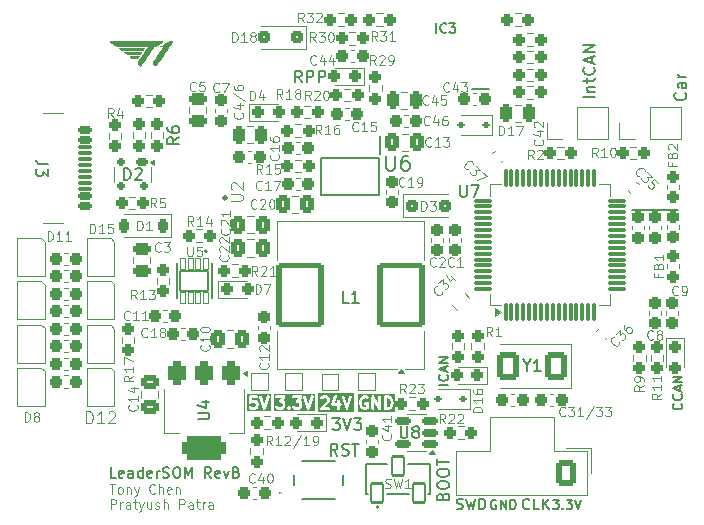
<source format=gbr>
%TF.GenerationSoftware,KiCad,Pcbnew,9.0.0*%
%TF.CreationDate,2025-10-11T17:51:42-05:00*%
%TF.ProjectId,LeaderSOM,4c656164-6572-4534-9f4d-2e6b69636164,rev?*%
%TF.SameCoordinates,Original*%
%TF.FileFunction,Legend,Top*%
%TF.FilePolarity,Positive*%
%FSLAX46Y46*%
G04 Gerber Fmt 4.6, Leading zero omitted, Abs format (unit mm)*
G04 Created by KiCad (PCBNEW 9.0.0) date 2025-10-11 17:51:42*
%MOMM*%
%LPD*%
G01*
G04 APERTURE LIST*
G04 Aperture macros list*
%AMRoundRect*
0 Rectangle with rounded corners*
0 $1 Rounding radius*
0 $2 $3 $4 $5 $6 $7 $8 $9 X,Y pos of 4 corners*
0 Add a 4 corners polygon primitive as box body*
4,1,4,$2,$3,$4,$5,$6,$7,$8,$9,$2,$3,0*
0 Add four circle primitives for the rounded corners*
1,1,$1+$1,$2,$3*
1,1,$1+$1,$4,$5*
1,1,$1+$1,$6,$7*
1,1,$1+$1,$8,$9*
0 Add four rect primitives between the rounded corners*
20,1,$1+$1,$2,$3,$4,$5,0*
20,1,$1+$1,$4,$5,$6,$7,0*
20,1,$1+$1,$6,$7,$8,$9,0*
20,1,$1+$1,$8,$9,$2,$3,0*%
G04 Aperture macros list end*
%ADD10C,0.150000*%
%ADD11C,0.200000*%
%ADD12C,0.100000*%
%ADD13C,0.250000*%
%ADD14C,0.160000*%
%ADD15C,0.180000*%
%ADD16C,0.158750*%
%ADD17C,0.125000*%
%ADD18C,0.120000*%
%ADD19C,0.000000*%
%ADD20C,0.127000*%
%ADD21RoundRect,0.225000X0.225000X0.375000X-0.225000X0.375000X-0.225000X-0.375000X0.225000X-0.375000X0*%
%ADD22RoundRect,0.237500X-0.237500X0.287500X-0.237500X-0.287500X0.237500X-0.287500X0.237500X0.287500X0*%
%ADD23R,0.700000X0.700000*%
%ADD24RoundRect,0.237500X-0.237500X0.300000X-0.237500X-0.300000X0.237500X-0.300000X0.237500X0.300000X0*%
%ADD25RoundRect,0.237500X-0.237500X0.250000X-0.237500X-0.250000X0.237500X-0.250000X0.237500X0.250000X0*%
%ADD26RoundRect,0.237500X0.287500X0.237500X-0.287500X0.237500X-0.287500X-0.237500X0.287500X-0.237500X0*%
%ADD27RoundRect,0.375000X-0.375000X0.625000X-0.375000X-0.625000X0.375000X-0.625000X0.375000X0.625000X0*%
%ADD28RoundRect,0.500000X-1.400000X0.500000X-1.400000X-0.500000X1.400000X-0.500000X1.400000X0.500000X0*%
%ADD29RoundRect,0.237500X0.300000X0.237500X-0.300000X0.237500X-0.300000X-0.237500X0.300000X-0.237500X0*%
%ADD30RoundRect,0.250000X0.700000X0.950000X-0.700000X0.950000X-0.700000X-0.950000X0.700000X-0.950000X0*%
%ADD31RoundRect,0.237500X-0.287500X-0.237500X0.287500X-0.237500X0.287500X0.237500X-0.287500X0.237500X0*%
%ADD32RoundRect,0.237500X-0.250000X-0.237500X0.250000X-0.237500X0.250000X0.237500X-0.250000X0.237500X0*%
%ADD33RoundRect,0.237500X-0.300000X-0.237500X0.300000X-0.237500X0.300000X0.237500X-0.300000X0.237500X0*%
%ADD34RoundRect,0.175000X-0.325000X0.175000X-0.325000X-0.175000X0.325000X-0.175000X0.325000X0.175000X0*%
%ADD35RoundRect,0.150000X-0.150000X0.200000X-0.150000X-0.200000X0.150000X-0.200000X0.150000X0.200000X0*%
%ADD36R,1.475000X0.450000*%
%ADD37R,2.460000X3.550000*%
%ADD38C,3.600000*%
%ADD39C,6.400000*%
%ADD40RoundRect,0.237500X0.250000X0.237500X-0.250000X0.237500X-0.250000X-0.237500X0.250000X-0.237500X0*%
%ADD41RoundRect,0.250000X0.337500X0.475000X-0.337500X0.475000X-0.337500X-0.475000X0.337500X-0.475000X0*%
%ADD42RoundRect,0.237500X-0.380070X0.044194X0.044194X-0.380070X0.380070X-0.044194X-0.044194X0.380070X0*%
%ADD43R,1.700000X1.700000*%
%ADD44O,1.700000X1.700000*%
%ADD45RoundRect,0.112500X0.187500X0.112500X-0.187500X0.112500X-0.187500X-0.112500X0.187500X-0.112500X0*%
%ADD46RoundRect,0.250000X0.475000X-0.250000X0.475000X0.250000X-0.475000X0.250000X-0.475000X-0.250000X0*%
%ADD47RoundRect,0.237500X0.237500X-0.300000X0.237500X0.300000X-0.237500X0.300000X-0.237500X-0.300000X0*%
%ADD48RoundRect,0.250000X-0.250000X-0.475000X0.250000X-0.475000X0.250000X0.475000X-0.250000X0.475000X0*%
%ADD49RoundRect,0.237500X0.237500X-0.250000X0.237500X0.250000X-0.237500X0.250000X-0.237500X-0.250000X0*%
%ADD50R,1.000000X1.000000*%
%ADD51RoundRect,0.250000X-0.337500X-0.475000X0.337500X-0.475000X0.337500X0.475000X-0.337500X0.475000X0*%
%ADD52RoundRect,0.075000X0.075000X-0.700000X0.075000X0.700000X-0.075000X0.700000X-0.075000X-0.700000X0*%
%ADD53RoundRect,0.075000X0.700000X-0.075000X0.700000X0.075000X-0.700000X0.075000X-0.700000X-0.075000X0*%
%ADD54RoundRect,0.250000X0.300000X0.300000X-0.300000X0.300000X-0.300000X-0.300000X0.300000X-0.300000X0*%
%ADD55C,0.650000*%
%ADD56RoundRect,0.150000X-0.425000X0.150000X-0.425000X-0.150000X0.425000X-0.150000X0.425000X0.150000X0*%
%ADD57RoundRect,0.075000X-0.500000X0.075000X-0.500000X-0.075000X0.500000X-0.075000X0.500000X0.075000X0*%
%ADD58O,2.100000X1.000000*%
%ADD59O,1.800000X1.000000*%
%ADD60C,1.300000*%
%ADD61RoundRect,0.250000X-0.600000X0.850000X-0.600000X-0.850000X0.600000X-0.850000X0.600000X0.850000X0*%
%ADD62O,1.700000X2.200000*%
%ADD63RoundRect,0.237500X-0.044194X-0.380070X0.380070X0.044194X0.044194X0.380070X-0.380070X-0.044194X0*%
%ADD64RoundRect,0.150000X0.512500X0.150000X-0.512500X0.150000X-0.512500X-0.150000X0.512500X-0.150000X0*%
%ADD65R,1.000000X0.750000*%
%ADD66RoundRect,0.237500X0.044194X0.380070X-0.380070X-0.044194X-0.044194X-0.380070X0.380070X0.044194X0*%
%ADD67RoundRect,0.250000X1.750000X2.500000X-1.750000X2.500000X-1.750000X-2.500000X1.750000X-2.500000X0*%
%ADD68RoundRect,0.102000X-0.500000X-0.800000X0.500000X-0.800000X0.500000X0.800000X-0.500000X0.800000X0*%
%ADD69RoundRect,0.065500X-0.196500X0.466500X-0.196500X-0.466500X0.196500X-0.466500X0.196500X0.466500X0*%
%ADD70RoundRect,0.102000X-1.200000X0.825000X-1.200000X-0.825000X1.200000X-0.825000X1.200000X0.825000X0*%
%ADD71RoundRect,0.250000X-0.475000X0.337500X-0.475000X-0.337500X0.475000X-0.337500X0.475000X0.337500X0*%
%ADD72R,0.650000X1.528000*%
%ADD73R,0.850000X0.300000*%
%ADD74R,0.300000X0.850000*%
%ADD75R,2.550000X2.550000*%
%ADD76RoundRect,0.250000X0.512652X0.159099X0.159099X0.512652X-0.512652X-0.159099X-0.159099X-0.512652X0*%
%ADD77RoundRect,0.250000X-0.300000X-0.300000X0.300000X-0.300000X0.300000X0.300000X-0.300000X0.300000X0*%
%ADD78C,0.850000*%
G04 APERTURE END LIST*
D10*
X187950000Y-95150000D02*
X191900000Y-95150000D01*
D11*
X163041101Y-115967219D02*
X162707768Y-115491028D01*
X162469673Y-115967219D02*
X162469673Y-114967219D01*
X162469673Y-114967219D02*
X162850625Y-114967219D01*
X162850625Y-114967219D02*
X162945863Y-115014838D01*
X162945863Y-115014838D02*
X162993482Y-115062457D01*
X162993482Y-115062457D02*
X163041101Y-115157695D01*
X163041101Y-115157695D02*
X163041101Y-115300552D01*
X163041101Y-115300552D02*
X162993482Y-115395790D01*
X162993482Y-115395790D02*
X162945863Y-115443409D01*
X162945863Y-115443409D02*
X162850625Y-115491028D01*
X162850625Y-115491028D02*
X162469673Y-115491028D01*
X163422054Y-115919600D02*
X163564911Y-115967219D01*
X163564911Y-115967219D02*
X163803006Y-115967219D01*
X163803006Y-115967219D02*
X163898244Y-115919600D01*
X163898244Y-115919600D02*
X163945863Y-115871980D01*
X163945863Y-115871980D02*
X163993482Y-115776742D01*
X163993482Y-115776742D02*
X163993482Y-115681504D01*
X163993482Y-115681504D02*
X163945863Y-115586266D01*
X163945863Y-115586266D02*
X163898244Y-115538647D01*
X163898244Y-115538647D02*
X163803006Y-115491028D01*
X163803006Y-115491028D02*
X163612530Y-115443409D01*
X163612530Y-115443409D02*
X163517292Y-115395790D01*
X163517292Y-115395790D02*
X163469673Y-115348171D01*
X163469673Y-115348171D02*
X163422054Y-115252933D01*
X163422054Y-115252933D02*
X163422054Y-115157695D01*
X163422054Y-115157695D02*
X163469673Y-115062457D01*
X163469673Y-115062457D02*
X163517292Y-115014838D01*
X163517292Y-115014838D02*
X163612530Y-114967219D01*
X163612530Y-114967219D02*
X163850625Y-114967219D01*
X163850625Y-114967219D02*
X163993482Y-115014838D01*
X164279197Y-114967219D02*
X164850625Y-114967219D01*
X164564911Y-115967219D02*
X164564911Y-114967219D01*
X162618870Y-112792219D02*
X163237917Y-112792219D01*
X163237917Y-112792219D02*
X162904584Y-113173171D01*
X162904584Y-113173171D02*
X163047441Y-113173171D01*
X163047441Y-113173171D02*
X163142679Y-113220790D01*
X163142679Y-113220790D02*
X163190298Y-113268409D01*
X163190298Y-113268409D02*
X163237917Y-113363647D01*
X163237917Y-113363647D02*
X163237917Y-113601742D01*
X163237917Y-113601742D02*
X163190298Y-113696980D01*
X163190298Y-113696980D02*
X163142679Y-113744600D01*
X163142679Y-113744600D02*
X163047441Y-113792219D01*
X163047441Y-113792219D02*
X162761727Y-113792219D01*
X162761727Y-113792219D02*
X162666489Y-113744600D01*
X162666489Y-113744600D02*
X162618870Y-113696980D01*
X163523632Y-112792219D02*
X163856965Y-113792219D01*
X163856965Y-113792219D02*
X164190298Y-112792219D01*
X164428394Y-112792219D02*
X165047441Y-112792219D01*
X165047441Y-112792219D02*
X164714108Y-113173171D01*
X164714108Y-113173171D02*
X164856965Y-113173171D01*
X164856965Y-113173171D02*
X164952203Y-113220790D01*
X164952203Y-113220790D02*
X164999822Y-113268409D01*
X164999822Y-113268409D02*
X165047441Y-113363647D01*
X165047441Y-113363647D02*
X165047441Y-113601742D01*
X165047441Y-113601742D02*
X164999822Y-113696980D01*
X164999822Y-113696980D02*
X164952203Y-113744600D01*
X164952203Y-113744600D02*
X164856965Y-113792219D01*
X164856965Y-113792219D02*
X164571251Y-113792219D01*
X164571251Y-113792219D02*
X164476013Y-113744600D01*
X164476013Y-113744600D02*
X164428394Y-113696980D01*
D12*
X182313408Y-112570704D02*
X182275312Y-112608800D01*
X182275312Y-112608800D02*
X182161027Y-112646895D01*
X182161027Y-112646895D02*
X182084836Y-112646895D01*
X182084836Y-112646895D02*
X181970550Y-112608800D01*
X181970550Y-112608800D02*
X181894360Y-112532609D01*
X181894360Y-112532609D02*
X181856265Y-112456419D01*
X181856265Y-112456419D02*
X181818169Y-112304038D01*
X181818169Y-112304038D02*
X181818169Y-112189752D01*
X181818169Y-112189752D02*
X181856265Y-112037371D01*
X181856265Y-112037371D02*
X181894360Y-111961180D01*
X181894360Y-111961180D02*
X181970550Y-111884990D01*
X181970550Y-111884990D02*
X182084836Y-111846895D01*
X182084836Y-111846895D02*
X182161027Y-111846895D01*
X182161027Y-111846895D02*
X182275312Y-111884990D01*
X182275312Y-111884990D02*
X182313408Y-111923085D01*
X182580074Y-111846895D02*
X183075312Y-111846895D01*
X183075312Y-111846895D02*
X182808646Y-112151657D01*
X182808646Y-112151657D02*
X182922931Y-112151657D01*
X182922931Y-112151657D02*
X182999122Y-112189752D01*
X182999122Y-112189752D02*
X183037217Y-112227847D01*
X183037217Y-112227847D02*
X183075312Y-112304038D01*
X183075312Y-112304038D02*
X183075312Y-112494514D01*
X183075312Y-112494514D02*
X183037217Y-112570704D01*
X183037217Y-112570704D02*
X182999122Y-112608800D01*
X182999122Y-112608800D02*
X182922931Y-112646895D01*
X182922931Y-112646895D02*
X182694360Y-112646895D01*
X182694360Y-112646895D02*
X182618169Y-112608800D01*
X182618169Y-112608800D02*
X182580074Y-112570704D01*
X183837217Y-112646895D02*
X183380074Y-112646895D01*
X183608646Y-112646895D02*
X183608646Y-111846895D01*
X183608646Y-111846895D02*
X183532455Y-111961180D01*
X183532455Y-111961180D02*
X183456265Y-112037371D01*
X183456265Y-112037371D02*
X183380074Y-112075466D01*
X184751503Y-111808800D02*
X184065789Y-112837371D01*
X184941979Y-111846895D02*
X185437217Y-111846895D01*
X185437217Y-111846895D02*
X185170551Y-112151657D01*
X185170551Y-112151657D02*
X185284836Y-112151657D01*
X185284836Y-112151657D02*
X185361027Y-112189752D01*
X185361027Y-112189752D02*
X185399122Y-112227847D01*
X185399122Y-112227847D02*
X185437217Y-112304038D01*
X185437217Y-112304038D02*
X185437217Y-112494514D01*
X185437217Y-112494514D02*
X185399122Y-112570704D01*
X185399122Y-112570704D02*
X185361027Y-112608800D01*
X185361027Y-112608800D02*
X185284836Y-112646895D01*
X185284836Y-112646895D02*
X185056265Y-112646895D01*
X185056265Y-112646895D02*
X184980074Y-112608800D01*
X184980074Y-112608800D02*
X184941979Y-112570704D01*
X185703884Y-111846895D02*
X186199122Y-111846895D01*
X186199122Y-111846895D02*
X185932456Y-112151657D01*
X185932456Y-112151657D02*
X186046741Y-112151657D01*
X186046741Y-112151657D02*
X186122932Y-112189752D01*
X186122932Y-112189752D02*
X186161027Y-112227847D01*
X186161027Y-112227847D02*
X186199122Y-112304038D01*
X186199122Y-112304038D02*
X186199122Y-112494514D01*
X186199122Y-112494514D02*
X186161027Y-112570704D01*
X186161027Y-112570704D02*
X186122932Y-112608800D01*
X186122932Y-112608800D02*
X186046741Y-112646895D01*
X186046741Y-112646895D02*
X185818170Y-112646895D01*
X185818170Y-112646895D02*
X185741979Y-112608800D01*
X185741979Y-112608800D02*
X185703884Y-112570704D01*
D13*
G36*
X164425157Y-112244619D02*
G01*
X161404732Y-112244619D01*
X161404732Y-111970233D01*
X161529732Y-111970233D01*
X161529732Y-112019005D01*
X161548396Y-112064065D01*
X161582884Y-112098553D01*
X161614745Y-112111750D01*
X161627943Y-112117217D01*
X161627944Y-112117217D01*
X161652330Y-112119619D01*
X162271377Y-112119619D01*
X162295763Y-112117217D01*
X162340823Y-112098553D01*
X162375311Y-112064065D01*
X162393975Y-112019005D01*
X162393975Y-111970233D01*
X162375311Y-111925173D01*
X162340823Y-111890685D01*
X162295763Y-111872021D01*
X162271377Y-111869619D01*
X161954106Y-111869619D01*
X162178073Y-111645651D01*
X162528312Y-111645651D01*
X162529732Y-111665634D01*
X162529732Y-111685671D01*
X162531450Y-111689820D01*
X162531769Y-111694300D01*
X162540728Y-111712218D01*
X162548396Y-111730731D01*
X162551572Y-111733907D01*
X162553581Y-111737925D01*
X162568715Y-111751050D01*
X162582884Y-111765219D01*
X162587035Y-111766938D01*
X162590427Y-111769880D01*
X162609428Y-111776213D01*
X162627944Y-111783883D01*
X162634320Y-111784511D01*
X162636696Y-111785303D01*
X162639986Y-111785069D01*
X162652330Y-111786285D01*
X163003520Y-111786285D01*
X163003520Y-111994619D01*
X163005922Y-112019005D01*
X163024586Y-112064065D01*
X163059074Y-112098553D01*
X163104134Y-112117217D01*
X163152906Y-112117217D01*
X163197966Y-112098553D01*
X163232454Y-112064065D01*
X163251118Y-112019005D01*
X163253520Y-111994619D01*
X163253520Y-111786285D01*
X163271377Y-111786285D01*
X163295763Y-111783883D01*
X163340823Y-111765219D01*
X163375311Y-111730731D01*
X163393975Y-111685671D01*
X163393975Y-111636899D01*
X163375311Y-111591839D01*
X163340823Y-111557351D01*
X163295763Y-111538687D01*
X163271377Y-111536285D01*
X163253520Y-111536285D01*
X163253520Y-111327952D01*
X163251118Y-111303566D01*
X163232454Y-111258506D01*
X163197966Y-111224018D01*
X163152906Y-111205354D01*
X163104134Y-111205354D01*
X163059074Y-111224018D01*
X163024586Y-111258506D01*
X163005922Y-111303566D01*
X163003520Y-111327952D01*
X163003520Y-111536285D01*
X162825758Y-111536285D01*
X163001102Y-111010253D01*
X163385455Y-111010253D01*
X163390888Y-111034147D01*
X163724220Y-112034147D01*
X163734211Y-112056522D01*
X163740061Y-112063268D01*
X163744057Y-112071259D01*
X163755897Y-112081527D01*
X163766166Y-112093368D01*
X163774157Y-112097363D01*
X163780903Y-112103214D01*
X163795768Y-112108169D01*
X163809790Y-112115180D01*
X163818700Y-112115813D01*
X163827172Y-112118637D01*
X163842805Y-112117526D01*
X163858440Y-112118637D01*
X163866911Y-112115813D01*
X163875821Y-112115180D01*
X163889841Y-112108169D01*
X163904709Y-112103214D01*
X163911454Y-112097363D01*
X163919446Y-112093368D01*
X163929717Y-112081524D01*
X163941555Y-112071258D01*
X163945549Y-112063269D01*
X163951401Y-112056522D01*
X163961391Y-112034147D01*
X164294724Y-111034148D01*
X164300157Y-111010254D01*
X164296700Y-110961604D01*
X164274888Y-110917980D01*
X164238042Y-110886024D01*
X164191773Y-110870601D01*
X164143123Y-110874058D01*
X164099499Y-110895870D01*
X164067544Y-110932716D01*
X164057553Y-110955091D01*
X163842805Y-111599334D01*
X163628058Y-110955091D01*
X163618068Y-110932716D01*
X163586113Y-110895870D01*
X163542488Y-110874058D01*
X163493839Y-110870601D01*
X163447570Y-110886024D01*
X163410724Y-110917979D01*
X163388912Y-110961604D01*
X163385455Y-111010253D01*
X163001102Y-111010253D01*
X163009010Y-110986529D01*
X163014443Y-110962635D01*
X163010986Y-110913985D01*
X162989174Y-110870361D01*
X162952328Y-110838405D01*
X162906059Y-110822982D01*
X162857409Y-110826439D01*
X162813785Y-110848251D01*
X162781830Y-110885097D01*
X162771839Y-110907472D01*
X162533745Y-111621757D01*
X162530995Y-111633847D01*
X162529732Y-111636899D01*
X162529732Y-111639405D01*
X162528312Y-111645651D01*
X162178073Y-111645651D01*
X162312146Y-111511578D01*
X162327691Y-111492636D01*
X162329409Y-111488486D01*
X162332353Y-111485093D01*
X162342343Y-111462718D01*
X162389962Y-111319862D01*
X162392711Y-111307768D01*
X162393975Y-111304719D01*
X162394410Y-111300297D01*
X162395395Y-111295968D01*
X162395161Y-111292676D01*
X162396377Y-111280333D01*
X162396377Y-111185095D01*
X162393975Y-111160709D01*
X162392256Y-111156559D01*
X162391938Y-111152079D01*
X162383180Y-111129193D01*
X162335561Y-111033955D01*
X162328954Y-111023460D01*
X162327691Y-111020410D01*
X162324872Y-111016975D01*
X162322507Y-111013218D01*
X162320015Y-111011056D01*
X162312146Y-111001468D01*
X162264527Y-110953850D01*
X162254941Y-110945983D01*
X162252778Y-110943489D01*
X162249016Y-110941120D01*
X162245585Y-110938305D01*
X162242538Y-110937043D01*
X162232040Y-110930434D01*
X162136803Y-110882816D01*
X162113917Y-110874058D01*
X162109435Y-110873739D01*
X162105287Y-110872021D01*
X162080901Y-110869619D01*
X161842806Y-110869619D01*
X161818420Y-110872021D01*
X161814270Y-110873739D01*
X161809790Y-110874058D01*
X161786904Y-110882816D01*
X161691666Y-110930435D01*
X161681171Y-110937041D01*
X161678121Y-110938305D01*
X161674686Y-110941123D01*
X161670929Y-110943489D01*
X161668767Y-110945980D01*
X161659179Y-110953850D01*
X161611561Y-111001469D01*
X161596016Y-111020411D01*
X161577351Y-111065470D01*
X161577351Y-111114244D01*
X161596016Y-111159303D01*
X161630503Y-111193790D01*
X161675562Y-111212455D01*
X161724336Y-111212455D01*
X161769395Y-111193790D01*
X161788337Y-111178245D01*
X161821613Y-111144969D01*
X161872315Y-111119619D01*
X162051393Y-111119619D01*
X162102094Y-111144969D01*
X162121026Y-111163902D01*
X162146377Y-111214603D01*
X162146377Y-111260047D01*
X162114504Y-111355667D01*
X161563942Y-111906231D01*
X161548401Y-111925167D01*
X161548396Y-111925173D01*
X161529732Y-111970233D01*
X161404732Y-111970233D01*
X161404732Y-110697982D01*
X164425157Y-110697982D01*
X164425157Y-112244619D01*
G37*
D14*
X173126691Y-120488680D02*
X173255263Y-120531537D01*
X173255263Y-120531537D02*
X173469548Y-120531537D01*
X173469548Y-120531537D02*
X173555263Y-120488680D01*
X173555263Y-120488680D02*
X173598120Y-120445822D01*
X173598120Y-120445822D02*
X173640977Y-120360108D01*
X173640977Y-120360108D02*
X173640977Y-120274394D01*
X173640977Y-120274394D02*
X173598120Y-120188680D01*
X173598120Y-120188680D02*
X173555263Y-120145822D01*
X173555263Y-120145822D02*
X173469548Y-120102965D01*
X173469548Y-120102965D02*
X173298120Y-120060108D01*
X173298120Y-120060108D02*
X173212405Y-120017251D01*
X173212405Y-120017251D02*
X173169548Y-119974394D01*
X173169548Y-119974394D02*
X173126691Y-119888680D01*
X173126691Y-119888680D02*
X173126691Y-119802965D01*
X173126691Y-119802965D02*
X173169548Y-119717251D01*
X173169548Y-119717251D02*
X173212405Y-119674394D01*
X173212405Y-119674394D02*
X173298120Y-119631537D01*
X173298120Y-119631537D02*
X173512405Y-119631537D01*
X173512405Y-119631537D02*
X173640977Y-119674394D01*
X173940977Y-119631537D02*
X174155263Y-120531537D01*
X174155263Y-120531537D02*
X174326691Y-119888680D01*
X174326691Y-119888680D02*
X174498120Y-120531537D01*
X174498120Y-120531537D02*
X174712406Y-119631537D01*
X175055262Y-120531537D02*
X175055262Y-119631537D01*
X175055262Y-119631537D02*
X175269548Y-119631537D01*
X175269548Y-119631537D02*
X175398119Y-119674394D01*
X175398119Y-119674394D02*
X175483834Y-119760108D01*
X175483834Y-119760108D02*
X175526691Y-119845822D01*
X175526691Y-119845822D02*
X175569548Y-120017251D01*
X175569548Y-120017251D02*
X175569548Y-120145822D01*
X175569548Y-120145822D02*
X175526691Y-120317251D01*
X175526691Y-120317251D02*
X175483834Y-120402965D01*
X175483834Y-120402965D02*
X175398119Y-120488680D01*
X175398119Y-120488680D02*
X175269548Y-120531537D01*
X175269548Y-120531537D02*
X175055262Y-120531537D01*
D13*
G36*
X161146347Y-112224619D02*
G01*
X157649732Y-112224619D01*
X157649732Y-110950233D01*
X157774732Y-110950233D01*
X157774732Y-110999005D01*
X157793396Y-111044065D01*
X157827884Y-111078553D01*
X157872944Y-111097217D01*
X157897330Y-111099619D01*
X158240906Y-111099619D01*
X158088972Y-111273258D01*
X158081436Y-111283798D01*
X158079110Y-111286125D01*
X158078196Y-111288330D01*
X158074721Y-111293192D01*
X158068214Y-111312430D01*
X158060446Y-111331185D01*
X158060446Y-111335398D01*
X158059095Y-111339393D01*
X158060446Y-111359654D01*
X158060446Y-111379957D01*
X158062059Y-111383852D01*
X158062340Y-111388059D01*
X158071339Y-111406257D01*
X158079110Y-111425017D01*
X158082091Y-111427998D01*
X158083960Y-111431777D01*
X158099240Y-111445147D01*
X158113598Y-111459505D01*
X158117492Y-111461118D01*
X158120665Y-111463894D01*
X158139903Y-111470400D01*
X158158658Y-111478169D01*
X158164602Y-111478754D01*
X158166866Y-111479520D01*
X158170150Y-111479300D01*
X158183044Y-111480571D01*
X158296393Y-111480571D01*
X158347094Y-111505921D01*
X158366026Y-111524854D01*
X158391377Y-111575555D01*
X158391377Y-111754633D01*
X158366025Y-111805336D01*
X158347094Y-111824268D01*
X158296393Y-111849619D01*
X158069696Y-111849619D01*
X158018994Y-111824268D01*
X157985719Y-111790993D01*
X157966777Y-111775447D01*
X157921718Y-111756782D01*
X157872945Y-111756782D01*
X157827885Y-111775446D01*
X157793397Y-111809933D01*
X157774732Y-111854992D01*
X157774732Y-111903765D01*
X157793396Y-111948825D01*
X157808941Y-111967767D01*
X157856560Y-112015387D01*
X157866148Y-112023256D01*
X157868310Y-112025749D01*
X157872064Y-112028112D01*
X157875501Y-112030933D01*
X157878554Y-112032197D01*
X157889047Y-112038803D01*
X157984285Y-112086422D01*
X158007171Y-112095180D01*
X158011651Y-112095498D01*
X158015801Y-112097217D01*
X158040187Y-112099619D01*
X158325901Y-112099619D01*
X158350287Y-112097217D01*
X158354435Y-112095498D01*
X158358917Y-112095180D01*
X158381803Y-112086422D01*
X158477040Y-112038804D01*
X158487536Y-112032196D01*
X158490586Y-112030933D01*
X158494019Y-112028114D01*
X158497778Y-112025749D01*
X158499940Y-112023255D01*
X158509528Y-112015387D01*
X158557147Y-111967768D01*
X158565014Y-111958180D01*
X158567507Y-111956019D01*
X158569873Y-111952259D01*
X158572692Y-111948825D01*
X158573954Y-111945776D01*
X158580561Y-111935282D01*
X158596896Y-111902613D01*
X158774732Y-111902613D01*
X158774732Y-111902614D01*
X158774732Y-111902615D01*
X158774732Y-111951388D01*
X158793397Y-111996447D01*
X158793401Y-111996451D01*
X158808942Y-112015388D01*
X158856560Y-112063007D01*
X158875502Y-112078552D01*
X158875503Y-112078553D01*
X158894501Y-112086422D01*
X158920562Y-112097217D01*
X158920563Y-112097217D01*
X158969335Y-112097217D01*
X158969336Y-112097217D01*
X158982533Y-112091750D01*
X159014395Y-112078553D01*
X159014400Y-112078547D01*
X159033337Y-112063007D01*
X159080956Y-112015389D01*
X159096501Y-111996447D01*
X159112019Y-111958984D01*
X159115166Y-111951388D01*
X159115166Y-111902614D01*
X159096502Y-111857555D01*
X159080957Y-111838612D01*
X159033338Y-111790993D01*
X159014396Y-111775447D01*
X159014395Y-111775446D01*
X158995731Y-111767715D01*
X158969337Y-111756782D01*
X158969335Y-111756782D01*
X158969334Y-111756782D01*
X158920561Y-111756782D01*
X158875501Y-111775447D01*
X158856560Y-111790993D01*
X158808941Y-111838613D01*
X158793396Y-111857555D01*
X158791217Y-111862816D01*
X158774732Y-111902613D01*
X158596896Y-111902613D01*
X158628180Y-111840044D01*
X158636938Y-111817158D01*
X158637256Y-111812677D01*
X158638975Y-111808528D01*
X158641377Y-111784142D01*
X158641377Y-111546047D01*
X158638975Y-111521661D01*
X158637256Y-111517511D01*
X158636938Y-111513031D01*
X158628180Y-111490145D01*
X158580561Y-111394907D01*
X158573954Y-111384412D01*
X158572691Y-111381362D01*
X158569872Y-111377927D01*
X158567507Y-111374170D01*
X158565015Y-111372008D01*
X158557146Y-111362420D01*
X158509527Y-111314802D01*
X158499941Y-111306935D01*
X158497778Y-111304441D01*
X158494016Y-111302072D01*
X158490585Y-111299257D01*
X158487538Y-111297995D01*
X158477040Y-111291386D01*
X158427134Y-111266433D01*
X158610449Y-111056932D01*
X158617984Y-111046391D01*
X158620311Y-111044065D01*
X158621224Y-111041859D01*
X158624700Y-111036998D01*
X158631206Y-111017759D01*
X158638975Y-110999005D01*
X158638975Y-110994791D01*
X158640326Y-110990797D01*
X158638975Y-110970529D01*
X158638975Y-110950233D01*
X159203303Y-110950233D01*
X159203303Y-110999005D01*
X159221967Y-111044065D01*
X159256455Y-111078553D01*
X159301515Y-111097217D01*
X159325901Y-111099619D01*
X159669477Y-111099619D01*
X159517543Y-111273258D01*
X159510007Y-111283798D01*
X159507681Y-111286125D01*
X159506767Y-111288330D01*
X159503292Y-111293192D01*
X159496785Y-111312430D01*
X159489017Y-111331185D01*
X159489017Y-111335398D01*
X159487666Y-111339393D01*
X159489017Y-111359654D01*
X159489017Y-111379957D01*
X159490630Y-111383852D01*
X159490911Y-111388059D01*
X159499910Y-111406257D01*
X159507681Y-111425017D01*
X159510662Y-111427998D01*
X159512531Y-111431777D01*
X159527811Y-111445147D01*
X159542169Y-111459505D01*
X159546063Y-111461118D01*
X159549236Y-111463894D01*
X159568474Y-111470400D01*
X159587229Y-111478169D01*
X159593173Y-111478754D01*
X159595437Y-111479520D01*
X159598721Y-111479300D01*
X159611615Y-111480571D01*
X159724964Y-111480571D01*
X159775665Y-111505921D01*
X159794597Y-111524854D01*
X159819948Y-111575555D01*
X159819948Y-111754633D01*
X159794596Y-111805336D01*
X159775665Y-111824268D01*
X159724964Y-111849619D01*
X159498267Y-111849619D01*
X159447565Y-111824268D01*
X159414290Y-111790993D01*
X159395348Y-111775447D01*
X159350289Y-111756782D01*
X159301516Y-111756782D01*
X159256456Y-111775446D01*
X159221968Y-111809933D01*
X159203303Y-111854992D01*
X159203303Y-111903765D01*
X159221967Y-111948825D01*
X159237512Y-111967767D01*
X159285131Y-112015387D01*
X159294719Y-112023256D01*
X159296881Y-112025749D01*
X159300635Y-112028112D01*
X159304072Y-112030933D01*
X159307125Y-112032197D01*
X159317618Y-112038803D01*
X159412856Y-112086422D01*
X159435742Y-112095180D01*
X159440222Y-112095498D01*
X159444372Y-112097217D01*
X159468758Y-112099619D01*
X159754472Y-112099619D01*
X159778858Y-112097217D01*
X159783006Y-112095498D01*
X159787488Y-112095180D01*
X159810374Y-112086422D01*
X159905611Y-112038804D01*
X159916107Y-112032196D01*
X159919157Y-112030933D01*
X159922590Y-112028114D01*
X159926349Y-112025749D01*
X159928511Y-112023255D01*
X159938099Y-112015387D01*
X159985718Y-111967768D01*
X159993585Y-111958180D01*
X159996078Y-111956019D01*
X159998444Y-111952259D01*
X160001263Y-111948825D01*
X160002525Y-111945776D01*
X160009132Y-111935282D01*
X160056751Y-111840044D01*
X160065509Y-111817158D01*
X160065827Y-111812677D01*
X160067546Y-111808528D01*
X160069948Y-111784142D01*
X160069948Y-111546047D01*
X160067546Y-111521661D01*
X160065827Y-111517511D01*
X160065509Y-111513031D01*
X160056751Y-111490145D01*
X160009132Y-111394907D01*
X160002525Y-111384412D01*
X160001262Y-111381362D01*
X159998443Y-111377927D01*
X159996078Y-111374170D01*
X159993586Y-111372008D01*
X159985717Y-111362420D01*
X159938098Y-111314802D01*
X159928512Y-111306935D01*
X159926349Y-111304441D01*
X159922587Y-111302072D01*
X159919156Y-111299257D01*
X159916109Y-111297995D01*
X159905611Y-111291386D01*
X159855705Y-111266433D01*
X160039020Y-111056932D01*
X160046555Y-111046391D01*
X160048882Y-111044065D01*
X160049795Y-111041859D01*
X160053271Y-111036998D01*
X160059777Y-111017759D01*
X160067546Y-110999005D01*
X160067546Y-110994791D01*
X160068897Y-110990797D01*
X160068861Y-110990253D01*
X160106645Y-110990253D01*
X160112078Y-111014147D01*
X160445410Y-112014147D01*
X160455401Y-112036522D01*
X160461251Y-112043268D01*
X160465247Y-112051259D01*
X160477087Y-112061527D01*
X160487356Y-112073368D01*
X160495347Y-112077363D01*
X160502093Y-112083214D01*
X160516958Y-112088169D01*
X160530980Y-112095180D01*
X160539890Y-112095813D01*
X160548362Y-112098637D01*
X160563995Y-112097526D01*
X160579630Y-112098637D01*
X160588101Y-112095813D01*
X160597011Y-112095180D01*
X160611031Y-112088169D01*
X160625899Y-112083214D01*
X160632644Y-112077363D01*
X160640636Y-112073368D01*
X160650907Y-112061524D01*
X160662745Y-112051258D01*
X160666739Y-112043269D01*
X160672591Y-112036522D01*
X160682581Y-112014147D01*
X161015914Y-111014148D01*
X161021347Y-110990254D01*
X161017890Y-110941604D01*
X160996078Y-110897980D01*
X160959232Y-110866024D01*
X160912963Y-110850601D01*
X160864313Y-110854058D01*
X160820689Y-110875870D01*
X160788734Y-110912716D01*
X160778743Y-110935091D01*
X160563995Y-111579334D01*
X160349248Y-110935091D01*
X160339258Y-110912716D01*
X160307303Y-110875870D01*
X160263678Y-110854058D01*
X160215029Y-110850601D01*
X160168760Y-110866024D01*
X160131914Y-110897979D01*
X160110102Y-110941604D01*
X160106645Y-110990253D01*
X160068861Y-110990253D01*
X160067546Y-110970529D01*
X160067546Y-110950233D01*
X160065933Y-110946340D01*
X160065653Y-110942131D01*
X160056649Y-110923925D01*
X160048882Y-110905173D01*
X160045900Y-110902191D01*
X160044032Y-110898413D01*
X160028751Y-110885042D01*
X160014394Y-110870685D01*
X160010499Y-110869071D01*
X160007327Y-110866296D01*
X159988088Y-110859789D01*
X159969334Y-110852021D01*
X159963389Y-110851435D01*
X159961126Y-110850670D01*
X159957841Y-110850888D01*
X159944948Y-110849619D01*
X159325901Y-110849619D01*
X159301515Y-110852021D01*
X159256455Y-110870685D01*
X159221967Y-110905173D01*
X159203303Y-110950233D01*
X158638975Y-110950233D01*
X158637362Y-110946340D01*
X158637082Y-110942131D01*
X158628078Y-110923925D01*
X158620311Y-110905173D01*
X158617329Y-110902191D01*
X158615461Y-110898413D01*
X158600180Y-110885042D01*
X158585823Y-110870685D01*
X158581928Y-110869071D01*
X158578756Y-110866296D01*
X158559517Y-110859789D01*
X158540763Y-110852021D01*
X158534818Y-110851435D01*
X158532555Y-110850670D01*
X158529270Y-110850888D01*
X158516377Y-110849619D01*
X157897330Y-110849619D01*
X157872944Y-110852021D01*
X157827884Y-110870685D01*
X157793396Y-110905173D01*
X157774732Y-110950233D01*
X157649732Y-110950233D01*
X157649732Y-110724619D01*
X161146347Y-110724619D01*
X161146347Y-112224619D01*
G37*
G36*
X167403616Y-111151491D02*
G01*
X167463644Y-111211519D01*
X167496055Y-111276342D01*
X167536615Y-111438579D01*
X167536615Y-111550658D01*
X167496055Y-111712894D01*
X167463645Y-111777715D01*
X167403615Y-111837746D01*
X167307999Y-111869619D01*
X167215187Y-111869619D01*
X167215187Y-111119619D01*
X167307999Y-111119619D01*
X167403616Y-111151491D01*
G37*
G36*
X167911615Y-112244619D02*
G01*
X164744949Y-112244619D01*
X164744949Y-111423190D01*
X164869949Y-111423190D01*
X164869949Y-111566047D01*
X164870368Y-111570301D01*
X164870097Y-111572123D01*
X164871446Y-111581251D01*
X164872351Y-111590433D01*
X164873055Y-111592134D01*
X164873681Y-111596364D01*
X164921300Y-111786840D01*
X164921943Y-111788639D01*
X164922007Y-111789539D01*
X164925889Y-111799685D01*
X164929545Y-111809915D01*
X164930081Y-111810639D01*
X164930765Y-111812425D01*
X164978383Y-111907662D01*
X164984989Y-111918156D01*
X164986253Y-111921207D01*
X164989073Y-111924643D01*
X164991438Y-111928400D01*
X164993929Y-111930560D01*
X165001798Y-111940149D01*
X165097036Y-112035388D01*
X165115978Y-112050933D01*
X165120129Y-112052652D01*
X165123522Y-112055595D01*
X165145897Y-112065585D01*
X165288753Y-112113204D01*
X165300846Y-112115953D01*
X165303896Y-112117217D01*
X165308317Y-112117652D01*
X165312647Y-112118637D01*
X165315938Y-112118403D01*
X165328282Y-112119619D01*
X165423520Y-112119619D01*
X165435863Y-112118403D01*
X165439154Y-112118637D01*
X165443483Y-112117652D01*
X165447906Y-112117217D01*
X165450957Y-112115953D01*
X165463048Y-112113204D01*
X165605905Y-112065586D01*
X165628280Y-112055595D01*
X165631672Y-112052652D01*
X165635824Y-112050933D01*
X165654766Y-112035387D01*
X165702385Y-111987768D01*
X165717925Y-111968830D01*
X165717930Y-111968826D01*
X165736594Y-111923766D01*
X165738996Y-111899380D01*
X165738996Y-111566047D01*
X165736594Y-111541661D01*
X165717930Y-111496601D01*
X165683442Y-111462113D01*
X165638382Y-111443449D01*
X165613996Y-111441047D01*
X165423520Y-111441047D01*
X165399134Y-111443449D01*
X165354074Y-111462113D01*
X165319586Y-111496601D01*
X165300922Y-111541661D01*
X165300922Y-111590433D01*
X165319586Y-111635493D01*
X165354074Y-111669981D01*
X165399134Y-111688645D01*
X165423520Y-111691047D01*
X165488996Y-111691047D01*
X165488996Y-111841032D01*
X165403237Y-111869619D01*
X165348568Y-111869619D01*
X165252949Y-111837746D01*
X165192918Y-111777715D01*
X165160508Y-111712896D01*
X165119949Y-111550658D01*
X165119949Y-111438579D01*
X165160508Y-111276341D01*
X165192919Y-111211520D01*
X165252947Y-111151491D01*
X165348568Y-111119619D01*
X165441631Y-111119619D01*
X165510475Y-111154041D01*
X165533361Y-111162799D01*
X165582010Y-111166256D01*
X165628281Y-111150833D01*
X165665126Y-111118877D01*
X165686937Y-111075254D01*
X165690395Y-111026604D01*
X165679734Y-110994619D01*
X165917568Y-110994619D01*
X165917568Y-111994619D01*
X165919970Y-112019005D01*
X165938634Y-112064065D01*
X165973122Y-112098553D01*
X166018182Y-112117217D01*
X166066954Y-112117217D01*
X166112014Y-112098553D01*
X166146502Y-112064065D01*
X166165166Y-112019005D01*
X166167568Y-111994619D01*
X166167568Y-111465313D01*
X166505466Y-112056636D01*
X166509112Y-112061773D01*
X166510062Y-112064065D01*
X166512396Y-112066399D01*
X166519650Y-112076618D01*
X166532794Y-112086797D01*
X166544550Y-112098553D01*
X166551910Y-112101601D01*
X166558211Y-112106481D01*
X166574252Y-112110855D01*
X166589610Y-112117217D01*
X166597577Y-112117217D01*
X166605266Y-112119314D01*
X166621761Y-112117217D01*
X166638382Y-112117217D01*
X166645742Y-112114168D01*
X166653649Y-112113163D01*
X166668083Y-112104914D01*
X166683442Y-112098553D01*
X166689076Y-112092918D01*
X166695995Y-112088965D01*
X166706174Y-112075820D01*
X166717930Y-112064065D01*
X166720978Y-112056704D01*
X166725858Y-112050404D01*
X166730233Y-112034361D01*
X166736594Y-112019005D01*
X166737822Y-112006535D01*
X166738691Y-112003350D01*
X166738378Y-112000890D01*
X166738996Y-111994619D01*
X166738996Y-110994619D01*
X166965187Y-110994619D01*
X166965187Y-111994619D01*
X166967589Y-112019005D01*
X166986253Y-112064065D01*
X167020741Y-112098553D01*
X167065801Y-112117217D01*
X167090187Y-112119619D01*
X167328282Y-112119619D01*
X167340625Y-112118403D01*
X167343916Y-112118637D01*
X167348245Y-112117652D01*
X167352668Y-112117217D01*
X167355719Y-112115953D01*
X167367810Y-112113204D01*
X167510667Y-112065586D01*
X167533042Y-112055595D01*
X167536434Y-112052652D01*
X167540586Y-112050933D01*
X167559528Y-112035388D01*
X167654766Y-111940149D01*
X167662634Y-111930560D01*
X167665126Y-111928400D01*
X167667490Y-111924643D01*
X167670311Y-111921207D01*
X167671575Y-111918155D01*
X167678180Y-111907663D01*
X167725799Y-111812425D01*
X167726482Y-111810639D01*
X167727019Y-111809915D01*
X167730674Y-111799685D01*
X167734557Y-111789539D01*
X167734620Y-111788639D01*
X167735264Y-111786840D01*
X167782883Y-111596364D01*
X167783508Y-111592134D01*
X167784213Y-111590433D01*
X167785117Y-111581253D01*
X167786467Y-111572124D01*
X167786195Y-111570301D01*
X167786615Y-111566047D01*
X167786615Y-111423190D01*
X167786195Y-111418935D01*
X167786467Y-111417113D01*
X167785117Y-111407983D01*
X167784213Y-111398804D01*
X167783508Y-111397102D01*
X167782883Y-111392873D01*
X167735264Y-111202397D01*
X167734620Y-111200597D01*
X167734557Y-111199698D01*
X167730674Y-111189551D01*
X167727019Y-111179322D01*
X167726482Y-111178597D01*
X167725799Y-111176812D01*
X167678180Y-111081574D01*
X167671572Y-111071077D01*
X167670310Y-111068030D01*
X167667493Y-111064598D01*
X167665126Y-111060837D01*
X167662631Y-111058673D01*
X167654765Y-111049088D01*
X167559527Y-110953850D01*
X167540585Y-110938305D01*
X167536435Y-110936586D01*
X167533042Y-110933643D01*
X167510667Y-110923652D01*
X167367810Y-110876034D01*
X167355719Y-110873284D01*
X167352668Y-110872021D01*
X167348245Y-110871585D01*
X167343916Y-110870601D01*
X167340625Y-110870834D01*
X167328282Y-110869619D01*
X167090187Y-110869619D01*
X167065801Y-110872021D01*
X167020741Y-110890685D01*
X166986253Y-110925173D01*
X166967589Y-110970233D01*
X166965187Y-110994619D01*
X166738996Y-110994619D01*
X166736594Y-110970233D01*
X166717930Y-110925173D01*
X166683442Y-110890685D01*
X166638382Y-110872021D01*
X166589610Y-110872021D01*
X166544550Y-110890685D01*
X166510062Y-110925173D01*
X166491398Y-110970233D01*
X166488996Y-110994619D01*
X166488996Y-111523923D01*
X166151098Y-110932602D01*
X166147451Y-110927464D01*
X166146502Y-110925173D01*
X166144167Y-110922838D01*
X166136914Y-110912620D01*
X166123769Y-110902440D01*
X166112014Y-110890685D01*
X166104653Y-110887636D01*
X166098353Y-110882757D01*
X166082311Y-110878382D01*
X166066954Y-110872021D01*
X166058987Y-110872021D01*
X166051298Y-110869924D01*
X166034803Y-110872021D01*
X166018182Y-110872021D01*
X166010821Y-110875069D01*
X166002915Y-110876075D01*
X165988480Y-110884323D01*
X165973122Y-110890685D01*
X165967487Y-110896319D01*
X165960569Y-110900273D01*
X165950389Y-110913417D01*
X165938634Y-110925173D01*
X165935585Y-110932533D01*
X165930706Y-110938834D01*
X165926331Y-110954875D01*
X165919970Y-110970233D01*
X165918741Y-110982704D01*
X165917873Y-110985889D01*
X165918185Y-110988348D01*
X165917568Y-110994619D01*
X165679734Y-110994619D01*
X165674972Y-110980334D01*
X165643016Y-110943489D01*
X165622278Y-110930434D01*
X165527041Y-110882816D01*
X165504155Y-110874058D01*
X165499673Y-110873739D01*
X165495525Y-110872021D01*
X165471139Y-110869619D01*
X165328282Y-110869619D01*
X165315938Y-110870834D01*
X165312647Y-110870601D01*
X165308317Y-110871585D01*
X165303896Y-110872021D01*
X165300846Y-110873284D01*
X165288753Y-110876034D01*
X165145897Y-110923653D01*
X165123522Y-110933643D01*
X165120128Y-110936586D01*
X165115979Y-110938305D01*
X165097037Y-110953850D01*
X165001799Y-111049088D01*
X164993932Y-111058673D01*
X164991438Y-111060837D01*
X164989069Y-111064598D01*
X164986254Y-111068030D01*
X164984992Y-111071076D01*
X164978383Y-111081575D01*
X164930765Y-111176812D01*
X164930081Y-111178597D01*
X164929545Y-111179322D01*
X164925889Y-111189551D01*
X164922007Y-111199698D01*
X164921943Y-111200597D01*
X164921300Y-111202397D01*
X164873681Y-111392873D01*
X164873055Y-111397102D01*
X164872351Y-111398804D01*
X164871446Y-111407985D01*
X164870097Y-111417114D01*
X164870368Y-111418935D01*
X164869949Y-111423190D01*
X164744949Y-111423190D01*
X164744949Y-110744619D01*
X167911615Y-110744619D01*
X167911615Y-112244619D01*
G37*
D14*
X181294548Y-119693775D02*
X181789786Y-119693775D01*
X181789786Y-119693775D02*
X181523120Y-119998537D01*
X181523120Y-119998537D02*
X181637405Y-119998537D01*
X181637405Y-119998537D02*
X181713596Y-120036632D01*
X181713596Y-120036632D02*
X181751691Y-120074727D01*
X181751691Y-120074727D02*
X181789786Y-120150918D01*
X181789786Y-120150918D02*
X181789786Y-120341394D01*
X181789786Y-120341394D02*
X181751691Y-120417584D01*
X181751691Y-120417584D02*
X181713596Y-120455680D01*
X181713596Y-120455680D02*
X181637405Y-120493775D01*
X181637405Y-120493775D02*
X181408834Y-120493775D01*
X181408834Y-120493775D02*
X181332643Y-120455680D01*
X181332643Y-120455680D02*
X181294548Y-120417584D01*
X182132644Y-120417584D02*
X182170739Y-120455680D01*
X182170739Y-120455680D02*
X182132644Y-120493775D01*
X182132644Y-120493775D02*
X182094548Y-120455680D01*
X182094548Y-120455680D02*
X182132644Y-120417584D01*
X182132644Y-120417584D02*
X182132644Y-120493775D01*
X182437405Y-119693775D02*
X182932643Y-119693775D01*
X182932643Y-119693775D02*
X182665977Y-119998537D01*
X182665977Y-119998537D02*
X182780262Y-119998537D01*
X182780262Y-119998537D02*
X182856453Y-120036632D01*
X182856453Y-120036632D02*
X182894548Y-120074727D01*
X182894548Y-120074727D02*
X182932643Y-120150918D01*
X182932643Y-120150918D02*
X182932643Y-120341394D01*
X182932643Y-120341394D02*
X182894548Y-120417584D01*
X182894548Y-120417584D02*
X182856453Y-120455680D01*
X182856453Y-120455680D02*
X182780262Y-120493775D01*
X182780262Y-120493775D02*
X182551691Y-120493775D01*
X182551691Y-120493775D02*
X182475500Y-120455680D01*
X182475500Y-120455680D02*
X182437405Y-120417584D01*
X183161215Y-119693775D02*
X183427882Y-120493775D01*
X183427882Y-120493775D02*
X183694548Y-119693775D01*
D11*
X192471980Y-85258898D02*
X192519600Y-85306517D01*
X192519600Y-85306517D02*
X192567219Y-85449374D01*
X192567219Y-85449374D02*
X192567219Y-85544612D01*
X192567219Y-85544612D02*
X192519600Y-85687469D01*
X192519600Y-85687469D02*
X192424361Y-85782707D01*
X192424361Y-85782707D02*
X192329123Y-85830326D01*
X192329123Y-85830326D02*
X192138647Y-85877945D01*
X192138647Y-85877945D02*
X191995790Y-85877945D01*
X191995790Y-85877945D02*
X191805314Y-85830326D01*
X191805314Y-85830326D02*
X191710076Y-85782707D01*
X191710076Y-85782707D02*
X191614838Y-85687469D01*
X191614838Y-85687469D02*
X191567219Y-85544612D01*
X191567219Y-85544612D02*
X191567219Y-85449374D01*
X191567219Y-85449374D02*
X191614838Y-85306517D01*
X191614838Y-85306517D02*
X191662457Y-85258898D01*
X192567219Y-84401755D02*
X192043409Y-84401755D01*
X192043409Y-84401755D02*
X191948171Y-84449374D01*
X191948171Y-84449374D02*
X191900552Y-84544612D01*
X191900552Y-84544612D02*
X191900552Y-84735088D01*
X191900552Y-84735088D02*
X191948171Y-84830326D01*
X192519600Y-84401755D02*
X192567219Y-84496993D01*
X192567219Y-84496993D02*
X192567219Y-84735088D01*
X192567219Y-84735088D02*
X192519600Y-84830326D01*
X192519600Y-84830326D02*
X192424361Y-84877945D01*
X192424361Y-84877945D02*
X192329123Y-84877945D01*
X192329123Y-84877945D02*
X192233885Y-84830326D01*
X192233885Y-84830326D02*
X192186266Y-84735088D01*
X192186266Y-84735088D02*
X192186266Y-84496993D01*
X192186266Y-84496993D02*
X192138647Y-84401755D01*
X192567219Y-83925564D02*
X191900552Y-83925564D01*
X192091028Y-83925564D02*
X191995790Y-83877945D01*
X191995790Y-83877945D02*
X191948171Y-83830326D01*
X191948171Y-83830326D02*
X191900552Y-83735088D01*
X191900552Y-83735088D02*
X191900552Y-83639850D01*
D12*
X138506265Y-97784395D02*
X138506265Y-96984395D01*
X138506265Y-96984395D02*
X138696741Y-96984395D01*
X138696741Y-96984395D02*
X138811027Y-97022490D01*
X138811027Y-97022490D02*
X138887217Y-97098680D01*
X138887217Y-97098680D02*
X138925312Y-97174871D01*
X138925312Y-97174871D02*
X138963408Y-97327252D01*
X138963408Y-97327252D02*
X138963408Y-97441538D01*
X138963408Y-97441538D02*
X138925312Y-97593919D01*
X138925312Y-97593919D02*
X138887217Y-97670109D01*
X138887217Y-97670109D02*
X138811027Y-97746300D01*
X138811027Y-97746300D02*
X138696741Y-97784395D01*
X138696741Y-97784395D02*
X138506265Y-97784395D01*
X139725312Y-97784395D02*
X139268169Y-97784395D01*
X139496741Y-97784395D02*
X139496741Y-96984395D01*
X139496741Y-96984395D02*
X139420550Y-97098680D01*
X139420550Y-97098680D02*
X139344360Y-97174871D01*
X139344360Y-97174871D02*
X139268169Y-97212966D01*
X140487217Y-97784395D02*
X140030074Y-97784395D01*
X140258646Y-97784395D02*
X140258646Y-96984395D01*
X140258646Y-96984395D02*
X140182455Y-97098680D01*
X140182455Y-97098680D02*
X140106265Y-97174871D01*
X140106265Y-97174871D02*
X140030074Y-97212966D01*
D11*
X160011101Y-84377219D02*
X159677768Y-83901028D01*
X159439673Y-84377219D02*
X159439673Y-83377219D01*
X159439673Y-83377219D02*
X159820625Y-83377219D01*
X159820625Y-83377219D02*
X159915863Y-83424838D01*
X159915863Y-83424838D02*
X159963482Y-83472457D01*
X159963482Y-83472457D02*
X160011101Y-83567695D01*
X160011101Y-83567695D02*
X160011101Y-83710552D01*
X160011101Y-83710552D02*
X159963482Y-83805790D01*
X159963482Y-83805790D02*
X159915863Y-83853409D01*
X159915863Y-83853409D02*
X159820625Y-83901028D01*
X159820625Y-83901028D02*
X159439673Y-83901028D01*
X160439673Y-84377219D02*
X160439673Y-83377219D01*
X160439673Y-83377219D02*
X160820625Y-83377219D01*
X160820625Y-83377219D02*
X160915863Y-83424838D01*
X160915863Y-83424838D02*
X160963482Y-83472457D01*
X160963482Y-83472457D02*
X161011101Y-83567695D01*
X161011101Y-83567695D02*
X161011101Y-83710552D01*
X161011101Y-83710552D02*
X160963482Y-83805790D01*
X160963482Y-83805790D02*
X160915863Y-83853409D01*
X160915863Y-83853409D02*
X160820625Y-83901028D01*
X160820625Y-83901028D02*
X160439673Y-83901028D01*
X161439673Y-84377219D02*
X161439673Y-83377219D01*
X161439673Y-83377219D02*
X161820625Y-83377219D01*
X161820625Y-83377219D02*
X161915863Y-83424838D01*
X161915863Y-83424838D02*
X161963482Y-83472457D01*
X161963482Y-83472457D02*
X162011101Y-83567695D01*
X162011101Y-83567695D02*
X162011101Y-83710552D01*
X162011101Y-83710552D02*
X161963482Y-83805790D01*
X161963482Y-83805790D02*
X161915863Y-83853409D01*
X161915863Y-83853409D02*
X161820625Y-83901028D01*
X161820625Y-83901028D02*
X161439673Y-83901028D01*
D12*
X154970704Y-86936591D02*
X155008800Y-86974687D01*
X155008800Y-86974687D02*
X155046895Y-87088972D01*
X155046895Y-87088972D02*
X155046895Y-87165163D01*
X155046895Y-87165163D02*
X155008800Y-87279449D01*
X155008800Y-87279449D02*
X154932609Y-87355639D01*
X154932609Y-87355639D02*
X154856419Y-87393734D01*
X154856419Y-87393734D02*
X154704038Y-87431830D01*
X154704038Y-87431830D02*
X154589752Y-87431830D01*
X154589752Y-87431830D02*
X154437371Y-87393734D01*
X154437371Y-87393734D02*
X154361180Y-87355639D01*
X154361180Y-87355639D02*
X154284990Y-87279449D01*
X154284990Y-87279449D02*
X154246895Y-87165163D01*
X154246895Y-87165163D02*
X154246895Y-87088972D01*
X154246895Y-87088972D02*
X154284990Y-86974687D01*
X154284990Y-86974687D02*
X154323085Y-86936591D01*
X154513561Y-86250877D02*
X155046895Y-86250877D01*
X154208800Y-86441353D02*
X154780228Y-86631830D01*
X154780228Y-86631830D02*
X154780228Y-86136591D01*
X154208800Y-85260401D02*
X155237371Y-85946115D01*
X154246895Y-84650877D02*
X154246895Y-84803258D01*
X154246895Y-84803258D02*
X154284990Y-84879449D01*
X154284990Y-84879449D02*
X154323085Y-84917544D01*
X154323085Y-84917544D02*
X154437371Y-84993734D01*
X154437371Y-84993734D02*
X154589752Y-85031830D01*
X154589752Y-85031830D02*
X154894514Y-85031830D01*
X154894514Y-85031830D02*
X154970704Y-84993734D01*
X154970704Y-84993734D02*
X155008800Y-84955639D01*
X155008800Y-84955639D02*
X155046895Y-84879449D01*
X155046895Y-84879449D02*
X155046895Y-84727068D01*
X155046895Y-84727068D02*
X155008800Y-84650877D01*
X155008800Y-84650877D02*
X154970704Y-84612782D01*
X154970704Y-84612782D02*
X154894514Y-84574687D01*
X154894514Y-84574687D02*
X154704038Y-84574687D01*
X154704038Y-84574687D02*
X154627847Y-84612782D01*
X154627847Y-84612782D02*
X154589752Y-84650877D01*
X154589752Y-84650877D02*
X154551657Y-84727068D01*
X154551657Y-84727068D02*
X154551657Y-84879449D01*
X154551657Y-84879449D02*
X154589752Y-84955639D01*
X154589752Y-84955639D02*
X154627847Y-84993734D01*
X154627847Y-84993734D02*
X154704038Y-85031830D01*
X143741979Y-118383940D02*
X144199122Y-118383940D01*
X143970550Y-119183940D02*
X143970550Y-118383940D01*
X144580074Y-119183940D02*
X144503884Y-119145845D01*
X144503884Y-119145845D02*
X144465789Y-119107749D01*
X144465789Y-119107749D02*
X144427693Y-119031559D01*
X144427693Y-119031559D02*
X144427693Y-118802987D01*
X144427693Y-118802987D02*
X144465789Y-118726797D01*
X144465789Y-118726797D02*
X144503884Y-118688702D01*
X144503884Y-118688702D02*
X144580074Y-118650606D01*
X144580074Y-118650606D02*
X144694360Y-118650606D01*
X144694360Y-118650606D02*
X144770551Y-118688702D01*
X144770551Y-118688702D02*
X144808646Y-118726797D01*
X144808646Y-118726797D02*
X144846741Y-118802987D01*
X144846741Y-118802987D02*
X144846741Y-119031559D01*
X144846741Y-119031559D02*
X144808646Y-119107749D01*
X144808646Y-119107749D02*
X144770551Y-119145845D01*
X144770551Y-119145845D02*
X144694360Y-119183940D01*
X144694360Y-119183940D02*
X144580074Y-119183940D01*
X145189599Y-118650606D02*
X145189599Y-119183940D01*
X145189599Y-118726797D02*
X145227694Y-118688702D01*
X145227694Y-118688702D02*
X145303884Y-118650606D01*
X145303884Y-118650606D02*
X145418170Y-118650606D01*
X145418170Y-118650606D02*
X145494361Y-118688702D01*
X145494361Y-118688702D02*
X145532456Y-118764892D01*
X145532456Y-118764892D02*
X145532456Y-119183940D01*
X145837218Y-118650606D02*
X146027694Y-119183940D01*
X146218171Y-118650606D02*
X146027694Y-119183940D01*
X146027694Y-119183940D02*
X145951504Y-119374416D01*
X145951504Y-119374416D02*
X145913409Y-119412511D01*
X145913409Y-119412511D02*
X145837218Y-119450606D01*
X147589600Y-119107749D02*
X147551504Y-119145845D01*
X147551504Y-119145845D02*
X147437219Y-119183940D01*
X147437219Y-119183940D02*
X147361028Y-119183940D01*
X147361028Y-119183940D02*
X147246742Y-119145845D01*
X147246742Y-119145845D02*
X147170552Y-119069654D01*
X147170552Y-119069654D02*
X147132457Y-118993464D01*
X147132457Y-118993464D02*
X147094361Y-118841083D01*
X147094361Y-118841083D02*
X147094361Y-118726797D01*
X147094361Y-118726797D02*
X147132457Y-118574416D01*
X147132457Y-118574416D02*
X147170552Y-118498225D01*
X147170552Y-118498225D02*
X147246742Y-118422035D01*
X147246742Y-118422035D02*
X147361028Y-118383940D01*
X147361028Y-118383940D02*
X147437219Y-118383940D01*
X147437219Y-118383940D02*
X147551504Y-118422035D01*
X147551504Y-118422035D02*
X147589600Y-118460130D01*
X147932457Y-119183940D02*
X147932457Y-118383940D01*
X148275314Y-119183940D02*
X148275314Y-118764892D01*
X148275314Y-118764892D02*
X148237219Y-118688702D01*
X148237219Y-118688702D02*
X148161028Y-118650606D01*
X148161028Y-118650606D02*
X148046742Y-118650606D01*
X148046742Y-118650606D02*
X147970552Y-118688702D01*
X147970552Y-118688702D02*
X147932457Y-118726797D01*
X148961029Y-119145845D02*
X148884838Y-119183940D01*
X148884838Y-119183940D02*
X148732457Y-119183940D01*
X148732457Y-119183940D02*
X148656267Y-119145845D01*
X148656267Y-119145845D02*
X148618171Y-119069654D01*
X148618171Y-119069654D02*
X148618171Y-118764892D01*
X148618171Y-118764892D02*
X148656267Y-118688702D01*
X148656267Y-118688702D02*
X148732457Y-118650606D01*
X148732457Y-118650606D02*
X148884838Y-118650606D01*
X148884838Y-118650606D02*
X148961029Y-118688702D01*
X148961029Y-118688702D02*
X148999124Y-118764892D01*
X148999124Y-118764892D02*
X148999124Y-118841083D01*
X148999124Y-118841083D02*
X148618171Y-118917273D01*
X149341981Y-118650606D02*
X149341981Y-119183940D01*
X149341981Y-118726797D02*
X149380076Y-118688702D01*
X149380076Y-118688702D02*
X149456266Y-118650606D01*
X149456266Y-118650606D02*
X149570552Y-118650606D01*
X149570552Y-118650606D02*
X149646743Y-118688702D01*
X149646743Y-118688702D02*
X149684838Y-118764892D01*
X149684838Y-118764892D02*
X149684838Y-119183940D01*
X143856265Y-120471895D02*
X143856265Y-119671895D01*
X143856265Y-119671895D02*
X144161027Y-119671895D01*
X144161027Y-119671895D02*
X144237217Y-119709990D01*
X144237217Y-119709990D02*
X144275312Y-119748085D01*
X144275312Y-119748085D02*
X144313408Y-119824276D01*
X144313408Y-119824276D02*
X144313408Y-119938561D01*
X144313408Y-119938561D02*
X144275312Y-120014752D01*
X144275312Y-120014752D02*
X144237217Y-120052847D01*
X144237217Y-120052847D02*
X144161027Y-120090942D01*
X144161027Y-120090942D02*
X143856265Y-120090942D01*
X144656265Y-120471895D02*
X144656265Y-119938561D01*
X144656265Y-120090942D02*
X144694360Y-120014752D01*
X144694360Y-120014752D02*
X144732455Y-119976657D01*
X144732455Y-119976657D02*
X144808646Y-119938561D01*
X144808646Y-119938561D02*
X144884836Y-119938561D01*
X145494360Y-120471895D02*
X145494360Y-120052847D01*
X145494360Y-120052847D02*
X145456265Y-119976657D01*
X145456265Y-119976657D02*
X145380074Y-119938561D01*
X145380074Y-119938561D02*
X145227693Y-119938561D01*
X145227693Y-119938561D02*
X145151503Y-119976657D01*
X145494360Y-120433800D02*
X145418169Y-120471895D01*
X145418169Y-120471895D02*
X145227693Y-120471895D01*
X145227693Y-120471895D02*
X145151503Y-120433800D01*
X145151503Y-120433800D02*
X145113407Y-120357609D01*
X145113407Y-120357609D02*
X145113407Y-120281419D01*
X145113407Y-120281419D02*
X145151503Y-120205228D01*
X145151503Y-120205228D02*
X145227693Y-120167133D01*
X145227693Y-120167133D02*
X145418169Y-120167133D01*
X145418169Y-120167133D02*
X145494360Y-120129038D01*
X145761027Y-119938561D02*
X146065789Y-119938561D01*
X145875313Y-119671895D02*
X145875313Y-120357609D01*
X145875313Y-120357609D02*
X145913408Y-120433800D01*
X145913408Y-120433800D02*
X145989598Y-120471895D01*
X145989598Y-120471895D02*
X146065789Y-120471895D01*
X146256265Y-119938561D02*
X146446741Y-120471895D01*
X146637218Y-119938561D02*
X146446741Y-120471895D01*
X146446741Y-120471895D02*
X146370551Y-120662371D01*
X146370551Y-120662371D02*
X146332456Y-120700466D01*
X146332456Y-120700466D02*
X146256265Y-120738561D01*
X147284837Y-119938561D02*
X147284837Y-120471895D01*
X146941980Y-119938561D02*
X146941980Y-120357609D01*
X146941980Y-120357609D02*
X146980075Y-120433800D01*
X146980075Y-120433800D02*
X147056265Y-120471895D01*
X147056265Y-120471895D02*
X147170551Y-120471895D01*
X147170551Y-120471895D02*
X147246742Y-120433800D01*
X147246742Y-120433800D02*
X147284837Y-120395704D01*
X147627694Y-120433800D02*
X147703885Y-120471895D01*
X147703885Y-120471895D02*
X147856266Y-120471895D01*
X147856266Y-120471895D02*
X147932456Y-120433800D01*
X147932456Y-120433800D02*
X147970552Y-120357609D01*
X147970552Y-120357609D02*
X147970552Y-120319514D01*
X147970552Y-120319514D02*
X147932456Y-120243323D01*
X147932456Y-120243323D02*
X147856266Y-120205228D01*
X147856266Y-120205228D02*
X147741980Y-120205228D01*
X147741980Y-120205228D02*
X147665790Y-120167133D01*
X147665790Y-120167133D02*
X147627694Y-120090942D01*
X147627694Y-120090942D02*
X147627694Y-120052847D01*
X147627694Y-120052847D02*
X147665790Y-119976657D01*
X147665790Y-119976657D02*
X147741980Y-119938561D01*
X147741980Y-119938561D02*
X147856266Y-119938561D01*
X147856266Y-119938561D02*
X147932456Y-119976657D01*
X148313409Y-120471895D02*
X148313409Y-119671895D01*
X148656266Y-120471895D02*
X148656266Y-120052847D01*
X148656266Y-120052847D02*
X148618171Y-119976657D01*
X148618171Y-119976657D02*
X148541980Y-119938561D01*
X148541980Y-119938561D02*
X148427694Y-119938561D01*
X148427694Y-119938561D02*
X148351504Y-119976657D01*
X148351504Y-119976657D02*
X148313409Y-120014752D01*
X149646743Y-120471895D02*
X149646743Y-119671895D01*
X149646743Y-119671895D02*
X149951505Y-119671895D01*
X149951505Y-119671895D02*
X150027695Y-119709990D01*
X150027695Y-119709990D02*
X150065790Y-119748085D01*
X150065790Y-119748085D02*
X150103886Y-119824276D01*
X150103886Y-119824276D02*
X150103886Y-119938561D01*
X150103886Y-119938561D02*
X150065790Y-120014752D01*
X150065790Y-120014752D02*
X150027695Y-120052847D01*
X150027695Y-120052847D02*
X149951505Y-120090942D01*
X149951505Y-120090942D02*
X149646743Y-120090942D01*
X150789600Y-120471895D02*
X150789600Y-120052847D01*
X150789600Y-120052847D02*
X150751505Y-119976657D01*
X150751505Y-119976657D02*
X150675314Y-119938561D01*
X150675314Y-119938561D02*
X150522933Y-119938561D01*
X150522933Y-119938561D02*
X150446743Y-119976657D01*
X150789600Y-120433800D02*
X150713409Y-120471895D01*
X150713409Y-120471895D02*
X150522933Y-120471895D01*
X150522933Y-120471895D02*
X150446743Y-120433800D01*
X150446743Y-120433800D02*
X150408647Y-120357609D01*
X150408647Y-120357609D02*
X150408647Y-120281419D01*
X150408647Y-120281419D02*
X150446743Y-120205228D01*
X150446743Y-120205228D02*
X150522933Y-120167133D01*
X150522933Y-120167133D02*
X150713409Y-120167133D01*
X150713409Y-120167133D02*
X150789600Y-120129038D01*
X151056267Y-119938561D02*
X151361029Y-119938561D01*
X151170553Y-119671895D02*
X151170553Y-120357609D01*
X151170553Y-120357609D02*
X151208648Y-120433800D01*
X151208648Y-120433800D02*
X151284838Y-120471895D01*
X151284838Y-120471895D02*
X151361029Y-120471895D01*
X151627696Y-120471895D02*
X151627696Y-119938561D01*
X151627696Y-120090942D02*
X151665791Y-120014752D01*
X151665791Y-120014752D02*
X151703886Y-119976657D01*
X151703886Y-119976657D02*
X151780077Y-119938561D01*
X151780077Y-119938561D02*
X151856267Y-119938561D01*
X152465791Y-120471895D02*
X152465791Y-120052847D01*
X152465791Y-120052847D02*
X152427696Y-119976657D01*
X152427696Y-119976657D02*
X152351505Y-119938561D01*
X152351505Y-119938561D02*
X152199124Y-119938561D01*
X152199124Y-119938561D02*
X152122934Y-119976657D01*
X152465791Y-120433800D02*
X152389600Y-120471895D01*
X152389600Y-120471895D02*
X152199124Y-120471895D01*
X152199124Y-120471895D02*
X152122934Y-120433800D01*
X152122934Y-120433800D02*
X152084838Y-120357609D01*
X152084838Y-120357609D02*
X152084838Y-120281419D01*
X152084838Y-120281419D02*
X152122934Y-120205228D01*
X152122934Y-120205228D02*
X152199124Y-120167133D01*
X152199124Y-120167133D02*
X152389600Y-120167133D01*
X152389600Y-120167133D02*
X152465791Y-120129038D01*
D15*
X179296992Y-120444782D02*
X179254135Y-120487640D01*
X179254135Y-120487640D02*
X179125563Y-120530497D01*
X179125563Y-120530497D02*
X179039849Y-120530497D01*
X179039849Y-120530497D02*
X178911278Y-120487640D01*
X178911278Y-120487640D02*
X178825563Y-120401925D01*
X178825563Y-120401925D02*
X178782706Y-120316211D01*
X178782706Y-120316211D02*
X178739849Y-120144782D01*
X178739849Y-120144782D02*
X178739849Y-120016211D01*
X178739849Y-120016211D02*
X178782706Y-119844782D01*
X178782706Y-119844782D02*
X178825563Y-119759068D01*
X178825563Y-119759068D02*
X178911278Y-119673354D01*
X178911278Y-119673354D02*
X179039849Y-119630497D01*
X179039849Y-119630497D02*
X179125563Y-119630497D01*
X179125563Y-119630497D02*
X179254135Y-119673354D01*
X179254135Y-119673354D02*
X179296992Y-119716211D01*
X180111278Y-120530497D02*
X179682706Y-120530497D01*
X179682706Y-120530497D02*
X179682706Y-119630497D01*
X180411277Y-120530497D02*
X180411277Y-119630497D01*
X180925563Y-120530497D02*
X180539849Y-120016211D01*
X180925563Y-119630497D02*
X180411277Y-120144782D01*
D13*
G36*
X157432933Y-112229238D02*
G01*
X155410690Y-112229238D01*
X155410690Y-111467494D01*
X155535690Y-111467494D01*
X155537508Y-111473519D01*
X155537508Y-111479815D01*
X155544499Y-111496694D01*
X155549778Y-111514188D01*
X155553765Y-111519061D01*
X155556173Y-111524874D01*
X155569088Y-111537789D01*
X155580663Y-111551936D01*
X155586211Y-111554912D01*
X155590660Y-111559361D01*
X155607538Y-111566352D01*
X155623642Y-111574991D01*
X155629903Y-111575617D01*
X155635719Y-111578026D01*
X155653992Y-111578026D01*
X155672172Y-111579844D01*
X155678198Y-111578026D01*
X155684493Y-111578026D01*
X155701372Y-111571034D01*
X155718866Y-111565756D01*
X155723739Y-111561768D01*
X155729552Y-111559361D01*
X155748494Y-111543816D01*
X155781770Y-111510540D01*
X155832472Y-111485190D01*
X156011550Y-111485190D01*
X156062251Y-111510540D01*
X156081183Y-111529473D01*
X156106534Y-111580174D01*
X156106534Y-111759252D01*
X156081182Y-111809955D01*
X156062251Y-111828887D01*
X156011550Y-111854238D01*
X155832472Y-111854238D01*
X155781770Y-111828887D01*
X155748495Y-111795612D01*
X155729553Y-111780066D01*
X155684494Y-111761401D01*
X155635721Y-111761401D01*
X155590661Y-111780065D01*
X155556173Y-111814552D01*
X155537508Y-111859611D01*
X155537508Y-111908384D01*
X155556172Y-111953444D01*
X155571717Y-111972386D01*
X155619336Y-112020006D01*
X155628924Y-112027875D01*
X155631086Y-112030368D01*
X155634840Y-112032731D01*
X155638277Y-112035552D01*
X155641330Y-112036816D01*
X155651823Y-112043422D01*
X155747061Y-112091041D01*
X155769947Y-112099799D01*
X155774427Y-112100117D01*
X155778577Y-112101836D01*
X155802963Y-112104238D01*
X156041058Y-112104238D01*
X156065444Y-112101836D01*
X156069592Y-112100117D01*
X156074074Y-112099799D01*
X156096960Y-112091041D01*
X156192197Y-112043423D01*
X156202693Y-112036815D01*
X156205743Y-112035552D01*
X156209176Y-112032733D01*
X156212935Y-112030368D01*
X156215097Y-112027874D01*
X156224685Y-112020006D01*
X156272304Y-111972387D01*
X156280171Y-111962799D01*
X156282664Y-111960638D01*
X156285030Y-111956878D01*
X156287849Y-111953444D01*
X156289111Y-111950395D01*
X156295718Y-111939901D01*
X156343337Y-111844663D01*
X156352095Y-111821777D01*
X156352413Y-111817296D01*
X156354132Y-111813147D01*
X156356534Y-111788761D01*
X156356534Y-111550666D01*
X156354132Y-111526280D01*
X156352413Y-111522130D01*
X156352095Y-111517650D01*
X156343337Y-111494764D01*
X156295718Y-111399526D01*
X156289111Y-111389031D01*
X156287848Y-111385981D01*
X156285029Y-111382546D01*
X156282664Y-111378789D01*
X156280172Y-111376627D01*
X156272303Y-111367039D01*
X156224684Y-111319421D01*
X156215098Y-111311554D01*
X156212935Y-111309060D01*
X156209173Y-111306691D01*
X156205742Y-111303876D01*
X156202695Y-111302614D01*
X156192197Y-111296005D01*
X156096960Y-111248387D01*
X156074074Y-111239629D01*
X156069592Y-111239310D01*
X156065444Y-111237592D01*
X156041058Y-111235190D01*
X155807754Y-111235190D01*
X155820849Y-111104238D01*
X156183915Y-111104238D01*
X156208301Y-111101836D01*
X156253361Y-111083172D01*
X156287849Y-111048684D01*
X156306513Y-111003624D01*
X156306513Y-110994872D01*
X156393231Y-110994872D01*
X156398664Y-111018766D01*
X156731996Y-112018766D01*
X156741987Y-112041141D01*
X156747837Y-112047887D01*
X156751833Y-112055878D01*
X156763673Y-112066146D01*
X156773942Y-112077987D01*
X156781933Y-112081982D01*
X156788679Y-112087833D01*
X156803544Y-112092788D01*
X156817566Y-112099799D01*
X156826476Y-112100432D01*
X156834948Y-112103256D01*
X156850581Y-112102145D01*
X156866216Y-112103256D01*
X156874687Y-112100432D01*
X156883597Y-112099799D01*
X156897617Y-112092788D01*
X156912485Y-112087833D01*
X156919230Y-112081982D01*
X156927222Y-112077987D01*
X156937493Y-112066143D01*
X156949331Y-112055877D01*
X156953325Y-112047888D01*
X156959177Y-112041141D01*
X156969167Y-112018766D01*
X157302500Y-111018767D01*
X157307933Y-110994873D01*
X157304476Y-110946223D01*
X157282664Y-110902599D01*
X157245818Y-110870643D01*
X157199549Y-110855220D01*
X157150899Y-110858677D01*
X157107275Y-110880489D01*
X157075320Y-110917335D01*
X157065329Y-110939710D01*
X156850581Y-111583953D01*
X156635834Y-110939710D01*
X156625844Y-110917335D01*
X156593889Y-110880489D01*
X156550264Y-110858677D01*
X156501615Y-110855220D01*
X156455346Y-110870643D01*
X156418500Y-110902598D01*
X156396688Y-110946223D01*
X156393231Y-110994872D01*
X156306513Y-110994872D01*
X156306513Y-110954852D01*
X156287849Y-110909792D01*
X156253361Y-110875304D01*
X156208301Y-110856640D01*
X156183915Y-110854238D01*
X155707725Y-110854238D01*
X155698704Y-110855126D01*
X155695659Y-110854822D01*
X155692684Y-110855719D01*
X155683339Y-110856640D01*
X155666457Y-110863632D01*
X155648965Y-110868910D01*
X155644093Y-110872895D01*
X155638279Y-110875304D01*
X155625358Y-110888224D01*
X155611217Y-110899795D01*
X155608241Y-110905341D01*
X155603791Y-110909792D01*
X155596798Y-110926674D01*
X155588162Y-110942774D01*
X155586315Y-110951981D01*
X155585127Y-110954852D01*
X155585127Y-110957911D01*
X155583345Y-110966800D01*
X155535726Y-111442990D01*
X155535690Y-111467494D01*
X155410690Y-111467494D01*
X155410690Y-110729238D01*
X157432933Y-110729238D01*
X157432933Y-112229238D01*
G37*
D14*
X192165584Y-111574284D02*
X192203680Y-111612380D01*
X192203680Y-111612380D02*
X192241775Y-111726665D01*
X192241775Y-111726665D02*
X192241775Y-111802856D01*
X192241775Y-111802856D02*
X192203680Y-111917142D01*
X192203680Y-111917142D02*
X192127489Y-111993332D01*
X192127489Y-111993332D02*
X192051299Y-112031427D01*
X192051299Y-112031427D02*
X191898918Y-112069523D01*
X191898918Y-112069523D02*
X191784632Y-112069523D01*
X191784632Y-112069523D02*
X191632251Y-112031427D01*
X191632251Y-112031427D02*
X191556060Y-111993332D01*
X191556060Y-111993332D02*
X191479870Y-111917142D01*
X191479870Y-111917142D02*
X191441775Y-111802856D01*
X191441775Y-111802856D02*
X191441775Y-111726665D01*
X191441775Y-111726665D02*
X191479870Y-111612380D01*
X191479870Y-111612380D02*
X191517965Y-111574284D01*
X192165584Y-110774284D02*
X192203680Y-110812380D01*
X192203680Y-110812380D02*
X192241775Y-110926665D01*
X192241775Y-110926665D02*
X192241775Y-111002856D01*
X192241775Y-111002856D02*
X192203680Y-111117142D01*
X192203680Y-111117142D02*
X192127489Y-111193332D01*
X192127489Y-111193332D02*
X192051299Y-111231427D01*
X192051299Y-111231427D02*
X191898918Y-111269523D01*
X191898918Y-111269523D02*
X191784632Y-111269523D01*
X191784632Y-111269523D02*
X191632251Y-111231427D01*
X191632251Y-111231427D02*
X191556060Y-111193332D01*
X191556060Y-111193332D02*
X191479870Y-111117142D01*
X191479870Y-111117142D02*
X191441775Y-111002856D01*
X191441775Y-111002856D02*
X191441775Y-110926665D01*
X191441775Y-110926665D02*
X191479870Y-110812380D01*
X191479870Y-110812380D02*
X191517965Y-110774284D01*
X192013203Y-110469523D02*
X192013203Y-110088570D01*
X192241775Y-110545713D02*
X191441775Y-110279046D01*
X191441775Y-110279046D02*
X192241775Y-110012380D01*
X192241775Y-109745713D02*
X191441775Y-109745713D01*
X191441775Y-109745713D02*
X192241775Y-109288570D01*
X192241775Y-109288570D02*
X191441775Y-109288570D01*
X172411775Y-109981903D02*
X171611775Y-109981903D01*
X172335584Y-109143808D02*
X172373680Y-109181904D01*
X172373680Y-109181904D02*
X172411775Y-109296189D01*
X172411775Y-109296189D02*
X172411775Y-109372380D01*
X172411775Y-109372380D02*
X172373680Y-109486666D01*
X172373680Y-109486666D02*
X172297489Y-109562856D01*
X172297489Y-109562856D02*
X172221299Y-109600951D01*
X172221299Y-109600951D02*
X172068918Y-109639047D01*
X172068918Y-109639047D02*
X171954632Y-109639047D01*
X171954632Y-109639047D02*
X171802251Y-109600951D01*
X171802251Y-109600951D02*
X171726060Y-109562856D01*
X171726060Y-109562856D02*
X171649870Y-109486666D01*
X171649870Y-109486666D02*
X171611775Y-109372380D01*
X171611775Y-109372380D02*
X171611775Y-109296189D01*
X171611775Y-109296189D02*
X171649870Y-109181904D01*
X171649870Y-109181904D02*
X171687965Y-109143808D01*
X172183203Y-108839047D02*
X172183203Y-108458094D01*
X172411775Y-108915237D02*
X171611775Y-108648570D01*
X171611775Y-108648570D02*
X172411775Y-108381904D01*
X172411775Y-108115237D02*
X171611775Y-108115237D01*
X171611775Y-108115237D02*
X172411775Y-107658094D01*
X172411775Y-107658094D02*
X171611775Y-107658094D01*
X176464786Y-119731870D02*
X176388596Y-119693775D01*
X176388596Y-119693775D02*
X176274310Y-119693775D01*
X176274310Y-119693775D02*
X176160024Y-119731870D01*
X176160024Y-119731870D02*
X176083834Y-119808060D01*
X176083834Y-119808060D02*
X176045739Y-119884251D01*
X176045739Y-119884251D02*
X176007643Y-120036632D01*
X176007643Y-120036632D02*
X176007643Y-120150918D01*
X176007643Y-120150918D02*
X176045739Y-120303299D01*
X176045739Y-120303299D02*
X176083834Y-120379489D01*
X176083834Y-120379489D02*
X176160024Y-120455680D01*
X176160024Y-120455680D02*
X176274310Y-120493775D01*
X176274310Y-120493775D02*
X176350501Y-120493775D01*
X176350501Y-120493775D02*
X176464786Y-120455680D01*
X176464786Y-120455680D02*
X176502882Y-120417584D01*
X176502882Y-120417584D02*
X176502882Y-120150918D01*
X176502882Y-120150918D02*
X176350501Y-120150918D01*
X176845739Y-120493775D02*
X176845739Y-119693775D01*
X176845739Y-119693775D02*
X177302882Y-120493775D01*
X177302882Y-120493775D02*
X177302882Y-119693775D01*
X177683834Y-120493775D02*
X177683834Y-119693775D01*
X177683834Y-119693775D02*
X177874310Y-119693775D01*
X177874310Y-119693775D02*
X177988596Y-119731870D01*
X177988596Y-119731870D02*
X178064786Y-119808060D01*
X178064786Y-119808060D02*
X178102881Y-119884251D01*
X178102881Y-119884251D02*
X178140977Y-120036632D01*
X178140977Y-120036632D02*
X178140977Y-120150918D01*
X178140977Y-120150918D02*
X178102881Y-120303299D01*
X178102881Y-120303299D02*
X178064786Y-120379489D01*
X178064786Y-120379489D02*
X177988596Y-120455680D01*
X177988596Y-120455680D02*
X177874310Y-120493775D01*
X177874310Y-120493775D02*
X177683834Y-120493775D01*
D11*
X184842219Y-85630326D02*
X183842219Y-85630326D01*
X184175552Y-85154136D02*
X184842219Y-85154136D01*
X184270790Y-85154136D02*
X184223171Y-85106517D01*
X184223171Y-85106517D02*
X184175552Y-85011279D01*
X184175552Y-85011279D02*
X184175552Y-84868422D01*
X184175552Y-84868422D02*
X184223171Y-84773184D01*
X184223171Y-84773184D02*
X184318409Y-84725565D01*
X184318409Y-84725565D02*
X184842219Y-84725565D01*
X184175552Y-84392231D02*
X184175552Y-84011279D01*
X183842219Y-84249374D02*
X184699361Y-84249374D01*
X184699361Y-84249374D02*
X184794600Y-84201755D01*
X184794600Y-84201755D02*
X184842219Y-84106517D01*
X184842219Y-84106517D02*
X184842219Y-84011279D01*
X184746980Y-83106517D02*
X184794600Y-83154136D01*
X184794600Y-83154136D02*
X184842219Y-83296993D01*
X184842219Y-83296993D02*
X184842219Y-83392231D01*
X184842219Y-83392231D02*
X184794600Y-83535088D01*
X184794600Y-83535088D02*
X184699361Y-83630326D01*
X184699361Y-83630326D02*
X184604123Y-83677945D01*
X184604123Y-83677945D02*
X184413647Y-83725564D01*
X184413647Y-83725564D02*
X184270790Y-83725564D01*
X184270790Y-83725564D02*
X184080314Y-83677945D01*
X184080314Y-83677945D02*
X183985076Y-83630326D01*
X183985076Y-83630326D02*
X183889838Y-83535088D01*
X183889838Y-83535088D02*
X183842219Y-83392231D01*
X183842219Y-83392231D02*
X183842219Y-83296993D01*
X183842219Y-83296993D02*
X183889838Y-83154136D01*
X183889838Y-83154136D02*
X183937457Y-83106517D01*
X184556504Y-82725564D02*
X184556504Y-82249374D01*
X184842219Y-82820802D02*
X183842219Y-82487469D01*
X183842219Y-82487469D02*
X184842219Y-82154136D01*
X184842219Y-81820802D02*
X183842219Y-81820802D01*
X183842219Y-81820802D02*
X184842219Y-81249374D01*
X184842219Y-81249374D02*
X183842219Y-81249374D01*
D12*
X142081265Y-97146895D02*
X142081265Y-96346895D01*
X142081265Y-96346895D02*
X142271741Y-96346895D01*
X142271741Y-96346895D02*
X142386027Y-96384990D01*
X142386027Y-96384990D02*
X142462217Y-96461180D01*
X142462217Y-96461180D02*
X142500312Y-96537371D01*
X142500312Y-96537371D02*
X142538408Y-96689752D01*
X142538408Y-96689752D02*
X142538408Y-96804038D01*
X142538408Y-96804038D02*
X142500312Y-96956419D01*
X142500312Y-96956419D02*
X142462217Y-97032609D01*
X142462217Y-97032609D02*
X142386027Y-97108800D01*
X142386027Y-97108800D02*
X142271741Y-97146895D01*
X142271741Y-97146895D02*
X142081265Y-97146895D01*
X143300312Y-97146895D02*
X142843169Y-97146895D01*
X143071741Y-97146895D02*
X143071741Y-96346895D01*
X143071741Y-96346895D02*
X142995550Y-96461180D01*
X142995550Y-96461180D02*
X142919360Y-96537371D01*
X142919360Y-96537371D02*
X142843169Y-96575466D01*
X144024122Y-96346895D02*
X143643170Y-96346895D01*
X143643170Y-96346895D02*
X143605074Y-96727847D01*
X143605074Y-96727847D02*
X143643170Y-96689752D01*
X143643170Y-96689752D02*
X143719360Y-96651657D01*
X143719360Y-96651657D02*
X143909836Y-96651657D01*
X143909836Y-96651657D02*
X143986027Y-96689752D01*
X143986027Y-96689752D02*
X144024122Y-96727847D01*
X144024122Y-96727847D02*
X144062217Y-96804038D01*
X144062217Y-96804038D02*
X144062217Y-96994514D01*
X144062217Y-96994514D02*
X144024122Y-97070704D01*
X144024122Y-97070704D02*
X143986027Y-97108800D01*
X143986027Y-97108800D02*
X143909836Y-97146895D01*
X143909836Y-97146895D02*
X143719360Y-97146895D01*
X143719360Y-97146895D02*
X143643170Y-97108800D01*
X143643170Y-97108800D02*
X143605074Y-97070704D01*
X136576265Y-113096895D02*
X136576265Y-112296895D01*
X136576265Y-112296895D02*
X136766741Y-112296895D01*
X136766741Y-112296895D02*
X136881027Y-112334990D01*
X136881027Y-112334990D02*
X136957217Y-112411180D01*
X136957217Y-112411180D02*
X136995312Y-112487371D01*
X136995312Y-112487371D02*
X137033408Y-112639752D01*
X137033408Y-112639752D02*
X137033408Y-112754038D01*
X137033408Y-112754038D02*
X136995312Y-112906419D01*
X136995312Y-112906419D02*
X136957217Y-112982609D01*
X136957217Y-112982609D02*
X136881027Y-113058800D01*
X136881027Y-113058800D02*
X136766741Y-113096895D01*
X136766741Y-113096895D02*
X136576265Y-113096895D01*
X137490550Y-112639752D02*
X137414360Y-112601657D01*
X137414360Y-112601657D02*
X137376265Y-112563561D01*
X137376265Y-112563561D02*
X137338169Y-112487371D01*
X137338169Y-112487371D02*
X137338169Y-112449276D01*
X137338169Y-112449276D02*
X137376265Y-112373085D01*
X137376265Y-112373085D02*
X137414360Y-112334990D01*
X137414360Y-112334990D02*
X137490550Y-112296895D01*
X137490550Y-112296895D02*
X137642931Y-112296895D01*
X137642931Y-112296895D02*
X137719122Y-112334990D01*
X137719122Y-112334990D02*
X137757217Y-112373085D01*
X137757217Y-112373085D02*
X137795312Y-112449276D01*
X137795312Y-112449276D02*
X137795312Y-112487371D01*
X137795312Y-112487371D02*
X137757217Y-112563561D01*
X137757217Y-112563561D02*
X137719122Y-112601657D01*
X137719122Y-112601657D02*
X137642931Y-112639752D01*
X137642931Y-112639752D02*
X137490550Y-112639752D01*
X137490550Y-112639752D02*
X137414360Y-112677847D01*
X137414360Y-112677847D02*
X137376265Y-112715942D01*
X137376265Y-112715942D02*
X137338169Y-112792133D01*
X137338169Y-112792133D02*
X137338169Y-112944514D01*
X137338169Y-112944514D02*
X137376265Y-113020704D01*
X137376265Y-113020704D02*
X137414360Y-113058800D01*
X137414360Y-113058800D02*
X137490550Y-113096895D01*
X137490550Y-113096895D02*
X137642931Y-113096895D01*
X137642931Y-113096895D02*
X137719122Y-113058800D01*
X137719122Y-113058800D02*
X137757217Y-113020704D01*
X137757217Y-113020704D02*
X137795312Y-112944514D01*
X137795312Y-112944514D02*
X137795312Y-112792133D01*
X137795312Y-112792133D02*
X137757217Y-112715942D01*
X137757217Y-112715942D02*
X137719122Y-112677847D01*
X137719122Y-112677847D02*
X137642931Y-112639752D01*
D11*
X171968409Y-119421993D02*
X172016028Y-119279136D01*
X172016028Y-119279136D02*
X172063647Y-119231517D01*
X172063647Y-119231517D02*
X172158885Y-119183898D01*
X172158885Y-119183898D02*
X172301742Y-119183898D01*
X172301742Y-119183898D02*
X172396980Y-119231517D01*
X172396980Y-119231517D02*
X172444600Y-119279136D01*
X172444600Y-119279136D02*
X172492219Y-119374374D01*
X172492219Y-119374374D02*
X172492219Y-119755326D01*
X172492219Y-119755326D02*
X171492219Y-119755326D01*
X171492219Y-119755326D02*
X171492219Y-119421993D01*
X171492219Y-119421993D02*
X171539838Y-119326755D01*
X171539838Y-119326755D02*
X171587457Y-119279136D01*
X171587457Y-119279136D02*
X171682695Y-119231517D01*
X171682695Y-119231517D02*
X171777933Y-119231517D01*
X171777933Y-119231517D02*
X171873171Y-119279136D01*
X171873171Y-119279136D02*
X171920790Y-119326755D01*
X171920790Y-119326755D02*
X171968409Y-119421993D01*
X171968409Y-119421993D02*
X171968409Y-119755326D01*
X171492219Y-118564850D02*
X171492219Y-118374374D01*
X171492219Y-118374374D02*
X171539838Y-118279136D01*
X171539838Y-118279136D02*
X171635076Y-118183898D01*
X171635076Y-118183898D02*
X171825552Y-118136279D01*
X171825552Y-118136279D02*
X172158885Y-118136279D01*
X172158885Y-118136279D02*
X172349361Y-118183898D01*
X172349361Y-118183898D02*
X172444600Y-118279136D01*
X172444600Y-118279136D02*
X172492219Y-118374374D01*
X172492219Y-118374374D02*
X172492219Y-118564850D01*
X172492219Y-118564850D02*
X172444600Y-118660088D01*
X172444600Y-118660088D02*
X172349361Y-118755326D01*
X172349361Y-118755326D02*
X172158885Y-118802945D01*
X172158885Y-118802945D02*
X171825552Y-118802945D01*
X171825552Y-118802945D02*
X171635076Y-118755326D01*
X171635076Y-118755326D02*
X171539838Y-118660088D01*
X171539838Y-118660088D02*
X171492219Y-118564850D01*
X171492219Y-117517231D02*
X171492219Y-117326755D01*
X171492219Y-117326755D02*
X171539838Y-117231517D01*
X171539838Y-117231517D02*
X171635076Y-117136279D01*
X171635076Y-117136279D02*
X171825552Y-117088660D01*
X171825552Y-117088660D02*
X172158885Y-117088660D01*
X172158885Y-117088660D02*
X172349361Y-117136279D01*
X172349361Y-117136279D02*
X172444600Y-117231517D01*
X172444600Y-117231517D02*
X172492219Y-117326755D01*
X172492219Y-117326755D02*
X172492219Y-117517231D01*
X172492219Y-117517231D02*
X172444600Y-117612469D01*
X172444600Y-117612469D02*
X172349361Y-117707707D01*
X172349361Y-117707707D02*
X172158885Y-117755326D01*
X172158885Y-117755326D02*
X171825552Y-117755326D01*
X171825552Y-117755326D02*
X171635076Y-117707707D01*
X171635076Y-117707707D02*
X171539838Y-117612469D01*
X171539838Y-117612469D02*
X171492219Y-117517231D01*
X171492219Y-116802945D02*
X171492219Y-116231517D01*
X172492219Y-116517231D02*
X171492219Y-116517231D01*
D12*
X157513408Y-115096895D02*
X157246741Y-114715942D01*
X157056265Y-115096895D02*
X157056265Y-114296895D01*
X157056265Y-114296895D02*
X157361027Y-114296895D01*
X157361027Y-114296895D02*
X157437217Y-114334990D01*
X157437217Y-114334990D02*
X157475312Y-114373085D01*
X157475312Y-114373085D02*
X157513408Y-114449276D01*
X157513408Y-114449276D02*
X157513408Y-114563561D01*
X157513408Y-114563561D02*
X157475312Y-114639752D01*
X157475312Y-114639752D02*
X157437217Y-114677847D01*
X157437217Y-114677847D02*
X157361027Y-114715942D01*
X157361027Y-114715942D02*
X157056265Y-114715942D01*
X158275312Y-115096895D02*
X157818169Y-115096895D01*
X158046741Y-115096895D02*
X158046741Y-114296895D01*
X158046741Y-114296895D02*
X157970550Y-114411180D01*
X157970550Y-114411180D02*
X157894360Y-114487371D01*
X157894360Y-114487371D02*
X157818169Y-114525466D01*
X158580074Y-114373085D02*
X158618170Y-114334990D01*
X158618170Y-114334990D02*
X158694360Y-114296895D01*
X158694360Y-114296895D02*
X158884836Y-114296895D01*
X158884836Y-114296895D02*
X158961027Y-114334990D01*
X158961027Y-114334990D02*
X158999122Y-114373085D01*
X158999122Y-114373085D02*
X159037217Y-114449276D01*
X159037217Y-114449276D02*
X159037217Y-114525466D01*
X159037217Y-114525466D02*
X158999122Y-114639752D01*
X158999122Y-114639752D02*
X158541979Y-115096895D01*
X158541979Y-115096895D02*
X159037217Y-115096895D01*
X159951503Y-114258800D02*
X159265789Y-115287371D01*
X160637217Y-115096895D02*
X160180074Y-115096895D01*
X160408646Y-115096895D02*
X160408646Y-114296895D01*
X160408646Y-114296895D02*
X160332455Y-114411180D01*
X160332455Y-114411180D02*
X160256265Y-114487371D01*
X160256265Y-114487371D02*
X160180074Y-114525466D01*
X161018170Y-115096895D02*
X161170551Y-115096895D01*
X161170551Y-115096895D02*
X161246741Y-115058800D01*
X161246741Y-115058800D02*
X161284837Y-115020704D01*
X161284837Y-115020704D02*
X161361027Y-114906419D01*
X161361027Y-114906419D02*
X161399122Y-114754038D01*
X161399122Y-114754038D02*
X161399122Y-114449276D01*
X161399122Y-114449276D02*
X161361027Y-114373085D01*
X161361027Y-114373085D02*
X161322932Y-114334990D01*
X161322932Y-114334990D02*
X161246741Y-114296895D01*
X161246741Y-114296895D02*
X161094360Y-114296895D01*
X161094360Y-114296895D02*
X161018170Y-114334990D01*
X161018170Y-114334990D02*
X160980075Y-114373085D01*
X160980075Y-114373085D02*
X160941979Y-114449276D01*
X160941979Y-114449276D02*
X160941979Y-114639752D01*
X160941979Y-114639752D02*
X160980075Y-114715942D01*
X160980075Y-114715942D02*
X161018170Y-114754038D01*
X161018170Y-114754038D02*
X161094360Y-114792133D01*
X161094360Y-114792133D02*
X161246741Y-114792133D01*
X161246741Y-114792133D02*
X161322932Y-114754038D01*
X161322932Y-114754038D02*
X161361027Y-114715942D01*
X161361027Y-114715942D02*
X161399122Y-114639752D01*
D11*
X144274435Y-117854457D02*
X143845863Y-117854457D01*
X143845863Y-117854457D02*
X143845863Y-116954457D01*
X144917291Y-117811600D02*
X144831577Y-117854457D01*
X144831577Y-117854457D02*
X144660149Y-117854457D01*
X144660149Y-117854457D02*
X144574434Y-117811600D01*
X144574434Y-117811600D02*
X144531577Y-117725885D01*
X144531577Y-117725885D02*
X144531577Y-117383028D01*
X144531577Y-117383028D02*
X144574434Y-117297314D01*
X144574434Y-117297314D02*
X144660149Y-117254457D01*
X144660149Y-117254457D02*
X144831577Y-117254457D01*
X144831577Y-117254457D02*
X144917291Y-117297314D01*
X144917291Y-117297314D02*
X144960149Y-117383028D01*
X144960149Y-117383028D02*
X144960149Y-117468742D01*
X144960149Y-117468742D02*
X144531577Y-117554457D01*
X145731578Y-117854457D02*
X145731578Y-117383028D01*
X145731578Y-117383028D02*
X145688720Y-117297314D01*
X145688720Y-117297314D02*
X145603006Y-117254457D01*
X145603006Y-117254457D02*
X145431578Y-117254457D01*
X145431578Y-117254457D02*
X145345863Y-117297314D01*
X145731578Y-117811600D02*
X145645863Y-117854457D01*
X145645863Y-117854457D02*
X145431578Y-117854457D01*
X145431578Y-117854457D02*
X145345863Y-117811600D01*
X145345863Y-117811600D02*
X145303006Y-117725885D01*
X145303006Y-117725885D02*
X145303006Y-117640171D01*
X145303006Y-117640171D02*
X145345863Y-117554457D01*
X145345863Y-117554457D02*
X145431578Y-117511600D01*
X145431578Y-117511600D02*
X145645863Y-117511600D01*
X145645863Y-117511600D02*
X145731578Y-117468742D01*
X146545864Y-117854457D02*
X146545864Y-116954457D01*
X146545864Y-117811600D02*
X146460149Y-117854457D01*
X146460149Y-117854457D02*
X146288721Y-117854457D01*
X146288721Y-117854457D02*
X146203006Y-117811600D01*
X146203006Y-117811600D02*
X146160149Y-117768742D01*
X146160149Y-117768742D02*
X146117292Y-117683028D01*
X146117292Y-117683028D02*
X146117292Y-117425885D01*
X146117292Y-117425885D02*
X146160149Y-117340171D01*
X146160149Y-117340171D02*
X146203006Y-117297314D01*
X146203006Y-117297314D02*
X146288721Y-117254457D01*
X146288721Y-117254457D02*
X146460149Y-117254457D01*
X146460149Y-117254457D02*
X146545864Y-117297314D01*
X147317292Y-117811600D02*
X147231578Y-117854457D01*
X147231578Y-117854457D02*
X147060150Y-117854457D01*
X147060150Y-117854457D02*
X146974435Y-117811600D01*
X146974435Y-117811600D02*
X146931578Y-117725885D01*
X146931578Y-117725885D02*
X146931578Y-117383028D01*
X146931578Y-117383028D02*
X146974435Y-117297314D01*
X146974435Y-117297314D02*
X147060150Y-117254457D01*
X147060150Y-117254457D02*
X147231578Y-117254457D01*
X147231578Y-117254457D02*
X147317292Y-117297314D01*
X147317292Y-117297314D02*
X147360150Y-117383028D01*
X147360150Y-117383028D02*
X147360150Y-117468742D01*
X147360150Y-117468742D02*
X146931578Y-117554457D01*
X147745864Y-117854457D02*
X147745864Y-117254457D01*
X147745864Y-117425885D02*
X147788721Y-117340171D01*
X147788721Y-117340171D02*
X147831579Y-117297314D01*
X147831579Y-117297314D02*
X147917293Y-117254457D01*
X147917293Y-117254457D02*
X148003007Y-117254457D01*
X148260150Y-117811600D02*
X148388722Y-117854457D01*
X148388722Y-117854457D02*
X148603007Y-117854457D01*
X148603007Y-117854457D02*
X148688722Y-117811600D01*
X148688722Y-117811600D02*
X148731579Y-117768742D01*
X148731579Y-117768742D02*
X148774436Y-117683028D01*
X148774436Y-117683028D02*
X148774436Y-117597314D01*
X148774436Y-117597314D02*
X148731579Y-117511600D01*
X148731579Y-117511600D02*
X148688722Y-117468742D01*
X148688722Y-117468742D02*
X148603007Y-117425885D01*
X148603007Y-117425885D02*
X148431579Y-117383028D01*
X148431579Y-117383028D02*
X148345864Y-117340171D01*
X148345864Y-117340171D02*
X148303007Y-117297314D01*
X148303007Y-117297314D02*
X148260150Y-117211600D01*
X148260150Y-117211600D02*
X148260150Y-117125885D01*
X148260150Y-117125885D02*
X148303007Y-117040171D01*
X148303007Y-117040171D02*
X148345864Y-116997314D01*
X148345864Y-116997314D02*
X148431579Y-116954457D01*
X148431579Y-116954457D02*
X148645864Y-116954457D01*
X148645864Y-116954457D02*
X148774436Y-116997314D01*
X149331579Y-116954457D02*
X149503007Y-116954457D01*
X149503007Y-116954457D02*
X149588722Y-116997314D01*
X149588722Y-116997314D02*
X149674436Y-117083028D01*
X149674436Y-117083028D02*
X149717293Y-117254457D01*
X149717293Y-117254457D02*
X149717293Y-117554457D01*
X149717293Y-117554457D02*
X149674436Y-117725885D01*
X149674436Y-117725885D02*
X149588722Y-117811600D01*
X149588722Y-117811600D02*
X149503007Y-117854457D01*
X149503007Y-117854457D02*
X149331579Y-117854457D01*
X149331579Y-117854457D02*
X149245865Y-117811600D01*
X149245865Y-117811600D02*
X149160150Y-117725885D01*
X149160150Y-117725885D02*
X149117293Y-117554457D01*
X149117293Y-117554457D02*
X149117293Y-117254457D01*
X149117293Y-117254457D02*
X149160150Y-117083028D01*
X149160150Y-117083028D02*
X149245865Y-116997314D01*
X149245865Y-116997314D02*
X149331579Y-116954457D01*
X150103007Y-117854457D02*
X150103007Y-116954457D01*
X150103007Y-116954457D02*
X150403007Y-117597314D01*
X150403007Y-117597314D02*
X150703007Y-116954457D01*
X150703007Y-116954457D02*
X150703007Y-117854457D01*
X152331578Y-117854457D02*
X152031578Y-117425885D01*
X151817292Y-117854457D02*
X151817292Y-116954457D01*
X151817292Y-116954457D02*
X152160149Y-116954457D01*
X152160149Y-116954457D02*
X152245864Y-116997314D01*
X152245864Y-116997314D02*
X152288721Y-117040171D01*
X152288721Y-117040171D02*
X152331578Y-117125885D01*
X152331578Y-117125885D02*
X152331578Y-117254457D01*
X152331578Y-117254457D02*
X152288721Y-117340171D01*
X152288721Y-117340171D02*
X152245864Y-117383028D01*
X152245864Y-117383028D02*
X152160149Y-117425885D01*
X152160149Y-117425885D02*
X151817292Y-117425885D01*
X153060149Y-117811600D02*
X152974435Y-117854457D01*
X152974435Y-117854457D02*
X152803007Y-117854457D01*
X152803007Y-117854457D02*
X152717292Y-117811600D01*
X152717292Y-117811600D02*
X152674435Y-117725885D01*
X152674435Y-117725885D02*
X152674435Y-117383028D01*
X152674435Y-117383028D02*
X152717292Y-117297314D01*
X152717292Y-117297314D02*
X152803007Y-117254457D01*
X152803007Y-117254457D02*
X152974435Y-117254457D01*
X152974435Y-117254457D02*
X153060149Y-117297314D01*
X153060149Y-117297314D02*
X153103007Y-117383028D01*
X153103007Y-117383028D02*
X153103007Y-117468742D01*
X153103007Y-117468742D02*
X152674435Y-117554457D01*
X153403007Y-117254457D02*
X153617293Y-117854457D01*
X153617293Y-117854457D02*
X153831578Y-117254457D01*
X154474435Y-117383028D02*
X154603007Y-117425885D01*
X154603007Y-117425885D02*
X154645864Y-117468742D01*
X154645864Y-117468742D02*
X154688721Y-117554457D01*
X154688721Y-117554457D02*
X154688721Y-117683028D01*
X154688721Y-117683028D02*
X154645864Y-117768742D01*
X154645864Y-117768742D02*
X154603007Y-117811600D01*
X154603007Y-117811600D02*
X154517292Y-117854457D01*
X154517292Y-117854457D02*
X154174435Y-117854457D01*
X154174435Y-117854457D02*
X154174435Y-116954457D01*
X154174435Y-116954457D02*
X154474435Y-116954457D01*
X154474435Y-116954457D02*
X154560150Y-116997314D01*
X154560150Y-116997314D02*
X154603007Y-117040171D01*
X154603007Y-117040171D02*
X154645864Y-117125885D01*
X154645864Y-117125885D02*
X154645864Y-117211600D01*
X154645864Y-117211600D02*
X154603007Y-117297314D01*
X154603007Y-117297314D02*
X154560150Y-117340171D01*
X154560150Y-117340171D02*
X154474435Y-117383028D01*
X154474435Y-117383028D02*
X154174435Y-117383028D01*
D12*
X146099524Y-96894895D02*
X146099524Y-96094895D01*
X146099524Y-96094895D02*
X146290000Y-96094895D01*
X146290000Y-96094895D02*
X146404286Y-96132990D01*
X146404286Y-96132990D02*
X146480476Y-96209180D01*
X146480476Y-96209180D02*
X146518571Y-96285371D01*
X146518571Y-96285371D02*
X146556667Y-96437752D01*
X146556667Y-96437752D02*
X146556667Y-96552038D01*
X146556667Y-96552038D02*
X146518571Y-96704419D01*
X146518571Y-96704419D02*
X146480476Y-96780609D01*
X146480476Y-96780609D02*
X146404286Y-96856800D01*
X146404286Y-96856800D02*
X146290000Y-96894895D01*
X146290000Y-96894895D02*
X146099524Y-96894895D01*
X147318571Y-96894895D02*
X146861428Y-96894895D01*
X147090000Y-96894895D02*
X147090000Y-96094895D01*
X147090000Y-96094895D02*
X147013809Y-96209180D01*
X147013809Y-96209180D02*
X146937619Y-96285371D01*
X146937619Y-96285371D02*
X146861428Y-96323466D01*
X191385847Y-91226666D02*
X191385847Y-91493332D01*
X191804895Y-91493332D02*
X191004895Y-91493332D01*
X191004895Y-91493332D02*
X191004895Y-91112380D01*
X191385847Y-90540952D02*
X191423942Y-90426666D01*
X191423942Y-90426666D02*
X191462038Y-90388571D01*
X191462038Y-90388571D02*
X191538228Y-90350475D01*
X191538228Y-90350475D02*
X191652514Y-90350475D01*
X191652514Y-90350475D02*
X191728704Y-90388571D01*
X191728704Y-90388571D02*
X191766800Y-90426666D01*
X191766800Y-90426666D02*
X191804895Y-90502856D01*
X191804895Y-90502856D02*
X191804895Y-90807618D01*
X191804895Y-90807618D02*
X191004895Y-90807618D01*
X191004895Y-90807618D02*
X191004895Y-90540952D01*
X191004895Y-90540952D02*
X191042990Y-90464761D01*
X191042990Y-90464761D02*
X191081085Y-90426666D01*
X191081085Y-90426666D02*
X191157276Y-90388571D01*
X191157276Y-90388571D02*
X191233466Y-90388571D01*
X191233466Y-90388571D02*
X191309657Y-90426666D01*
X191309657Y-90426666D02*
X191347752Y-90464761D01*
X191347752Y-90464761D02*
X191385847Y-90540952D01*
X191385847Y-90540952D02*
X191385847Y-90807618D01*
X191081085Y-90045714D02*
X191042990Y-90007618D01*
X191042990Y-90007618D02*
X191004895Y-89931428D01*
X191004895Y-89931428D02*
X191004895Y-89740952D01*
X191004895Y-89740952D02*
X191042990Y-89664761D01*
X191042990Y-89664761D02*
X191081085Y-89626666D01*
X191081085Y-89626666D02*
X191157276Y-89588571D01*
X191157276Y-89588571D02*
X191233466Y-89588571D01*
X191233466Y-89588571D02*
X191347752Y-89626666D01*
X191347752Y-89626666D02*
X191804895Y-90083809D01*
X191804895Y-90083809D02*
X191804895Y-89588571D01*
X190205847Y-100606666D02*
X190205847Y-100873332D01*
X190624895Y-100873332D02*
X189824895Y-100873332D01*
X189824895Y-100873332D02*
X189824895Y-100492380D01*
X190205847Y-99920952D02*
X190243942Y-99806666D01*
X190243942Y-99806666D02*
X190282038Y-99768571D01*
X190282038Y-99768571D02*
X190358228Y-99730475D01*
X190358228Y-99730475D02*
X190472514Y-99730475D01*
X190472514Y-99730475D02*
X190548704Y-99768571D01*
X190548704Y-99768571D02*
X190586800Y-99806666D01*
X190586800Y-99806666D02*
X190624895Y-99882856D01*
X190624895Y-99882856D02*
X190624895Y-100187618D01*
X190624895Y-100187618D02*
X189824895Y-100187618D01*
X189824895Y-100187618D02*
X189824895Y-99920952D01*
X189824895Y-99920952D02*
X189862990Y-99844761D01*
X189862990Y-99844761D02*
X189901085Y-99806666D01*
X189901085Y-99806666D02*
X189977276Y-99768571D01*
X189977276Y-99768571D02*
X190053466Y-99768571D01*
X190053466Y-99768571D02*
X190129657Y-99806666D01*
X190129657Y-99806666D02*
X190167752Y-99844761D01*
X190167752Y-99844761D02*
X190205847Y-99920952D01*
X190205847Y-99920952D02*
X190205847Y-100187618D01*
X190624895Y-98968571D02*
X190624895Y-99425714D01*
X190624895Y-99197142D02*
X189824895Y-99197142D01*
X189824895Y-99197142D02*
X189939180Y-99273333D01*
X189939180Y-99273333D02*
X190015371Y-99349523D01*
X190015371Y-99349523D02*
X190053466Y-99425714D01*
X168715714Y-93128704D02*
X168677618Y-93166800D01*
X168677618Y-93166800D02*
X168563333Y-93204895D01*
X168563333Y-93204895D02*
X168487142Y-93204895D01*
X168487142Y-93204895D02*
X168372856Y-93166800D01*
X168372856Y-93166800D02*
X168296666Y-93090609D01*
X168296666Y-93090609D02*
X168258571Y-93014419D01*
X168258571Y-93014419D02*
X168220475Y-92862038D01*
X168220475Y-92862038D02*
X168220475Y-92747752D01*
X168220475Y-92747752D02*
X168258571Y-92595371D01*
X168258571Y-92595371D02*
X168296666Y-92519180D01*
X168296666Y-92519180D02*
X168372856Y-92442990D01*
X168372856Y-92442990D02*
X168487142Y-92404895D01*
X168487142Y-92404895D02*
X168563333Y-92404895D01*
X168563333Y-92404895D02*
X168677618Y-92442990D01*
X168677618Y-92442990D02*
X168715714Y-92481085D01*
X169477618Y-93204895D02*
X169020475Y-93204895D01*
X169249047Y-93204895D02*
X169249047Y-92404895D01*
X169249047Y-92404895D02*
X169172856Y-92519180D01*
X169172856Y-92519180D02*
X169096666Y-92595371D01*
X169096666Y-92595371D02*
X169020475Y-92633466D01*
X169858571Y-93204895D02*
X170010952Y-93204895D01*
X170010952Y-93204895D02*
X170087142Y-93166800D01*
X170087142Y-93166800D02*
X170125238Y-93128704D01*
X170125238Y-93128704D02*
X170201428Y-93014419D01*
X170201428Y-93014419D02*
X170239523Y-92862038D01*
X170239523Y-92862038D02*
X170239523Y-92557276D01*
X170239523Y-92557276D02*
X170201428Y-92481085D01*
X170201428Y-92481085D02*
X170163333Y-92442990D01*
X170163333Y-92442990D02*
X170087142Y-92404895D01*
X170087142Y-92404895D02*
X169934761Y-92404895D01*
X169934761Y-92404895D02*
X169858571Y-92442990D01*
X169858571Y-92442990D02*
X169820476Y-92481085D01*
X169820476Y-92481085D02*
X169782380Y-92557276D01*
X169782380Y-92557276D02*
X169782380Y-92747752D01*
X169782380Y-92747752D02*
X169820476Y-92823942D01*
X169820476Y-92823942D02*
X169858571Y-92862038D01*
X169858571Y-92862038D02*
X169934761Y-92900133D01*
X169934761Y-92900133D02*
X170087142Y-92900133D01*
X170087142Y-92900133D02*
X170163333Y-92862038D01*
X170163333Y-92862038D02*
X170201428Y-92823942D01*
X170201428Y-92823942D02*
X170239523Y-92747752D01*
D10*
X151204819Y-112911904D02*
X152014342Y-112911904D01*
X152014342Y-112911904D02*
X152109580Y-112864285D01*
X152109580Y-112864285D02*
X152157200Y-112816666D01*
X152157200Y-112816666D02*
X152204819Y-112721428D01*
X152204819Y-112721428D02*
X152204819Y-112530952D01*
X152204819Y-112530952D02*
X152157200Y-112435714D01*
X152157200Y-112435714D02*
X152109580Y-112388095D01*
X152109580Y-112388095D02*
X152014342Y-112340476D01*
X152014342Y-112340476D02*
X151204819Y-112340476D01*
X151538152Y-111435714D02*
X152204819Y-111435714D01*
X151157200Y-111673809D02*
X151871485Y-111911904D01*
X151871485Y-111911904D02*
X151871485Y-111292857D01*
X179053809Y-108338629D02*
X179053809Y-108814820D01*
X178720476Y-107814820D02*
X179053809Y-108338629D01*
X179053809Y-108338629D02*
X179387142Y-107814820D01*
X180244285Y-108814820D02*
X179672857Y-108814820D01*
X179958571Y-108814820D02*
X179958571Y-107814820D01*
X179958571Y-107814820D02*
X179863333Y-107957677D01*
X179863333Y-107957677D02*
X179768095Y-108052915D01*
X179768095Y-108052915D02*
X179672857Y-108100534D01*
D12*
X156102024Y-102254895D02*
X156102024Y-101454895D01*
X156102024Y-101454895D02*
X156292500Y-101454895D01*
X156292500Y-101454895D02*
X156406786Y-101492990D01*
X156406786Y-101492990D02*
X156482976Y-101569180D01*
X156482976Y-101569180D02*
X156521071Y-101645371D01*
X156521071Y-101645371D02*
X156559167Y-101797752D01*
X156559167Y-101797752D02*
X156559167Y-101912038D01*
X156559167Y-101912038D02*
X156521071Y-102064419D01*
X156521071Y-102064419D02*
X156482976Y-102140609D01*
X156482976Y-102140609D02*
X156406786Y-102216800D01*
X156406786Y-102216800D02*
X156292500Y-102254895D01*
X156292500Y-102254895D02*
X156102024Y-102254895D01*
X156825833Y-101454895D02*
X157359167Y-101454895D01*
X157359167Y-101454895D02*
X157016309Y-102254895D01*
X161185714Y-80914895D02*
X160919047Y-80533942D01*
X160728571Y-80914895D02*
X160728571Y-80114895D01*
X160728571Y-80114895D02*
X161033333Y-80114895D01*
X161033333Y-80114895D02*
X161109523Y-80152990D01*
X161109523Y-80152990D02*
X161147618Y-80191085D01*
X161147618Y-80191085D02*
X161185714Y-80267276D01*
X161185714Y-80267276D02*
X161185714Y-80381561D01*
X161185714Y-80381561D02*
X161147618Y-80457752D01*
X161147618Y-80457752D02*
X161109523Y-80495847D01*
X161109523Y-80495847D02*
X161033333Y-80533942D01*
X161033333Y-80533942D02*
X160728571Y-80533942D01*
X161452380Y-80114895D02*
X161947618Y-80114895D01*
X161947618Y-80114895D02*
X161680952Y-80419657D01*
X161680952Y-80419657D02*
X161795237Y-80419657D01*
X161795237Y-80419657D02*
X161871428Y-80457752D01*
X161871428Y-80457752D02*
X161909523Y-80495847D01*
X161909523Y-80495847D02*
X161947618Y-80572038D01*
X161947618Y-80572038D02*
X161947618Y-80762514D01*
X161947618Y-80762514D02*
X161909523Y-80838704D01*
X161909523Y-80838704D02*
X161871428Y-80876800D01*
X161871428Y-80876800D02*
X161795237Y-80914895D01*
X161795237Y-80914895D02*
X161566666Y-80914895D01*
X161566666Y-80914895D02*
X161490475Y-80876800D01*
X161490475Y-80876800D02*
X161452380Y-80838704D01*
X162442857Y-80114895D02*
X162519047Y-80114895D01*
X162519047Y-80114895D02*
X162595238Y-80152990D01*
X162595238Y-80152990D02*
X162633333Y-80191085D01*
X162633333Y-80191085D02*
X162671428Y-80267276D01*
X162671428Y-80267276D02*
X162709523Y-80419657D01*
X162709523Y-80419657D02*
X162709523Y-80610133D01*
X162709523Y-80610133D02*
X162671428Y-80762514D01*
X162671428Y-80762514D02*
X162633333Y-80838704D01*
X162633333Y-80838704D02*
X162595238Y-80876800D01*
X162595238Y-80876800D02*
X162519047Y-80914895D01*
X162519047Y-80914895D02*
X162442857Y-80914895D01*
X162442857Y-80914895D02*
X162366666Y-80876800D01*
X162366666Y-80876800D02*
X162328571Y-80838704D01*
X162328571Y-80838704D02*
X162290476Y-80762514D01*
X162290476Y-80762514D02*
X162252380Y-80610133D01*
X162252380Y-80610133D02*
X162252380Y-80419657D01*
X162252380Y-80419657D02*
X162290476Y-80267276D01*
X162290476Y-80267276D02*
X162328571Y-80191085D01*
X162328571Y-80191085D02*
X162366666Y-80152990D01*
X162366666Y-80152990D02*
X162442857Y-80114895D01*
X150845714Y-96514895D02*
X150579047Y-96133942D01*
X150388571Y-96514895D02*
X150388571Y-95714895D01*
X150388571Y-95714895D02*
X150693333Y-95714895D01*
X150693333Y-95714895D02*
X150769523Y-95752990D01*
X150769523Y-95752990D02*
X150807618Y-95791085D01*
X150807618Y-95791085D02*
X150845714Y-95867276D01*
X150845714Y-95867276D02*
X150845714Y-95981561D01*
X150845714Y-95981561D02*
X150807618Y-96057752D01*
X150807618Y-96057752D02*
X150769523Y-96095847D01*
X150769523Y-96095847D02*
X150693333Y-96133942D01*
X150693333Y-96133942D02*
X150388571Y-96133942D01*
X151607618Y-96514895D02*
X151150475Y-96514895D01*
X151379047Y-96514895D02*
X151379047Y-95714895D01*
X151379047Y-95714895D02*
X151302856Y-95829180D01*
X151302856Y-95829180D02*
X151226666Y-95905371D01*
X151226666Y-95905371D02*
X151150475Y-95943466D01*
X152293333Y-95981561D02*
X152293333Y-96514895D01*
X152102857Y-95676800D02*
X151912380Y-96248228D01*
X151912380Y-96248228D02*
X152407619Y-96248228D01*
X191866667Y-102338704D02*
X191828571Y-102376800D01*
X191828571Y-102376800D02*
X191714286Y-102414895D01*
X191714286Y-102414895D02*
X191638095Y-102414895D01*
X191638095Y-102414895D02*
X191523809Y-102376800D01*
X191523809Y-102376800D02*
X191447619Y-102300609D01*
X191447619Y-102300609D02*
X191409524Y-102224419D01*
X191409524Y-102224419D02*
X191371428Y-102072038D01*
X191371428Y-102072038D02*
X191371428Y-101957752D01*
X191371428Y-101957752D02*
X191409524Y-101805371D01*
X191409524Y-101805371D02*
X191447619Y-101729180D01*
X191447619Y-101729180D02*
X191523809Y-101652990D01*
X191523809Y-101652990D02*
X191638095Y-101614895D01*
X191638095Y-101614895D02*
X191714286Y-101614895D01*
X191714286Y-101614895D02*
X191828571Y-101652990D01*
X191828571Y-101652990D02*
X191866667Y-101691085D01*
X192247619Y-102414895D02*
X192400000Y-102414895D01*
X192400000Y-102414895D02*
X192476190Y-102376800D01*
X192476190Y-102376800D02*
X192514286Y-102338704D01*
X192514286Y-102338704D02*
X192590476Y-102224419D01*
X192590476Y-102224419D02*
X192628571Y-102072038D01*
X192628571Y-102072038D02*
X192628571Y-101767276D01*
X192628571Y-101767276D02*
X192590476Y-101691085D01*
X192590476Y-101691085D02*
X192552381Y-101652990D01*
X192552381Y-101652990D02*
X192476190Y-101614895D01*
X192476190Y-101614895D02*
X192323809Y-101614895D01*
X192323809Y-101614895D02*
X192247619Y-101652990D01*
X192247619Y-101652990D02*
X192209524Y-101691085D01*
X192209524Y-101691085D02*
X192171428Y-101767276D01*
X192171428Y-101767276D02*
X192171428Y-101957752D01*
X192171428Y-101957752D02*
X192209524Y-102033942D01*
X192209524Y-102033942D02*
X192247619Y-102072038D01*
X192247619Y-102072038D02*
X192323809Y-102110133D01*
X192323809Y-102110133D02*
X192476190Y-102110133D01*
X192476190Y-102110133D02*
X192552381Y-102072038D01*
X192552381Y-102072038D02*
X192590476Y-102033942D01*
X192590476Y-102033942D02*
X192628571Y-101957752D01*
X158038704Y-90464285D02*
X158076800Y-90502381D01*
X158076800Y-90502381D02*
X158114895Y-90616666D01*
X158114895Y-90616666D02*
X158114895Y-90692857D01*
X158114895Y-90692857D02*
X158076800Y-90807143D01*
X158076800Y-90807143D02*
X158000609Y-90883333D01*
X158000609Y-90883333D02*
X157924419Y-90921428D01*
X157924419Y-90921428D02*
X157772038Y-90959524D01*
X157772038Y-90959524D02*
X157657752Y-90959524D01*
X157657752Y-90959524D02*
X157505371Y-90921428D01*
X157505371Y-90921428D02*
X157429180Y-90883333D01*
X157429180Y-90883333D02*
X157352990Y-90807143D01*
X157352990Y-90807143D02*
X157314895Y-90692857D01*
X157314895Y-90692857D02*
X157314895Y-90616666D01*
X157314895Y-90616666D02*
X157352990Y-90502381D01*
X157352990Y-90502381D02*
X157391085Y-90464285D01*
X158114895Y-89702381D02*
X158114895Y-90159524D01*
X158114895Y-89930952D02*
X157314895Y-89930952D01*
X157314895Y-89930952D02*
X157429180Y-90007143D01*
X157429180Y-90007143D02*
X157505371Y-90083333D01*
X157505371Y-90083333D02*
X157543466Y-90159524D01*
X157314895Y-89016666D02*
X157314895Y-89169047D01*
X157314895Y-89169047D02*
X157352990Y-89245238D01*
X157352990Y-89245238D02*
X157391085Y-89283333D01*
X157391085Y-89283333D02*
X157505371Y-89359523D01*
X157505371Y-89359523D02*
X157657752Y-89397619D01*
X157657752Y-89397619D02*
X157962514Y-89397619D01*
X157962514Y-89397619D02*
X158038704Y-89359523D01*
X158038704Y-89359523D02*
X158076800Y-89321428D01*
X158076800Y-89321428D02*
X158114895Y-89245238D01*
X158114895Y-89245238D02*
X158114895Y-89092857D01*
X158114895Y-89092857D02*
X158076800Y-89016666D01*
X158076800Y-89016666D02*
X158038704Y-88978571D01*
X158038704Y-88978571D02*
X157962514Y-88940476D01*
X157962514Y-88940476D02*
X157772038Y-88940476D01*
X157772038Y-88940476D02*
X157695847Y-88978571D01*
X157695847Y-88978571D02*
X157657752Y-89016666D01*
X157657752Y-89016666D02*
X157619657Y-89092857D01*
X157619657Y-89092857D02*
X157619657Y-89245238D01*
X157619657Y-89245238D02*
X157657752Y-89321428D01*
X157657752Y-89321428D02*
X157695847Y-89359523D01*
X157695847Y-89359523D02*
X157772038Y-89397619D01*
D10*
X144961905Y-92624819D02*
X144961905Y-91624819D01*
X144961905Y-91624819D02*
X145200000Y-91624819D01*
X145200000Y-91624819D02*
X145342857Y-91672438D01*
X145342857Y-91672438D02*
X145438095Y-91767676D01*
X145438095Y-91767676D02*
X145485714Y-91862914D01*
X145485714Y-91862914D02*
X145533333Y-92053390D01*
X145533333Y-92053390D02*
X145533333Y-92196247D01*
X145533333Y-92196247D02*
X145485714Y-92386723D01*
X145485714Y-92386723D02*
X145438095Y-92481961D01*
X145438095Y-92481961D02*
X145342857Y-92577200D01*
X145342857Y-92577200D02*
X145200000Y-92624819D01*
X145200000Y-92624819D02*
X144961905Y-92624819D01*
X145914286Y-91720057D02*
X145961905Y-91672438D01*
X145961905Y-91672438D02*
X146057143Y-91624819D01*
X146057143Y-91624819D02*
X146295238Y-91624819D01*
X146295238Y-91624819D02*
X146390476Y-91672438D01*
X146390476Y-91672438D02*
X146438095Y-91720057D01*
X146438095Y-91720057D02*
X146485714Y-91815295D01*
X146485714Y-91815295D02*
X146485714Y-91910533D01*
X146485714Y-91910533D02*
X146438095Y-92053390D01*
X146438095Y-92053390D02*
X145866667Y-92624819D01*
X145866667Y-92624819D02*
X146485714Y-92624819D01*
D14*
X171419048Y-80161775D02*
X171419048Y-79361775D01*
X172257143Y-80085584D02*
X172219047Y-80123680D01*
X172219047Y-80123680D02*
X172104762Y-80161775D01*
X172104762Y-80161775D02*
X172028571Y-80161775D01*
X172028571Y-80161775D02*
X171914285Y-80123680D01*
X171914285Y-80123680D02*
X171838095Y-80047489D01*
X171838095Y-80047489D02*
X171800000Y-79971299D01*
X171800000Y-79971299D02*
X171761904Y-79818918D01*
X171761904Y-79818918D02*
X171761904Y-79704632D01*
X171761904Y-79704632D02*
X171800000Y-79552251D01*
X171800000Y-79552251D02*
X171838095Y-79476060D01*
X171838095Y-79476060D02*
X171914285Y-79399870D01*
X171914285Y-79399870D02*
X172028571Y-79361775D01*
X172028571Y-79361775D02*
X172104762Y-79361775D01*
X172104762Y-79361775D02*
X172219047Y-79399870D01*
X172219047Y-79399870D02*
X172257143Y-79437965D01*
X172523809Y-79361775D02*
X173019047Y-79361775D01*
X173019047Y-79361775D02*
X172752381Y-79666537D01*
X172752381Y-79666537D02*
X172866666Y-79666537D01*
X172866666Y-79666537D02*
X172942857Y-79704632D01*
X172942857Y-79704632D02*
X172980952Y-79742727D01*
X172980952Y-79742727D02*
X173019047Y-79818918D01*
X173019047Y-79818918D02*
X173019047Y-80009394D01*
X173019047Y-80009394D02*
X172980952Y-80085584D01*
X172980952Y-80085584D02*
X172942857Y-80123680D01*
X172942857Y-80123680D02*
X172866666Y-80161775D01*
X172866666Y-80161775D02*
X172638095Y-80161775D01*
X172638095Y-80161775D02*
X172561904Y-80123680D01*
X172561904Y-80123680D02*
X172523809Y-80085584D01*
D12*
X146045714Y-102744895D02*
X145779047Y-102363942D01*
X145588571Y-102744895D02*
X145588571Y-101944895D01*
X145588571Y-101944895D02*
X145893333Y-101944895D01*
X145893333Y-101944895D02*
X145969523Y-101982990D01*
X145969523Y-101982990D02*
X146007618Y-102021085D01*
X146007618Y-102021085D02*
X146045714Y-102097276D01*
X146045714Y-102097276D02*
X146045714Y-102211561D01*
X146045714Y-102211561D02*
X146007618Y-102287752D01*
X146007618Y-102287752D02*
X145969523Y-102325847D01*
X145969523Y-102325847D02*
X145893333Y-102363942D01*
X145893333Y-102363942D02*
X145588571Y-102363942D01*
X146807618Y-102744895D02*
X146350475Y-102744895D01*
X146579047Y-102744895D02*
X146579047Y-101944895D01*
X146579047Y-101944895D02*
X146502856Y-102059180D01*
X146502856Y-102059180D02*
X146426666Y-102135371D01*
X146426666Y-102135371D02*
X146350475Y-102173466D01*
X147074285Y-101944895D02*
X147569523Y-101944895D01*
X147569523Y-101944895D02*
X147302857Y-102249657D01*
X147302857Y-102249657D02*
X147417142Y-102249657D01*
X147417142Y-102249657D02*
X147493333Y-102287752D01*
X147493333Y-102287752D02*
X147531428Y-102325847D01*
X147531428Y-102325847D02*
X147569523Y-102402038D01*
X147569523Y-102402038D02*
X147569523Y-102592514D01*
X147569523Y-102592514D02*
X147531428Y-102668704D01*
X147531428Y-102668704D02*
X147493333Y-102706800D01*
X147493333Y-102706800D02*
X147417142Y-102744895D01*
X147417142Y-102744895D02*
X147188571Y-102744895D01*
X147188571Y-102744895D02*
X147112380Y-102706800D01*
X147112380Y-102706800D02*
X147074285Y-102668704D01*
X161685714Y-88764895D02*
X161419047Y-88383942D01*
X161228571Y-88764895D02*
X161228571Y-87964895D01*
X161228571Y-87964895D02*
X161533333Y-87964895D01*
X161533333Y-87964895D02*
X161609523Y-88002990D01*
X161609523Y-88002990D02*
X161647618Y-88041085D01*
X161647618Y-88041085D02*
X161685714Y-88117276D01*
X161685714Y-88117276D02*
X161685714Y-88231561D01*
X161685714Y-88231561D02*
X161647618Y-88307752D01*
X161647618Y-88307752D02*
X161609523Y-88345847D01*
X161609523Y-88345847D02*
X161533333Y-88383942D01*
X161533333Y-88383942D02*
X161228571Y-88383942D01*
X162447618Y-88764895D02*
X161990475Y-88764895D01*
X162219047Y-88764895D02*
X162219047Y-87964895D01*
X162219047Y-87964895D02*
X162142856Y-88079180D01*
X162142856Y-88079180D02*
X162066666Y-88155371D01*
X162066666Y-88155371D02*
X161990475Y-88193466D01*
X163133333Y-87964895D02*
X162980952Y-87964895D01*
X162980952Y-87964895D02*
X162904761Y-88002990D01*
X162904761Y-88002990D02*
X162866666Y-88041085D01*
X162866666Y-88041085D02*
X162790476Y-88155371D01*
X162790476Y-88155371D02*
X162752380Y-88307752D01*
X162752380Y-88307752D02*
X162752380Y-88612514D01*
X162752380Y-88612514D02*
X162790476Y-88688704D01*
X162790476Y-88688704D02*
X162828571Y-88726800D01*
X162828571Y-88726800D02*
X162904761Y-88764895D01*
X162904761Y-88764895D02*
X163057142Y-88764895D01*
X163057142Y-88764895D02*
X163133333Y-88726800D01*
X163133333Y-88726800D02*
X163171428Y-88688704D01*
X163171428Y-88688704D02*
X163209523Y-88612514D01*
X163209523Y-88612514D02*
X163209523Y-88422038D01*
X163209523Y-88422038D02*
X163171428Y-88345847D01*
X163171428Y-88345847D02*
X163133333Y-88307752D01*
X163133333Y-88307752D02*
X163057142Y-88269657D01*
X163057142Y-88269657D02*
X162904761Y-88269657D01*
X162904761Y-88269657D02*
X162828571Y-88307752D01*
X162828571Y-88307752D02*
X162790476Y-88345847D01*
X162790476Y-88345847D02*
X162752380Y-88422038D01*
X156185714Y-94988704D02*
X156147618Y-95026800D01*
X156147618Y-95026800D02*
X156033333Y-95064895D01*
X156033333Y-95064895D02*
X155957142Y-95064895D01*
X155957142Y-95064895D02*
X155842856Y-95026800D01*
X155842856Y-95026800D02*
X155766666Y-94950609D01*
X155766666Y-94950609D02*
X155728571Y-94874419D01*
X155728571Y-94874419D02*
X155690475Y-94722038D01*
X155690475Y-94722038D02*
X155690475Y-94607752D01*
X155690475Y-94607752D02*
X155728571Y-94455371D01*
X155728571Y-94455371D02*
X155766666Y-94379180D01*
X155766666Y-94379180D02*
X155842856Y-94302990D01*
X155842856Y-94302990D02*
X155957142Y-94264895D01*
X155957142Y-94264895D02*
X156033333Y-94264895D01*
X156033333Y-94264895D02*
X156147618Y-94302990D01*
X156147618Y-94302990D02*
X156185714Y-94341085D01*
X156490475Y-94341085D02*
X156528571Y-94302990D01*
X156528571Y-94302990D02*
X156604761Y-94264895D01*
X156604761Y-94264895D02*
X156795237Y-94264895D01*
X156795237Y-94264895D02*
X156871428Y-94302990D01*
X156871428Y-94302990D02*
X156909523Y-94341085D01*
X156909523Y-94341085D02*
X156947618Y-94417276D01*
X156947618Y-94417276D02*
X156947618Y-94493466D01*
X156947618Y-94493466D02*
X156909523Y-94607752D01*
X156909523Y-94607752D02*
X156452380Y-95064895D01*
X156452380Y-95064895D02*
X156947618Y-95064895D01*
X157442857Y-94264895D02*
X157519047Y-94264895D01*
X157519047Y-94264895D02*
X157595238Y-94302990D01*
X157595238Y-94302990D02*
X157633333Y-94341085D01*
X157633333Y-94341085D02*
X157671428Y-94417276D01*
X157671428Y-94417276D02*
X157709523Y-94569657D01*
X157709523Y-94569657D02*
X157709523Y-94760133D01*
X157709523Y-94760133D02*
X157671428Y-94912514D01*
X157671428Y-94912514D02*
X157633333Y-94988704D01*
X157633333Y-94988704D02*
X157595238Y-95026800D01*
X157595238Y-95026800D02*
X157519047Y-95064895D01*
X157519047Y-95064895D02*
X157442857Y-95064895D01*
X157442857Y-95064895D02*
X157366666Y-95026800D01*
X157366666Y-95026800D02*
X157328571Y-94988704D01*
X157328571Y-94988704D02*
X157290476Y-94912514D01*
X157290476Y-94912514D02*
X157252380Y-94760133D01*
X157252380Y-94760133D02*
X157252380Y-94569657D01*
X157252380Y-94569657D02*
X157290476Y-94417276D01*
X157290476Y-94417276D02*
X157328571Y-94341085D01*
X157328571Y-94341085D02*
X157366666Y-94302990D01*
X157366666Y-94302990D02*
X157442857Y-94264895D01*
X189766667Y-106068704D02*
X189728571Y-106106800D01*
X189728571Y-106106800D02*
X189614286Y-106144895D01*
X189614286Y-106144895D02*
X189538095Y-106144895D01*
X189538095Y-106144895D02*
X189423809Y-106106800D01*
X189423809Y-106106800D02*
X189347619Y-106030609D01*
X189347619Y-106030609D02*
X189309524Y-105954419D01*
X189309524Y-105954419D02*
X189271428Y-105802038D01*
X189271428Y-105802038D02*
X189271428Y-105687752D01*
X189271428Y-105687752D02*
X189309524Y-105535371D01*
X189309524Y-105535371D02*
X189347619Y-105459180D01*
X189347619Y-105459180D02*
X189423809Y-105382990D01*
X189423809Y-105382990D02*
X189538095Y-105344895D01*
X189538095Y-105344895D02*
X189614286Y-105344895D01*
X189614286Y-105344895D02*
X189728571Y-105382990D01*
X189728571Y-105382990D02*
X189766667Y-105421085D01*
X190223809Y-105687752D02*
X190147619Y-105649657D01*
X190147619Y-105649657D02*
X190109524Y-105611561D01*
X190109524Y-105611561D02*
X190071428Y-105535371D01*
X190071428Y-105535371D02*
X190071428Y-105497276D01*
X190071428Y-105497276D02*
X190109524Y-105421085D01*
X190109524Y-105421085D02*
X190147619Y-105382990D01*
X190147619Y-105382990D02*
X190223809Y-105344895D01*
X190223809Y-105344895D02*
X190376190Y-105344895D01*
X190376190Y-105344895D02*
X190452381Y-105382990D01*
X190452381Y-105382990D02*
X190490476Y-105421085D01*
X190490476Y-105421085D02*
X190528571Y-105497276D01*
X190528571Y-105497276D02*
X190528571Y-105535371D01*
X190528571Y-105535371D02*
X190490476Y-105611561D01*
X190490476Y-105611561D02*
X190452381Y-105649657D01*
X190452381Y-105649657D02*
X190376190Y-105687752D01*
X190376190Y-105687752D02*
X190223809Y-105687752D01*
X190223809Y-105687752D02*
X190147619Y-105725847D01*
X190147619Y-105725847D02*
X190109524Y-105763942D01*
X190109524Y-105763942D02*
X190071428Y-105840133D01*
X190071428Y-105840133D02*
X190071428Y-105992514D01*
X190071428Y-105992514D02*
X190109524Y-106068704D01*
X190109524Y-106068704D02*
X190147619Y-106106800D01*
X190147619Y-106106800D02*
X190223809Y-106144895D01*
X190223809Y-106144895D02*
X190376190Y-106144895D01*
X190376190Y-106144895D02*
X190452381Y-106106800D01*
X190452381Y-106106800D02*
X190490476Y-106068704D01*
X190490476Y-106068704D02*
X190528571Y-105992514D01*
X190528571Y-105992514D02*
X190528571Y-105840133D01*
X190528571Y-105840133D02*
X190490476Y-105763942D01*
X190490476Y-105763942D02*
X190452381Y-105725847D01*
X190452381Y-105725847D02*
X190376190Y-105687752D01*
X172165714Y-113224895D02*
X171899047Y-112843942D01*
X171708571Y-113224895D02*
X171708571Y-112424895D01*
X171708571Y-112424895D02*
X172013333Y-112424895D01*
X172013333Y-112424895D02*
X172089523Y-112462990D01*
X172089523Y-112462990D02*
X172127618Y-112501085D01*
X172127618Y-112501085D02*
X172165714Y-112577276D01*
X172165714Y-112577276D02*
X172165714Y-112691561D01*
X172165714Y-112691561D02*
X172127618Y-112767752D01*
X172127618Y-112767752D02*
X172089523Y-112805847D01*
X172089523Y-112805847D02*
X172013333Y-112843942D01*
X172013333Y-112843942D02*
X171708571Y-112843942D01*
X172470475Y-112501085D02*
X172508571Y-112462990D01*
X172508571Y-112462990D02*
X172584761Y-112424895D01*
X172584761Y-112424895D02*
X172775237Y-112424895D01*
X172775237Y-112424895D02*
X172851428Y-112462990D01*
X172851428Y-112462990D02*
X172889523Y-112501085D01*
X172889523Y-112501085D02*
X172927618Y-112577276D01*
X172927618Y-112577276D02*
X172927618Y-112653466D01*
X172927618Y-112653466D02*
X172889523Y-112767752D01*
X172889523Y-112767752D02*
X172432380Y-113224895D01*
X172432380Y-113224895D02*
X172927618Y-113224895D01*
X173232380Y-112501085D02*
X173270476Y-112462990D01*
X173270476Y-112462990D02*
X173346666Y-112424895D01*
X173346666Y-112424895D02*
X173537142Y-112424895D01*
X173537142Y-112424895D02*
X173613333Y-112462990D01*
X173613333Y-112462990D02*
X173651428Y-112501085D01*
X173651428Y-112501085D02*
X173689523Y-112577276D01*
X173689523Y-112577276D02*
X173689523Y-112653466D01*
X173689523Y-112653466D02*
X173651428Y-112767752D01*
X173651428Y-112767752D02*
X173194285Y-113224895D01*
X173194285Y-113224895D02*
X173689523Y-113224895D01*
X188582199Y-92315490D02*
X188528325Y-92315490D01*
X188528325Y-92315490D02*
X188420575Y-92261615D01*
X188420575Y-92261615D02*
X188366700Y-92207740D01*
X188366700Y-92207740D02*
X188312825Y-92099990D01*
X188312825Y-92099990D02*
X188312825Y-91992241D01*
X188312825Y-91992241D02*
X188339763Y-91911428D01*
X188339763Y-91911428D02*
X188420575Y-91776741D01*
X188420575Y-91776741D02*
X188501387Y-91695929D01*
X188501387Y-91695929D02*
X188636074Y-91615117D01*
X188636074Y-91615117D02*
X188716886Y-91588180D01*
X188716886Y-91588180D02*
X188824636Y-91588180D01*
X188824636Y-91588180D02*
X188932386Y-91642054D01*
X188932386Y-91642054D02*
X188986260Y-91695929D01*
X188986260Y-91695929D02*
X189040135Y-91803679D01*
X189040135Y-91803679D02*
X189040135Y-91857554D01*
X189282572Y-91992241D02*
X189632758Y-92342427D01*
X189632758Y-92342427D02*
X189228697Y-92369364D01*
X189228697Y-92369364D02*
X189309509Y-92450177D01*
X189309509Y-92450177D02*
X189336447Y-92530989D01*
X189336447Y-92530989D02*
X189336447Y-92584864D01*
X189336447Y-92584864D02*
X189309509Y-92665676D01*
X189309509Y-92665676D02*
X189174822Y-92800363D01*
X189174822Y-92800363D02*
X189094010Y-92827300D01*
X189094010Y-92827300D02*
X189040135Y-92827300D01*
X189040135Y-92827300D02*
X188959323Y-92800363D01*
X188959323Y-92800363D02*
X188797699Y-92638738D01*
X188797699Y-92638738D02*
X188770761Y-92557926D01*
X188770761Y-92557926D02*
X188770761Y-92504051D01*
X190144569Y-92854238D02*
X189875195Y-92584864D01*
X189875195Y-92584864D02*
X189578883Y-92827300D01*
X189578883Y-92827300D02*
X189632758Y-92827300D01*
X189632758Y-92827300D02*
X189713570Y-92854238D01*
X189713570Y-92854238D02*
X189848257Y-92988925D01*
X189848257Y-92988925D02*
X189875195Y-93069737D01*
X189875195Y-93069737D02*
X189875195Y-93123612D01*
X189875195Y-93123612D02*
X189848257Y-93204424D01*
X189848257Y-93204424D02*
X189713570Y-93339111D01*
X189713570Y-93339111D02*
X189632758Y-93366048D01*
X189632758Y-93366048D02*
X189578883Y-93366048D01*
X189578883Y-93366048D02*
X189498071Y-93339111D01*
X189498071Y-93339111D02*
X189363384Y-93204424D01*
X189363384Y-93204424D02*
X189336447Y-93123612D01*
X189336447Y-93123612D02*
X189336447Y-93069737D01*
X160185714Y-79264895D02*
X159919047Y-78883942D01*
X159728571Y-79264895D02*
X159728571Y-78464895D01*
X159728571Y-78464895D02*
X160033333Y-78464895D01*
X160033333Y-78464895D02*
X160109523Y-78502990D01*
X160109523Y-78502990D02*
X160147618Y-78541085D01*
X160147618Y-78541085D02*
X160185714Y-78617276D01*
X160185714Y-78617276D02*
X160185714Y-78731561D01*
X160185714Y-78731561D02*
X160147618Y-78807752D01*
X160147618Y-78807752D02*
X160109523Y-78845847D01*
X160109523Y-78845847D02*
X160033333Y-78883942D01*
X160033333Y-78883942D02*
X159728571Y-78883942D01*
X160452380Y-78464895D02*
X160947618Y-78464895D01*
X160947618Y-78464895D02*
X160680952Y-78769657D01*
X160680952Y-78769657D02*
X160795237Y-78769657D01*
X160795237Y-78769657D02*
X160871428Y-78807752D01*
X160871428Y-78807752D02*
X160909523Y-78845847D01*
X160909523Y-78845847D02*
X160947618Y-78922038D01*
X160947618Y-78922038D02*
X160947618Y-79112514D01*
X160947618Y-79112514D02*
X160909523Y-79188704D01*
X160909523Y-79188704D02*
X160871428Y-79226800D01*
X160871428Y-79226800D02*
X160795237Y-79264895D01*
X160795237Y-79264895D02*
X160566666Y-79264895D01*
X160566666Y-79264895D02*
X160490475Y-79226800D01*
X160490475Y-79226800D02*
X160452380Y-79188704D01*
X161252380Y-78541085D02*
X161290476Y-78502990D01*
X161290476Y-78502990D02*
X161366666Y-78464895D01*
X161366666Y-78464895D02*
X161557142Y-78464895D01*
X161557142Y-78464895D02*
X161633333Y-78502990D01*
X161633333Y-78502990D02*
X161671428Y-78541085D01*
X161671428Y-78541085D02*
X161709523Y-78617276D01*
X161709523Y-78617276D02*
X161709523Y-78693466D01*
X161709523Y-78693466D02*
X161671428Y-78807752D01*
X161671428Y-78807752D02*
X161214285Y-79264895D01*
X161214285Y-79264895D02*
X161709523Y-79264895D01*
X176708571Y-88834895D02*
X176708571Y-88034895D01*
X176708571Y-88034895D02*
X176899047Y-88034895D01*
X176899047Y-88034895D02*
X177013333Y-88072990D01*
X177013333Y-88072990D02*
X177089523Y-88149180D01*
X177089523Y-88149180D02*
X177127618Y-88225371D01*
X177127618Y-88225371D02*
X177165714Y-88377752D01*
X177165714Y-88377752D02*
X177165714Y-88492038D01*
X177165714Y-88492038D02*
X177127618Y-88644419D01*
X177127618Y-88644419D02*
X177089523Y-88720609D01*
X177089523Y-88720609D02*
X177013333Y-88796800D01*
X177013333Y-88796800D02*
X176899047Y-88834895D01*
X176899047Y-88834895D02*
X176708571Y-88834895D01*
X177927618Y-88834895D02*
X177470475Y-88834895D01*
X177699047Y-88834895D02*
X177699047Y-88034895D01*
X177699047Y-88034895D02*
X177622856Y-88149180D01*
X177622856Y-88149180D02*
X177546666Y-88225371D01*
X177546666Y-88225371D02*
X177470475Y-88263466D01*
X178194285Y-88034895D02*
X178727619Y-88034895D01*
X178727619Y-88034895D02*
X178384761Y-88834895D01*
X190439895Y-110719285D02*
X190058942Y-110985952D01*
X190439895Y-111176428D02*
X189639895Y-111176428D01*
X189639895Y-111176428D02*
X189639895Y-110871666D01*
X189639895Y-110871666D02*
X189677990Y-110795476D01*
X189677990Y-110795476D02*
X189716085Y-110757381D01*
X189716085Y-110757381D02*
X189792276Y-110719285D01*
X189792276Y-110719285D02*
X189906561Y-110719285D01*
X189906561Y-110719285D02*
X189982752Y-110757381D01*
X189982752Y-110757381D02*
X190020847Y-110795476D01*
X190020847Y-110795476D02*
X190058942Y-110871666D01*
X190058942Y-110871666D02*
X190058942Y-111176428D01*
X190439895Y-109957381D02*
X190439895Y-110414524D01*
X190439895Y-110185952D02*
X189639895Y-110185952D01*
X189639895Y-110185952D02*
X189754180Y-110262143D01*
X189754180Y-110262143D02*
X189830371Y-110338333D01*
X189830371Y-110338333D02*
X189868466Y-110414524D01*
X190439895Y-109195476D02*
X190439895Y-109652619D01*
X190439895Y-109424047D02*
X189639895Y-109424047D01*
X189639895Y-109424047D02*
X189754180Y-109500238D01*
X189754180Y-109500238D02*
X189830371Y-109576428D01*
X189830371Y-109576428D02*
X189868466Y-109652619D01*
X148086667Y-98648704D02*
X148048571Y-98686800D01*
X148048571Y-98686800D02*
X147934286Y-98724895D01*
X147934286Y-98724895D02*
X147858095Y-98724895D01*
X147858095Y-98724895D02*
X147743809Y-98686800D01*
X147743809Y-98686800D02*
X147667619Y-98610609D01*
X147667619Y-98610609D02*
X147629524Y-98534419D01*
X147629524Y-98534419D02*
X147591428Y-98382038D01*
X147591428Y-98382038D02*
X147591428Y-98267752D01*
X147591428Y-98267752D02*
X147629524Y-98115371D01*
X147629524Y-98115371D02*
X147667619Y-98039180D01*
X147667619Y-98039180D02*
X147743809Y-97962990D01*
X147743809Y-97962990D02*
X147858095Y-97924895D01*
X147858095Y-97924895D02*
X147934286Y-97924895D01*
X147934286Y-97924895D02*
X148048571Y-97962990D01*
X148048571Y-97962990D02*
X148086667Y-98001085D01*
X148353333Y-97924895D02*
X148848571Y-97924895D01*
X148848571Y-97924895D02*
X148581905Y-98229657D01*
X148581905Y-98229657D02*
X148696190Y-98229657D01*
X148696190Y-98229657D02*
X148772381Y-98267752D01*
X148772381Y-98267752D02*
X148810476Y-98305847D01*
X148810476Y-98305847D02*
X148848571Y-98382038D01*
X148848571Y-98382038D02*
X148848571Y-98572514D01*
X148848571Y-98572514D02*
X148810476Y-98648704D01*
X148810476Y-98648704D02*
X148772381Y-98686800D01*
X148772381Y-98686800D02*
X148696190Y-98724895D01*
X148696190Y-98724895D02*
X148467619Y-98724895D01*
X148467619Y-98724895D02*
X148391428Y-98686800D01*
X148391428Y-98686800D02*
X148353333Y-98648704D01*
X153868704Y-96774285D02*
X153906800Y-96812381D01*
X153906800Y-96812381D02*
X153944895Y-96926666D01*
X153944895Y-96926666D02*
X153944895Y-97002857D01*
X153944895Y-97002857D02*
X153906800Y-97117143D01*
X153906800Y-97117143D02*
X153830609Y-97193333D01*
X153830609Y-97193333D02*
X153754419Y-97231428D01*
X153754419Y-97231428D02*
X153602038Y-97269524D01*
X153602038Y-97269524D02*
X153487752Y-97269524D01*
X153487752Y-97269524D02*
X153335371Y-97231428D01*
X153335371Y-97231428D02*
X153259180Y-97193333D01*
X153259180Y-97193333D02*
X153182990Y-97117143D01*
X153182990Y-97117143D02*
X153144895Y-97002857D01*
X153144895Y-97002857D02*
X153144895Y-96926666D01*
X153144895Y-96926666D02*
X153182990Y-96812381D01*
X153182990Y-96812381D02*
X153221085Y-96774285D01*
X153221085Y-96469524D02*
X153182990Y-96431428D01*
X153182990Y-96431428D02*
X153144895Y-96355238D01*
X153144895Y-96355238D02*
X153144895Y-96164762D01*
X153144895Y-96164762D02*
X153182990Y-96088571D01*
X153182990Y-96088571D02*
X153221085Y-96050476D01*
X153221085Y-96050476D02*
X153297276Y-96012381D01*
X153297276Y-96012381D02*
X153373466Y-96012381D01*
X153373466Y-96012381D02*
X153487752Y-96050476D01*
X153487752Y-96050476D02*
X153944895Y-96507619D01*
X153944895Y-96507619D02*
X153944895Y-96012381D01*
X153944895Y-95250476D02*
X153944895Y-95707619D01*
X153944895Y-95479047D02*
X153144895Y-95479047D01*
X153144895Y-95479047D02*
X153259180Y-95555238D01*
X153259180Y-95555238D02*
X153335371Y-95631428D01*
X153335371Y-95631428D02*
X153373466Y-95707619D01*
X167538704Y-114164285D02*
X167576800Y-114202381D01*
X167576800Y-114202381D02*
X167614895Y-114316666D01*
X167614895Y-114316666D02*
X167614895Y-114392857D01*
X167614895Y-114392857D02*
X167576800Y-114507143D01*
X167576800Y-114507143D02*
X167500609Y-114583333D01*
X167500609Y-114583333D02*
X167424419Y-114621428D01*
X167424419Y-114621428D02*
X167272038Y-114659524D01*
X167272038Y-114659524D02*
X167157752Y-114659524D01*
X167157752Y-114659524D02*
X167005371Y-114621428D01*
X167005371Y-114621428D02*
X166929180Y-114583333D01*
X166929180Y-114583333D02*
X166852990Y-114507143D01*
X166852990Y-114507143D02*
X166814895Y-114392857D01*
X166814895Y-114392857D02*
X166814895Y-114316666D01*
X166814895Y-114316666D02*
X166852990Y-114202381D01*
X166852990Y-114202381D02*
X166891085Y-114164285D01*
X167081561Y-113478571D02*
X167614895Y-113478571D01*
X166776800Y-113669047D02*
X167348228Y-113859524D01*
X167348228Y-113859524D02*
X167348228Y-113364285D01*
X167614895Y-112640476D02*
X167614895Y-113097619D01*
X167614895Y-112869047D02*
X166814895Y-112869047D01*
X166814895Y-112869047D02*
X166929180Y-112945238D01*
X166929180Y-112945238D02*
X167005371Y-113021428D01*
X167005371Y-113021428D02*
X167043466Y-113097619D01*
X147686667Y-94964895D02*
X147420000Y-94583942D01*
X147229524Y-94964895D02*
X147229524Y-94164895D01*
X147229524Y-94164895D02*
X147534286Y-94164895D01*
X147534286Y-94164895D02*
X147610476Y-94202990D01*
X147610476Y-94202990D02*
X147648571Y-94241085D01*
X147648571Y-94241085D02*
X147686667Y-94317276D01*
X147686667Y-94317276D02*
X147686667Y-94431561D01*
X147686667Y-94431561D02*
X147648571Y-94507752D01*
X147648571Y-94507752D02*
X147610476Y-94545847D01*
X147610476Y-94545847D02*
X147534286Y-94583942D01*
X147534286Y-94583942D02*
X147229524Y-94583942D01*
X148410476Y-94164895D02*
X148029524Y-94164895D01*
X148029524Y-94164895D02*
X147991428Y-94545847D01*
X147991428Y-94545847D02*
X148029524Y-94507752D01*
X148029524Y-94507752D02*
X148105714Y-94469657D01*
X148105714Y-94469657D02*
X148296190Y-94469657D01*
X148296190Y-94469657D02*
X148372381Y-94507752D01*
X148372381Y-94507752D02*
X148410476Y-94545847D01*
X148410476Y-94545847D02*
X148448571Y-94622038D01*
X148448571Y-94622038D02*
X148448571Y-94812514D01*
X148448571Y-94812514D02*
X148410476Y-94888704D01*
X148410476Y-94888704D02*
X148372381Y-94926800D01*
X148372381Y-94926800D02*
X148296190Y-94964895D01*
X148296190Y-94964895D02*
X148105714Y-94964895D01*
X148105714Y-94964895D02*
X148029524Y-94926800D01*
X148029524Y-94926800D02*
X147991428Y-94888704D01*
X172866667Y-99888704D02*
X172828571Y-99926800D01*
X172828571Y-99926800D02*
X172714286Y-99964895D01*
X172714286Y-99964895D02*
X172638095Y-99964895D01*
X172638095Y-99964895D02*
X172523809Y-99926800D01*
X172523809Y-99926800D02*
X172447619Y-99850609D01*
X172447619Y-99850609D02*
X172409524Y-99774419D01*
X172409524Y-99774419D02*
X172371428Y-99622038D01*
X172371428Y-99622038D02*
X172371428Y-99507752D01*
X172371428Y-99507752D02*
X172409524Y-99355371D01*
X172409524Y-99355371D02*
X172447619Y-99279180D01*
X172447619Y-99279180D02*
X172523809Y-99202990D01*
X172523809Y-99202990D02*
X172638095Y-99164895D01*
X172638095Y-99164895D02*
X172714286Y-99164895D01*
X172714286Y-99164895D02*
X172828571Y-99202990D01*
X172828571Y-99202990D02*
X172866667Y-99241085D01*
X173628571Y-99964895D02*
X173171428Y-99964895D01*
X173400000Y-99964895D02*
X173400000Y-99164895D01*
X173400000Y-99164895D02*
X173323809Y-99279180D01*
X173323809Y-99279180D02*
X173247619Y-99355371D01*
X173247619Y-99355371D02*
X173171428Y-99393466D01*
X168835714Y-110684895D02*
X168569047Y-110303942D01*
X168378571Y-110684895D02*
X168378571Y-109884895D01*
X168378571Y-109884895D02*
X168683333Y-109884895D01*
X168683333Y-109884895D02*
X168759523Y-109922990D01*
X168759523Y-109922990D02*
X168797618Y-109961085D01*
X168797618Y-109961085D02*
X168835714Y-110037276D01*
X168835714Y-110037276D02*
X168835714Y-110151561D01*
X168835714Y-110151561D02*
X168797618Y-110227752D01*
X168797618Y-110227752D02*
X168759523Y-110265847D01*
X168759523Y-110265847D02*
X168683333Y-110303942D01*
X168683333Y-110303942D02*
X168378571Y-110303942D01*
X169140475Y-109961085D02*
X169178571Y-109922990D01*
X169178571Y-109922990D02*
X169254761Y-109884895D01*
X169254761Y-109884895D02*
X169445237Y-109884895D01*
X169445237Y-109884895D02*
X169521428Y-109922990D01*
X169521428Y-109922990D02*
X169559523Y-109961085D01*
X169559523Y-109961085D02*
X169597618Y-110037276D01*
X169597618Y-110037276D02*
X169597618Y-110113466D01*
X169597618Y-110113466D02*
X169559523Y-110227752D01*
X169559523Y-110227752D02*
X169102380Y-110684895D01*
X169102380Y-110684895D02*
X169597618Y-110684895D01*
X169864285Y-109884895D02*
X170359523Y-109884895D01*
X170359523Y-109884895D02*
X170092857Y-110189657D01*
X170092857Y-110189657D02*
X170207142Y-110189657D01*
X170207142Y-110189657D02*
X170283333Y-110227752D01*
X170283333Y-110227752D02*
X170321428Y-110265847D01*
X170321428Y-110265847D02*
X170359523Y-110342038D01*
X170359523Y-110342038D02*
X170359523Y-110532514D01*
X170359523Y-110532514D02*
X170321428Y-110608704D01*
X170321428Y-110608704D02*
X170283333Y-110646800D01*
X170283333Y-110646800D02*
X170207142Y-110684895D01*
X170207142Y-110684895D02*
X169978571Y-110684895D01*
X169978571Y-110684895D02*
X169902380Y-110646800D01*
X169902380Y-110646800D02*
X169864285Y-110608704D01*
X144091667Y-87364895D02*
X143825000Y-86983942D01*
X143634524Y-87364895D02*
X143634524Y-86564895D01*
X143634524Y-86564895D02*
X143939286Y-86564895D01*
X143939286Y-86564895D02*
X144015476Y-86602990D01*
X144015476Y-86602990D02*
X144053571Y-86641085D01*
X144053571Y-86641085D02*
X144091667Y-86717276D01*
X144091667Y-86717276D02*
X144091667Y-86831561D01*
X144091667Y-86831561D02*
X144053571Y-86907752D01*
X144053571Y-86907752D02*
X144015476Y-86945847D01*
X144015476Y-86945847D02*
X143939286Y-86983942D01*
X143939286Y-86983942D02*
X143634524Y-86983942D01*
X144777381Y-86831561D02*
X144777381Y-87364895D01*
X144586905Y-86526800D02*
X144396428Y-87098228D01*
X144396428Y-87098228D02*
X144891667Y-87098228D01*
X180388704Y-89214285D02*
X180426800Y-89252381D01*
X180426800Y-89252381D02*
X180464895Y-89366666D01*
X180464895Y-89366666D02*
X180464895Y-89442857D01*
X180464895Y-89442857D02*
X180426800Y-89557143D01*
X180426800Y-89557143D02*
X180350609Y-89633333D01*
X180350609Y-89633333D02*
X180274419Y-89671428D01*
X180274419Y-89671428D02*
X180122038Y-89709524D01*
X180122038Y-89709524D02*
X180007752Y-89709524D01*
X180007752Y-89709524D02*
X179855371Y-89671428D01*
X179855371Y-89671428D02*
X179779180Y-89633333D01*
X179779180Y-89633333D02*
X179702990Y-89557143D01*
X179702990Y-89557143D02*
X179664895Y-89442857D01*
X179664895Y-89442857D02*
X179664895Y-89366666D01*
X179664895Y-89366666D02*
X179702990Y-89252381D01*
X179702990Y-89252381D02*
X179741085Y-89214285D01*
X179931561Y-88528571D02*
X180464895Y-88528571D01*
X179626800Y-88719047D02*
X180198228Y-88909524D01*
X180198228Y-88909524D02*
X180198228Y-88414285D01*
X179741085Y-88147619D02*
X179702990Y-88109523D01*
X179702990Y-88109523D02*
X179664895Y-88033333D01*
X179664895Y-88033333D02*
X179664895Y-87842857D01*
X179664895Y-87842857D02*
X179702990Y-87766666D01*
X179702990Y-87766666D02*
X179741085Y-87728571D01*
X179741085Y-87728571D02*
X179817276Y-87690476D01*
X179817276Y-87690476D02*
X179893466Y-87690476D01*
X179893466Y-87690476D02*
X180007752Y-87728571D01*
X180007752Y-87728571D02*
X180464895Y-88185714D01*
X180464895Y-88185714D02*
X180464895Y-87690476D01*
X160785714Y-85864895D02*
X160519047Y-85483942D01*
X160328571Y-85864895D02*
X160328571Y-85064895D01*
X160328571Y-85064895D02*
X160633333Y-85064895D01*
X160633333Y-85064895D02*
X160709523Y-85102990D01*
X160709523Y-85102990D02*
X160747618Y-85141085D01*
X160747618Y-85141085D02*
X160785714Y-85217276D01*
X160785714Y-85217276D02*
X160785714Y-85331561D01*
X160785714Y-85331561D02*
X160747618Y-85407752D01*
X160747618Y-85407752D02*
X160709523Y-85445847D01*
X160709523Y-85445847D02*
X160633333Y-85483942D01*
X160633333Y-85483942D02*
X160328571Y-85483942D01*
X161090475Y-85141085D02*
X161128571Y-85102990D01*
X161128571Y-85102990D02*
X161204761Y-85064895D01*
X161204761Y-85064895D02*
X161395237Y-85064895D01*
X161395237Y-85064895D02*
X161471428Y-85102990D01*
X161471428Y-85102990D02*
X161509523Y-85141085D01*
X161509523Y-85141085D02*
X161547618Y-85217276D01*
X161547618Y-85217276D02*
X161547618Y-85293466D01*
X161547618Y-85293466D02*
X161509523Y-85407752D01*
X161509523Y-85407752D02*
X161052380Y-85864895D01*
X161052380Y-85864895D02*
X161547618Y-85864895D01*
X162042857Y-85064895D02*
X162119047Y-85064895D01*
X162119047Y-85064895D02*
X162195238Y-85102990D01*
X162195238Y-85102990D02*
X162233333Y-85141085D01*
X162233333Y-85141085D02*
X162271428Y-85217276D01*
X162271428Y-85217276D02*
X162309523Y-85369657D01*
X162309523Y-85369657D02*
X162309523Y-85560133D01*
X162309523Y-85560133D02*
X162271428Y-85712514D01*
X162271428Y-85712514D02*
X162233333Y-85788704D01*
X162233333Y-85788704D02*
X162195238Y-85826800D01*
X162195238Y-85826800D02*
X162119047Y-85864895D01*
X162119047Y-85864895D02*
X162042857Y-85864895D01*
X162042857Y-85864895D02*
X161966666Y-85826800D01*
X161966666Y-85826800D02*
X161928571Y-85788704D01*
X161928571Y-85788704D02*
X161890476Y-85712514D01*
X161890476Y-85712514D02*
X161852380Y-85560133D01*
X161852380Y-85560133D02*
X161852380Y-85369657D01*
X161852380Y-85369657D02*
X161890476Y-85217276D01*
X161890476Y-85217276D02*
X161928571Y-85141085D01*
X161928571Y-85141085D02*
X161966666Y-85102990D01*
X161966666Y-85102990D02*
X162042857Y-85064895D01*
X188964895Y-110008332D02*
X188583942Y-110274999D01*
X188964895Y-110465475D02*
X188164895Y-110465475D01*
X188164895Y-110465475D02*
X188164895Y-110160713D01*
X188164895Y-110160713D02*
X188202990Y-110084523D01*
X188202990Y-110084523D02*
X188241085Y-110046428D01*
X188241085Y-110046428D02*
X188317276Y-110008332D01*
X188317276Y-110008332D02*
X188431561Y-110008332D01*
X188431561Y-110008332D02*
X188507752Y-110046428D01*
X188507752Y-110046428D02*
X188545847Y-110084523D01*
X188545847Y-110084523D02*
X188583942Y-110160713D01*
X188583942Y-110160713D02*
X188583942Y-110465475D01*
X188964895Y-109627380D02*
X188964895Y-109474999D01*
X188964895Y-109474999D02*
X188926800Y-109398809D01*
X188926800Y-109398809D02*
X188888704Y-109360713D01*
X188888704Y-109360713D02*
X188774419Y-109284523D01*
X188774419Y-109284523D02*
X188622038Y-109246428D01*
X188622038Y-109246428D02*
X188317276Y-109246428D01*
X188317276Y-109246428D02*
X188241085Y-109284523D01*
X188241085Y-109284523D02*
X188202990Y-109322618D01*
X188202990Y-109322618D02*
X188164895Y-109398809D01*
X188164895Y-109398809D02*
X188164895Y-109551190D01*
X188164895Y-109551190D02*
X188202990Y-109627380D01*
X188202990Y-109627380D02*
X188241085Y-109665475D01*
X188241085Y-109665475D02*
X188317276Y-109703571D01*
X188317276Y-109703571D02*
X188507752Y-109703571D01*
X188507752Y-109703571D02*
X188583942Y-109665475D01*
X188583942Y-109665475D02*
X188622038Y-109627380D01*
X188622038Y-109627380D02*
X188660133Y-109551190D01*
X188660133Y-109551190D02*
X188660133Y-109398809D01*
X188660133Y-109398809D02*
X188622038Y-109322618D01*
X188622038Y-109322618D02*
X188583942Y-109284523D01*
X188583942Y-109284523D02*
X188507752Y-109246428D01*
X152148704Y-106604285D02*
X152186800Y-106642381D01*
X152186800Y-106642381D02*
X152224895Y-106756666D01*
X152224895Y-106756666D02*
X152224895Y-106832857D01*
X152224895Y-106832857D02*
X152186800Y-106947143D01*
X152186800Y-106947143D02*
X152110609Y-107023333D01*
X152110609Y-107023333D02*
X152034419Y-107061428D01*
X152034419Y-107061428D02*
X151882038Y-107099524D01*
X151882038Y-107099524D02*
X151767752Y-107099524D01*
X151767752Y-107099524D02*
X151615371Y-107061428D01*
X151615371Y-107061428D02*
X151539180Y-107023333D01*
X151539180Y-107023333D02*
X151462990Y-106947143D01*
X151462990Y-106947143D02*
X151424895Y-106832857D01*
X151424895Y-106832857D02*
X151424895Y-106756666D01*
X151424895Y-106756666D02*
X151462990Y-106642381D01*
X151462990Y-106642381D02*
X151501085Y-106604285D01*
X152224895Y-105842381D02*
X152224895Y-106299524D01*
X152224895Y-106070952D02*
X151424895Y-106070952D01*
X151424895Y-106070952D02*
X151539180Y-106147143D01*
X151539180Y-106147143D02*
X151615371Y-106223333D01*
X151615371Y-106223333D02*
X151653466Y-106299524D01*
X151424895Y-105347142D02*
X151424895Y-105270952D01*
X151424895Y-105270952D02*
X151462990Y-105194761D01*
X151462990Y-105194761D02*
X151501085Y-105156666D01*
X151501085Y-105156666D02*
X151577276Y-105118571D01*
X151577276Y-105118571D02*
X151729657Y-105080476D01*
X151729657Y-105080476D02*
X151920133Y-105080476D01*
X151920133Y-105080476D02*
X152072514Y-105118571D01*
X152072514Y-105118571D02*
X152148704Y-105156666D01*
X152148704Y-105156666D02*
X152186800Y-105194761D01*
X152186800Y-105194761D02*
X152224895Y-105270952D01*
X152224895Y-105270952D02*
X152224895Y-105347142D01*
X152224895Y-105347142D02*
X152186800Y-105423333D01*
X152186800Y-105423333D02*
X152148704Y-105461428D01*
X152148704Y-105461428D02*
X152072514Y-105499523D01*
X152072514Y-105499523D02*
X151920133Y-105537619D01*
X151920133Y-105537619D02*
X151729657Y-105537619D01*
X151729657Y-105537619D02*
X151577276Y-105499523D01*
X151577276Y-105499523D02*
X151501085Y-105461428D01*
X151501085Y-105461428D02*
X151462990Y-105423333D01*
X151462990Y-105423333D02*
X151424895Y-105347142D01*
X171366667Y-99888704D02*
X171328571Y-99926800D01*
X171328571Y-99926800D02*
X171214286Y-99964895D01*
X171214286Y-99964895D02*
X171138095Y-99964895D01*
X171138095Y-99964895D02*
X171023809Y-99926800D01*
X171023809Y-99926800D02*
X170947619Y-99850609D01*
X170947619Y-99850609D02*
X170909524Y-99774419D01*
X170909524Y-99774419D02*
X170871428Y-99622038D01*
X170871428Y-99622038D02*
X170871428Y-99507752D01*
X170871428Y-99507752D02*
X170909524Y-99355371D01*
X170909524Y-99355371D02*
X170947619Y-99279180D01*
X170947619Y-99279180D02*
X171023809Y-99202990D01*
X171023809Y-99202990D02*
X171138095Y-99164895D01*
X171138095Y-99164895D02*
X171214286Y-99164895D01*
X171214286Y-99164895D02*
X171328571Y-99202990D01*
X171328571Y-99202990D02*
X171366667Y-99241085D01*
X171671428Y-99241085D02*
X171709524Y-99202990D01*
X171709524Y-99202990D02*
X171785714Y-99164895D01*
X171785714Y-99164895D02*
X171976190Y-99164895D01*
X171976190Y-99164895D02*
X172052381Y-99202990D01*
X172052381Y-99202990D02*
X172090476Y-99241085D01*
X172090476Y-99241085D02*
X172128571Y-99317276D01*
X172128571Y-99317276D02*
X172128571Y-99393466D01*
X172128571Y-99393466D02*
X172090476Y-99507752D01*
X172090476Y-99507752D02*
X171633333Y-99964895D01*
X171633333Y-99964895D02*
X172128571Y-99964895D01*
D10*
X149634819Y-89016666D02*
X149158628Y-89349999D01*
X149634819Y-89588094D02*
X148634819Y-89588094D01*
X148634819Y-89588094D02*
X148634819Y-89207142D01*
X148634819Y-89207142D02*
X148682438Y-89111904D01*
X148682438Y-89111904D02*
X148730057Y-89064285D01*
X148730057Y-89064285D02*
X148825295Y-89016666D01*
X148825295Y-89016666D02*
X148968152Y-89016666D01*
X148968152Y-89016666D02*
X149063390Y-89064285D01*
X149063390Y-89064285D02*
X149111009Y-89111904D01*
X149111009Y-89111904D02*
X149158628Y-89207142D01*
X149158628Y-89207142D02*
X149158628Y-89588094D01*
X148634819Y-88159523D02*
X148634819Y-88349999D01*
X148634819Y-88349999D02*
X148682438Y-88445237D01*
X148682438Y-88445237D02*
X148730057Y-88492856D01*
X148730057Y-88492856D02*
X148872914Y-88588094D01*
X148872914Y-88588094D02*
X149063390Y-88635713D01*
X149063390Y-88635713D02*
X149444342Y-88635713D01*
X149444342Y-88635713D02*
X149539580Y-88588094D01*
X149539580Y-88588094D02*
X149587200Y-88540475D01*
X149587200Y-88540475D02*
X149634819Y-88445237D01*
X149634819Y-88445237D02*
X149634819Y-88254761D01*
X149634819Y-88254761D02*
X149587200Y-88159523D01*
X149587200Y-88159523D02*
X149539580Y-88111904D01*
X149539580Y-88111904D02*
X149444342Y-88064285D01*
X149444342Y-88064285D02*
X149206247Y-88064285D01*
X149206247Y-88064285D02*
X149111009Y-88111904D01*
X149111009Y-88111904D02*
X149063390Y-88159523D01*
X149063390Y-88159523D02*
X149015771Y-88254761D01*
X149015771Y-88254761D02*
X149015771Y-88445237D01*
X149015771Y-88445237D02*
X149063390Y-88540475D01*
X149063390Y-88540475D02*
X149111009Y-88588094D01*
X149111009Y-88588094D02*
X149206247Y-88635713D01*
D12*
X175314895Y-112296428D02*
X174514895Y-112296428D01*
X174514895Y-112296428D02*
X174514895Y-112105952D01*
X174514895Y-112105952D02*
X174552990Y-111991666D01*
X174552990Y-111991666D02*
X174629180Y-111915476D01*
X174629180Y-111915476D02*
X174705371Y-111877381D01*
X174705371Y-111877381D02*
X174857752Y-111839285D01*
X174857752Y-111839285D02*
X174972038Y-111839285D01*
X174972038Y-111839285D02*
X175124419Y-111877381D01*
X175124419Y-111877381D02*
X175200609Y-111915476D01*
X175200609Y-111915476D02*
X175276800Y-111991666D01*
X175276800Y-111991666D02*
X175314895Y-112105952D01*
X175314895Y-112105952D02*
X175314895Y-112296428D01*
X175314895Y-111077381D02*
X175314895Y-111534524D01*
X175314895Y-111305952D02*
X174514895Y-111305952D01*
X174514895Y-111305952D02*
X174629180Y-111382143D01*
X174629180Y-111382143D02*
X174705371Y-111458333D01*
X174705371Y-111458333D02*
X174743466Y-111534524D01*
X174514895Y-110391666D02*
X174514895Y-110544047D01*
X174514895Y-110544047D02*
X174552990Y-110620238D01*
X174552990Y-110620238D02*
X174591085Y-110658333D01*
X174591085Y-110658333D02*
X174705371Y-110734523D01*
X174705371Y-110734523D02*
X174857752Y-110772619D01*
X174857752Y-110772619D02*
X175162514Y-110772619D01*
X175162514Y-110772619D02*
X175238704Y-110734523D01*
X175238704Y-110734523D02*
X175276800Y-110696428D01*
X175276800Y-110696428D02*
X175314895Y-110620238D01*
X175314895Y-110620238D02*
X175314895Y-110467857D01*
X175314895Y-110467857D02*
X175276800Y-110391666D01*
X175276800Y-110391666D02*
X175238704Y-110353571D01*
X175238704Y-110353571D02*
X175162514Y-110315476D01*
X175162514Y-110315476D02*
X174972038Y-110315476D01*
X174972038Y-110315476D02*
X174895847Y-110353571D01*
X174895847Y-110353571D02*
X174857752Y-110391666D01*
X174857752Y-110391666D02*
X174819657Y-110467857D01*
X174819657Y-110467857D02*
X174819657Y-110620238D01*
X174819657Y-110620238D02*
X174857752Y-110696428D01*
X174857752Y-110696428D02*
X174895847Y-110734523D01*
X174895847Y-110734523D02*
X174972038Y-110772619D01*
X170985714Y-89738704D02*
X170947618Y-89776800D01*
X170947618Y-89776800D02*
X170833333Y-89814895D01*
X170833333Y-89814895D02*
X170757142Y-89814895D01*
X170757142Y-89814895D02*
X170642856Y-89776800D01*
X170642856Y-89776800D02*
X170566666Y-89700609D01*
X170566666Y-89700609D02*
X170528571Y-89624419D01*
X170528571Y-89624419D02*
X170490475Y-89472038D01*
X170490475Y-89472038D02*
X170490475Y-89357752D01*
X170490475Y-89357752D02*
X170528571Y-89205371D01*
X170528571Y-89205371D02*
X170566666Y-89129180D01*
X170566666Y-89129180D02*
X170642856Y-89052990D01*
X170642856Y-89052990D02*
X170757142Y-89014895D01*
X170757142Y-89014895D02*
X170833333Y-89014895D01*
X170833333Y-89014895D02*
X170947618Y-89052990D01*
X170947618Y-89052990D02*
X170985714Y-89091085D01*
X171747618Y-89814895D02*
X171290475Y-89814895D01*
X171519047Y-89814895D02*
X171519047Y-89014895D01*
X171519047Y-89014895D02*
X171442856Y-89129180D01*
X171442856Y-89129180D02*
X171366666Y-89205371D01*
X171366666Y-89205371D02*
X171290475Y-89243466D01*
X172014285Y-89014895D02*
X172509523Y-89014895D01*
X172509523Y-89014895D02*
X172242857Y-89319657D01*
X172242857Y-89319657D02*
X172357142Y-89319657D01*
X172357142Y-89319657D02*
X172433333Y-89357752D01*
X172433333Y-89357752D02*
X172471428Y-89395847D01*
X172471428Y-89395847D02*
X172509523Y-89472038D01*
X172509523Y-89472038D02*
X172509523Y-89662514D01*
X172509523Y-89662514D02*
X172471428Y-89738704D01*
X172471428Y-89738704D02*
X172433333Y-89776800D01*
X172433333Y-89776800D02*
X172357142Y-89814895D01*
X172357142Y-89814895D02*
X172128571Y-89814895D01*
X172128571Y-89814895D02*
X172052380Y-89776800D01*
X172052380Y-89776800D02*
X172014285Y-89738704D01*
D10*
X173413095Y-93079819D02*
X173413095Y-93889342D01*
X173413095Y-93889342D02*
X173460714Y-93984580D01*
X173460714Y-93984580D02*
X173508333Y-94032200D01*
X173508333Y-94032200D02*
X173603571Y-94079819D01*
X173603571Y-94079819D02*
X173794047Y-94079819D01*
X173794047Y-94079819D02*
X173889285Y-94032200D01*
X173889285Y-94032200D02*
X173936904Y-93984580D01*
X173936904Y-93984580D02*
X173984523Y-93889342D01*
X173984523Y-93889342D02*
X173984523Y-93079819D01*
X174365476Y-93079819D02*
X175032142Y-93079819D01*
X175032142Y-93079819D02*
X174603571Y-94079819D01*
D12*
X156035714Y-118208704D02*
X155997618Y-118246800D01*
X155997618Y-118246800D02*
X155883333Y-118284895D01*
X155883333Y-118284895D02*
X155807142Y-118284895D01*
X155807142Y-118284895D02*
X155692856Y-118246800D01*
X155692856Y-118246800D02*
X155616666Y-118170609D01*
X155616666Y-118170609D02*
X155578571Y-118094419D01*
X155578571Y-118094419D02*
X155540475Y-117942038D01*
X155540475Y-117942038D02*
X155540475Y-117827752D01*
X155540475Y-117827752D02*
X155578571Y-117675371D01*
X155578571Y-117675371D02*
X155616666Y-117599180D01*
X155616666Y-117599180D02*
X155692856Y-117522990D01*
X155692856Y-117522990D02*
X155807142Y-117484895D01*
X155807142Y-117484895D02*
X155883333Y-117484895D01*
X155883333Y-117484895D02*
X155997618Y-117522990D01*
X155997618Y-117522990D02*
X156035714Y-117561085D01*
X156721428Y-117751561D02*
X156721428Y-118284895D01*
X156530952Y-117446800D02*
X156340475Y-118018228D01*
X156340475Y-118018228D02*
X156835714Y-118018228D01*
X157292857Y-117484895D02*
X157369047Y-117484895D01*
X157369047Y-117484895D02*
X157445238Y-117522990D01*
X157445238Y-117522990D02*
X157483333Y-117561085D01*
X157483333Y-117561085D02*
X157521428Y-117637276D01*
X157521428Y-117637276D02*
X157559523Y-117789657D01*
X157559523Y-117789657D02*
X157559523Y-117980133D01*
X157559523Y-117980133D02*
X157521428Y-118132514D01*
X157521428Y-118132514D02*
X157483333Y-118208704D01*
X157483333Y-118208704D02*
X157445238Y-118246800D01*
X157445238Y-118246800D02*
X157369047Y-118284895D01*
X157369047Y-118284895D02*
X157292857Y-118284895D01*
X157292857Y-118284895D02*
X157216666Y-118246800D01*
X157216666Y-118246800D02*
X157178571Y-118208704D01*
X157178571Y-118208704D02*
X157140476Y-118132514D01*
X157140476Y-118132514D02*
X157102380Y-117980133D01*
X157102380Y-117980133D02*
X157102380Y-117789657D01*
X157102380Y-117789657D02*
X157140476Y-117637276D01*
X157140476Y-117637276D02*
X157178571Y-117561085D01*
X157178571Y-117561085D02*
X157216666Y-117522990D01*
X157216666Y-117522990D02*
X157292857Y-117484895D01*
X141760714Y-113232419D02*
X141760714Y-112232419D01*
X141760714Y-112232419D02*
X141998809Y-112232419D01*
X141998809Y-112232419D02*
X142141666Y-112280038D01*
X142141666Y-112280038D02*
X142236904Y-112375276D01*
X142236904Y-112375276D02*
X142284523Y-112470514D01*
X142284523Y-112470514D02*
X142332142Y-112660990D01*
X142332142Y-112660990D02*
X142332142Y-112803847D01*
X142332142Y-112803847D02*
X142284523Y-112994323D01*
X142284523Y-112994323D02*
X142236904Y-113089561D01*
X142236904Y-113089561D02*
X142141666Y-113184800D01*
X142141666Y-113184800D02*
X141998809Y-113232419D01*
X141998809Y-113232419D02*
X141760714Y-113232419D01*
X143284523Y-113232419D02*
X142713095Y-113232419D01*
X142998809Y-113232419D02*
X142998809Y-112232419D01*
X142998809Y-112232419D02*
X142903571Y-112375276D01*
X142903571Y-112375276D02*
X142808333Y-112470514D01*
X142808333Y-112470514D02*
X142713095Y-112518133D01*
X143665476Y-112327657D02*
X143713095Y-112280038D01*
X143713095Y-112280038D02*
X143808333Y-112232419D01*
X143808333Y-112232419D02*
X144046428Y-112232419D01*
X144046428Y-112232419D02*
X144141666Y-112280038D01*
X144141666Y-112280038D02*
X144189285Y-112327657D01*
X144189285Y-112327657D02*
X144236904Y-112422895D01*
X144236904Y-112422895D02*
X144236904Y-112518133D01*
X144236904Y-112518133D02*
X144189285Y-112660990D01*
X144189285Y-112660990D02*
X143617857Y-113232419D01*
X143617857Y-113232419D02*
X144236904Y-113232419D01*
X166385714Y-80864895D02*
X166119047Y-80483942D01*
X165928571Y-80864895D02*
X165928571Y-80064895D01*
X165928571Y-80064895D02*
X166233333Y-80064895D01*
X166233333Y-80064895D02*
X166309523Y-80102990D01*
X166309523Y-80102990D02*
X166347618Y-80141085D01*
X166347618Y-80141085D02*
X166385714Y-80217276D01*
X166385714Y-80217276D02*
X166385714Y-80331561D01*
X166385714Y-80331561D02*
X166347618Y-80407752D01*
X166347618Y-80407752D02*
X166309523Y-80445847D01*
X166309523Y-80445847D02*
X166233333Y-80483942D01*
X166233333Y-80483942D02*
X165928571Y-80483942D01*
X166652380Y-80064895D02*
X167147618Y-80064895D01*
X167147618Y-80064895D02*
X166880952Y-80369657D01*
X166880952Y-80369657D02*
X166995237Y-80369657D01*
X166995237Y-80369657D02*
X167071428Y-80407752D01*
X167071428Y-80407752D02*
X167109523Y-80445847D01*
X167109523Y-80445847D02*
X167147618Y-80522038D01*
X167147618Y-80522038D02*
X167147618Y-80712514D01*
X167147618Y-80712514D02*
X167109523Y-80788704D01*
X167109523Y-80788704D02*
X167071428Y-80826800D01*
X167071428Y-80826800D02*
X166995237Y-80864895D01*
X166995237Y-80864895D02*
X166766666Y-80864895D01*
X166766666Y-80864895D02*
X166690475Y-80826800D01*
X166690475Y-80826800D02*
X166652380Y-80788704D01*
X167909523Y-80864895D02*
X167452380Y-80864895D01*
X167680952Y-80864895D02*
X167680952Y-80064895D01*
X167680952Y-80064895D02*
X167604761Y-80179180D01*
X167604761Y-80179180D02*
X167528571Y-80255371D01*
X167528571Y-80255371D02*
X167452380Y-80293466D01*
X155609524Y-85864895D02*
X155609524Y-85064895D01*
X155609524Y-85064895D02*
X155800000Y-85064895D01*
X155800000Y-85064895D02*
X155914286Y-85102990D01*
X155914286Y-85102990D02*
X155990476Y-85179180D01*
X155990476Y-85179180D02*
X156028571Y-85255371D01*
X156028571Y-85255371D02*
X156066667Y-85407752D01*
X156066667Y-85407752D02*
X156066667Y-85522038D01*
X156066667Y-85522038D02*
X156028571Y-85674419D01*
X156028571Y-85674419D02*
X155990476Y-85750609D01*
X155990476Y-85750609D02*
X155914286Y-85826800D01*
X155914286Y-85826800D02*
X155800000Y-85864895D01*
X155800000Y-85864895D02*
X155609524Y-85864895D01*
X156752381Y-85331561D02*
X156752381Y-85864895D01*
X156561905Y-85026800D02*
X156371428Y-85598228D01*
X156371428Y-85598228D02*
X156866667Y-85598228D01*
X154146071Y-80934895D02*
X154146071Y-80134895D01*
X154146071Y-80134895D02*
X154336547Y-80134895D01*
X154336547Y-80134895D02*
X154450833Y-80172990D01*
X154450833Y-80172990D02*
X154527023Y-80249180D01*
X154527023Y-80249180D02*
X154565118Y-80325371D01*
X154565118Y-80325371D02*
X154603214Y-80477752D01*
X154603214Y-80477752D02*
X154603214Y-80592038D01*
X154603214Y-80592038D02*
X154565118Y-80744419D01*
X154565118Y-80744419D02*
X154527023Y-80820609D01*
X154527023Y-80820609D02*
X154450833Y-80896800D01*
X154450833Y-80896800D02*
X154336547Y-80934895D01*
X154336547Y-80934895D02*
X154146071Y-80934895D01*
X155365118Y-80934895D02*
X154907975Y-80934895D01*
X155136547Y-80934895D02*
X155136547Y-80134895D01*
X155136547Y-80134895D02*
X155060356Y-80249180D01*
X155060356Y-80249180D02*
X154984166Y-80325371D01*
X154984166Y-80325371D02*
X154907975Y-80363466D01*
X155822261Y-80477752D02*
X155746071Y-80439657D01*
X155746071Y-80439657D02*
X155707976Y-80401561D01*
X155707976Y-80401561D02*
X155669880Y-80325371D01*
X155669880Y-80325371D02*
X155669880Y-80287276D01*
X155669880Y-80287276D02*
X155707976Y-80211085D01*
X155707976Y-80211085D02*
X155746071Y-80172990D01*
X155746071Y-80172990D02*
X155822261Y-80134895D01*
X155822261Y-80134895D02*
X155974642Y-80134895D01*
X155974642Y-80134895D02*
X156050833Y-80172990D01*
X156050833Y-80172990D02*
X156088928Y-80211085D01*
X156088928Y-80211085D02*
X156127023Y-80287276D01*
X156127023Y-80287276D02*
X156127023Y-80325371D01*
X156127023Y-80325371D02*
X156088928Y-80401561D01*
X156088928Y-80401561D02*
X156050833Y-80439657D01*
X156050833Y-80439657D02*
X155974642Y-80477752D01*
X155974642Y-80477752D02*
X155822261Y-80477752D01*
X155822261Y-80477752D02*
X155746071Y-80515847D01*
X155746071Y-80515847D02*
X155707976Y-80553942D01*
X155707976Y-80553942D02*
X155669880Y-80630133D01*
X155669880Y-80630133D02*
X155669880Y-80782514D01*
X155669880Y-80782514D02*
X155707976Y-80858704D01*
X155707976Y-80858704D02*
X155746071Y-80896800D01*
X155746071Y-80896800D02*
X155822261Y-80934895D01*
X155822261Y-80934895D02*
X155974642Y-80934895D01*
X155974642Y-80934895D02*
X156050833Y-80896800D01*
X156050833Y-80896800D02*
X156088928Y-80858704D01*
X156088928Y-80858704D02*
X156127023Y-80782514D01*
X156127023Y-80782514D02*
X156127023Y-80630133D01*
X156127023Y-80630133D02*
X156088928Y-80553942D01*
X156088928Y-80553942D02*
X156050833Y-80515847D01*
X156050833Y-80515847D02*
X155974642Y-80477752D01*
D10*
X138529180Y-91291666D02*
X137814895Y-91291666D01*
X137814895Y-91291666D02*
X137672038Y-91244047D01*
X137672038Y-91244047D02*
X137576800Y-91148809D01*
X137576800Y-91148809D02*
X137529180Y-91005952D01*
X137529180Y-91005952D02*
X137529180Y-90910714D01*
X138529180Y-91672619D02*
X138529180Y-92291666D01*
X138529180Y-92291666D02*
X138148228Y-91958333D01*
X138148228Y-91958333D02*
X138148228Y-92101190D01*
X138148228Y-92101190D02*
X138100609Y-92196428D01*
X138100609Y-92196428D02*
X138052990Y-92244047D01*
X138052990Y-92244047D02*
X137957752Y-92291666D01*
X137957752Y-92291666D02*
X137719657Y-92291666D01*
X137719657Y-92291666D02*
X137624419Y-92244047D01*
X137624419Y-92244047D02*
X137576800Y-92196428D01*
X137576800Y-92196428D02*
X137529180Y-92101190D01*
X137529180Y-92101190D02*
X137529180Y-91815476D01*
X137529180Y-91815476D02*
X137576800Y-91720238D01*
X137576800Y-91720238D02*
X137624419Y-91672619D01*
D12*
X156675714Y-92104895D02*
X156409047Y-91723942D01*
X156218571Y-92104895D02*
X156218571Y-91304895D01*
X156218571Y-91304895D02*
X156523333Y-91304895D01*
X156523333Y-91304895D02*
X156599523Y-91342990D01*
X156599523Y-91342990D02*
X156637618Y-91381085D01*
X156637618Y-91381085D02*
X156675714Y-91457276D01*
X156675714Y-91457276D02*
X156675714Y-91571561D01*
X156675714Y-91571561D02*
X156637618Y-91647752D01*
X156637618Y-91647752D02*
X156599523Y-91685847D01*
X156599523Y-91685847D02*
X156523333Y-91723942D01*
X156523333Y-91723942D02*
X156218571Y-91723942D01*
X157437618Y-92104895D02*
X156980475Y-92104895D01*
X157209047Y-92104895D02*
X157209047Y-91304895D01*
X157209047Y-91304895D02*
X157132856Y-91419180D01*
X157132856Y-91419180D02*
X157056666Y-91495371D01*
X157056666Y-91495371D02*
X156980475Y-91533466D01*
X158161428Y-91304895D02*
X157780476Y-91304895D01*
X157780476Y-91304895D02*
X157742380Y-91685847D01*
X157742380Y-91685847D02*
X157780476Y-91647752D01*
X157780476Y-91647752D02*
X157856666Y-91609657D01*
X157856666Y-91609657D02*
X158047142Y-91609657D01*
X158047142Y-91609657D02*
X158123333Y-91647752D01*
X158123333Y-91647752D02*
X158161428Y-91685847D01*
X158161428Y-91685847D02*
X158199523Y-91762038D01*
X158199523Y-91762038D02*
X158199523Y-91952514D01*
X158199523Y-91952514D02*
X158161428Y-92028704D01*
X158161428Y-92028704D02*
X158123333Y-92066800D01*
X158123333Y-92066800D02*
X158047142Y-92104895D01*
X158047142Y-92104895D02*
X157856666Y-92104895D01*
X157856666Y-92104895D02*
X157780476Y-92066800D01*
X157780476Y-92066800D02*
X157742380Y-92028704D01*
X170835714Y-87938704D02*
X170797618Y-87976800D01*
X170797618Y-87976800D02*
X170683333Y-88014895D01*
X170683333Y-88014895D02*
X170607142Y-88014895D01*
X170607142Y-88014895D02*
X170492856Y-87976800D01*
X170492856Y-87976800D02*
X170416666Y-87900609D01*
X170416666Y-87900609D02*
X170378571Y-87824419D01*
X170378571Y-87824419D02*
X170340475Y-87672038D01*
X170340475Y-87672038D02*
X170340475Y-87557752D01*
X170340475Y-87557752D02*
X170378571Y-87405371D01*
X170378571Y-87405371D02*
X170416666Y-87329180D01*
X170416666Y-87329180D02*
X170492856Y-87252990D01*
X170492856Y-87252990D02*
X170607142Y-87214895D01*
X170607142Y-87214895D02*
X170683333Y-87214895D01*
X170683333Y-87214895D02*
X170797618Y-87252990D01*
X170797618Y-87252990D02*
X170835714Y-87291085D01*
X171521428Y-87481561D02*
X171521428Y-88014895D01*
X171330952Y-87176800D02*
X171140475Y-87748228D01*
X171140475Y-87748228D02*
X171635714Y-87748228D01*
X172283333Y-87214895D02*
X172130952Y-87214895D01*
X172130952Y-87214895D02*
X172054761Y-87252990D01*
X172054761Y-87252990D02*
X172016666Y-87291085D01*
X172016666Y-87291085D02*
X171940476Y-87405371D01*
X171940476Y-87405371D02*
X171902380Y-87557752D01*
X171902380Y-87557752D02*
X171902380Y-87862514D01*
X171902380Y-87862514D02*
X171940476Y-87938704D01*
X171940476Y-87938704D02*
X171978571Y-87976800D01*
X171978571Y-87976800D02*
X172054761Y-88014895D01*
X172054761Y-88014895D02*
X172207142Y-88014895D01*
X172207142Y-88014895D02*
X172283333Y-87976800D01*
X172283333Y-87976800D02*
X172321428Y-87938704D01*
X172321428Y-87938704D02*
X172359523Y-87862514D01*
X172359523Y-87862514D02*
X172359523Y-87672038D01*
X172359523Y-87672038D02*
X172321428Y-87595847D01*
X172321428Y-87595847D02*
X172283333Y-87557752D01*
X172283333Y-87557752D02*
X172207142Y-87519657D01*
X172207142Y-87519657D02*
X172054761Y-87519657D01*
X172054761Y-87519657D02*
X171978571Y-87557752D01*
X171978571Y-87557752D02*
X171940476Y-87595847D01*
X171940476Y-87595847D02*
X171902380Y-87672038D01*
X172485714Y-85088704D02*
X172447618Y-85126800D01*
X172447618Y-85126800D02*
X172333333Y-85164895D01*
X172333333Y-85164895D02*
X172257142Y-85164895D01*
X172257142Y-85164895D02*
X172142856Y-85126800D01*
X172142856Y-85126800D02*
X172066666Y-85050609D01*
X172066666Y-85050609D02*
X172028571Y-84974419D01*
X172028571Y-84974419D02*
X171990475Y-84822038D01*
X171990475Y-84822038D02*
X171990475Y-84707752D01*
X171990475Y-84707752D02*
X172028571Y-84555371D01*
X172028571Y-84555371D02*
X172066666Y-84479180D01*
X172066666Y-84479180D02*
X172142856Y-84402990D01*
X172142856Y-84402990D02*
X172257142Y-84364895D01*
X172257142Y-84364895D02*
X172333333Y-84364895D01*
X172333333Y-84364895D02*
X172447618Y-84402990D01*
X172447618Y-84402990D02*
X172485714Y-84441085D01*
X173171428Y-84631561D02*
X173171428Y-85164895D01*
X172980952Y-84326800D02*
X172790475Y-84898228D01*
X172790475Y-84898228D02*
X173285714Y-84898228D01*
X173514285Y-84364895D02*
X174009523Y-84364895D01*
X174009523Y-84364895D02*
X173742857Y-84669657D01*
X173742857Y-84669657D02*
X173857142Y-84669657D01*
X173857142Y-84669657D02*
X173933333Y-84707752D01*
X173933333Y-84707752D02*
X173971428Y-84745847D01*
X173971428Y-84745847D02*
X174009523Y-84822038D01*
X174009523Y-84822038D02*
X174009523Y-85012514D01*
X174009523Y-85012514D02*
X173971428Y-85088704D01*
X173971428Y-85088704D02*
X173933333Y-85126800D01*
X173933333Y-85126800D02*
X173857142Y-85164895D01*
X173857142Y-85164895D02*
X173628571Y-85164895D01*
X173628571Y-85164895D02*
X173552380Y-85126800D01*
X173552380Y-85126800D02*
X173514285Y-85088704D01*
X185085714Y-90694895D02*
X184819047Y-90313942D01*
X184628571Y-90694895D02*
X184628571Y-89894895D01*
X184628571Y-89894895D02*
X184933333Y-89894895D01*
X184933333Y-89894895D02*
X185009523Y-89932990D01*
X185009523Y-89932990D02*
X185047618Y-89971085D01*
X185047618Y-89971085D02*
X185085714Y-90047276D01*
X185085714Y-90047276D02*
X185085714Y-90161561D01*
X185085714Y-90161561D02*
X185047618Y-90237752D01*
X185047618Y-90237752D02*
X185009523Y-90275847D01*
X185009523Y-90275847D02*
X184933333Y-90313942D01*
X184933333Y-90313942D02*
X184628571Y-90313942D01*
X185847618Y-90694895D02*
X185390475Y-90694895D01*
X185619047Y-90694895D02*
X185619047Y-89894895D01*
X185619047Y-89894895D02*
X185542856Y-90009180D01*
X185542856Y-90009180D02*
X185466666Y-90085371D01*
X185466666Y-90085371D02*
X185390475Y-90123466D01*
X186342857Y-89894895D02*
X186419047Y-89894895D01*
X186419047Y-89894895D02*
X186495238Y-89932990D01*
X186495238Y-89932990D02*
X186533333Y-89971085D01*
X186533333Y-89971085D02*
X186571428Y-90047276D01*
X186571428Y-90047276D02*
X186609523Y-90199657D01*
X186609523Y-90199657D02*
X186609523Y-90390133D01*
X186609523Y-90390133D02*
X186571428Y-90542514D01*
X186571428Y-90542514D02*
X186533333Y-90618704D01*
X186533333Y-90618704D02*
X186495238Y-90656800D01*
X186495238Y-90656800D02*
X186419047Y-90694895D01*
X186419047Y-90694895D02*
X186342857Y-90694895D01*
X186342857Y-90694895D02*
X186266666Y-90656800D01*
X186266666Y-90656800D02*
X186228571Y-90618704D01*
X186228571Y-90618704D02*
X186190476Y-90542514D01*
X186190476Y-90542514D02*
X186152380Y-90390133D01*
X186152380Y-90390133D02*
X186152380Y-90199657D01*
X186152380Y-90199657D02*
X186190476Y-90047276D01*
X186190476Y-90047276D02*
X186228571Y-89971085D01*
X186228571Y-89971085D02*
X186266666Y-89932990D01*
X186266666Y-89932990D02*
X186342857Y-89894895D01*
X158385714Y-85764895D02*
X158119047Y-85383942D01*
X157928571Y-85764895D02*
X157928571Y-84964895D01*
X157928571Y-84964895D02*
X158233333Y-84964895D01*
X158233333Y-84964895D02*
X158309523Y-85002990D01*
X158309523Y-85002990D02*
X158347618Y-85041085D01*
X158347618Y-85041085D02*
X158385714Y-85117276D01*
X158385714Y-85117276D02*
X158385714Y-85231561D01*
X158385714Y-85231561D02*
X158347618Y-85307752D01*
X158347618Y-85307752D02*
X158309523Y-85345847D01*
X158309523Y-85345847D02*
X158233333Y-85383942D01*
X158233333Y-85383942D02*
X157928571Y-85383942D01*
X159147618Y-85764895D02*
X158690475Y-85764895D01*
X158919047Y-85764895D02*
X158919047Y-84964895D01*
X158919047Y-84964895D02*
X158842856Y-85079180D01*
X158842856Y-85079180D02*
X158766666Y-85155371D01*
X158766666Y-85155371D02*
X158690475Y-85193466D01*
X159604761Y-85307752D02*
X159528571Y-85269657D01*
X159528571Y-85269657D02*
X159490476Y-85231561D01*
X159490476Y-85231561D02*
X159452380Y-85155371D01*
X159452380Y-85155371D02*
X159452380Y-85117276D01*
X159452380Y-85117276D02*
X159490476Y-85041085D01*
X159490476Y-85041085D02*
X159528571Y-85002990D01*
X159528571Y-85002990D02*
X159604761Y-84964895D01*
X159604761Y-84964895D02*
X159757142Y-84964895D01*
X159757142Y-84964895D02*
X159833333Y-85002990D01*
X159833333Y-85002990D02*
X159871428Y-85041085D01*
X159871428Y-85041085D02*
X159909523Y-85117276D01*
X159909523Y-85117276D02*
X159909523Y-85155371D01*
X159909523Y-85155371D02*
X159871428Y-85231561D01*
X159871428Y-85231561D02*
X159833333Y-85269657D01*
X159833333Y-85269657D02*
X159757142Y-85307752D01*
X159757142Y-85307752D02*
X159604761Y-85307752D01*
X159604761Y-85307752D02*
X159528571Y-85345847D01*
X159528571Y-85345847D02*
X159490476Y-85383942D01*
X159490476Y-85383942D02*
X159452380Y-85460133D01*
X159452380Y-85460133D02*
X159452380Y-85612514D01*
X159452380Y-85612514D02*
X159490476Y-85688704D01*
X159490476Y-85688704D02*
X159528571Y-85726800D01*
X159528571Y-85726800D02*
X159604761Y-85764895D01*
X159604761Y-85764895D02*
X159757142Y-85764895D01*
X159757142Y-85764895D02*
X159833333Y-85726800D01*
X159833333Y-85726800D02*
X159871428Y-85688704D01*
X159871428Y-85688704D02*
X159909523Y-85612514D01*
X159909523Y-85612514D02*
X159909523Y-85460133D01*
X159909523Y-85460133D02*
X159871428Y-85383942D01*
X159871428Y-85383942D02*
X159833333Y-85345847D01*
X159833333Y-85345847D02*
X159757142Y-85307752D01*
X145734895Y-109214285D02*
X145353942Y-109480952D01*
X145734895Y-109671428D02*
X144934895Y-109671428D01*
X144934895Y-109671428D02*
X144934895Y-109366666D01*
X144934895Y-109366666D02*
X144972990Y-109290476D01*
X144972990Y-109290476D02*
X145011085Y-109252381D01*
X145011085Y-109252381D02*
X145087276Y-109214285D01*
X145087276Y-109214285D02*
X145201561Y-109214285D01*
X145201561Y-109214285D02*
X145277752Y-109252381D01*
X145277752Y-109252381D02*
X145315847Y-109290476D01*
X145315847Y-109290476D02*
X145353942Y-109366666D01*
X145353942Y-109366666D02*
X145353942Y-109671428D01*
X145734895Y-108452381D02*
X145734895Y-108909524D01*
X145734895Y-108680952D02*
X144934895Y-108680952D01*
X144934895Y-108680952D02*
X145049180Y-108757143D01*
X145049180Y-108757143D02*
X145125371Y-108833333D01*
X145125371Y-108833333D02*
X145163466Y-108909524D01*
X144934895Y-108185714D02*
X144934895Y-107652380D01*
X144934895Y-107652380D02*
X145734895Y-107995238D01*
X174052199Y-91740490D02*
X173998325Y-91740490D01*
X173998325Y-91740490D02*
X173890575Y-91686615D01*
X173890575Y-91686615D02*
X173836700Y-91632740D01*
X173836700Y-91632740D02*
X173782825Y-91524990D01*
X173782825Y-91524990D02*
X173782825Y-91417241D01*
X173782825Y-91417241D02*
X173809763Y-91336428D01*
X173809763Y-91336428D02*
X173890575Y-91201741D01*
X173890575Y-91201741D02*
X173971387Y-91120929D01*
X173971387Y-91120929D02*
X174106074Y-91040117D01*
X174106074Y-91040117D02*
X174186886Y-91013180D01*
X174186886Y-91013180D02*
X174294636Y-91013180D01*
X174294636Y-91013180D02*
X174402386Y-91067054D01*
X174402386Y-91067054D02*
X174456260Y-91120929D01*
X174456260Y-91120929D02*
X174510135Y-91228679D01*
X174510135Y-91228679D02*
X174510135Y-91282554D01*
X174752572Y-91417241D02*
X175102758Y-91767427D01*
X175102758Y-91767427D02*
X174698697Y-91794364D01*
X174698697Y-91794364D02*
X174779509Y-91875177D01*
X174779509Y-91875177D02*
X174806447Y-91955989D01*
X174806447Y-91955989D02*
X174806447Y-92009864D01*
X174806447Y-92009864D02*
X174779509Y-92090676D01*
X174779509Y-92090676D02*
X174644822Y-92225363D01*
X174644822Y-92225363D02*
X174564010Y-92252300D01*
X174564010Y-92252300D02*
X174510135Y-92252300D01*
X174510135Y-92252300D02*
X174429323Y-92225363D01*
X174429323Y-92225363D02*
X174267699Y-92063738D01*
X174267699Y-92063738D02*
X174240761Y-91982926D01*
X174240761Y-91982926D02*
X174240761Y-91929051D01*
X175291320Y-91955989D02*
X175668444Y-92333113D01*
X175668444Y-92333113D02*
X174860322Y-92656361D01*
D10*
X168388095Y-113467319D02*
X168388095Y-114276842D01*
X168388095Y-114276842D02*
X168435714Y-114372080D01*
X168435714Y-114372080D02*
X168483333Y-114419700D01*
X168483333Y-114419700D02*
X168578571Y-114467319D01*
X168578571Y-114467319D02*
X168769047Y-114467319D01*
X168769047Y-114467319D02*
X168864285Y-114419700D01*
X168864285Y-114419700D02*
X168911904Y-114372080D01*
X168911904Y-114372080D02*
X168959523Y-114276842D01*
X168959523Y-114276842D02*
X168959523Y-113467319D01*
X169578571Y-113895890D02*
X169483333Y-113848271D01*
X169483333Y-113848271D02*
X169435714Y-113800652D01*
X169435714Y-113800652D02*
X169388095Y-113705414D01*
X169388095Y-113705414D02*
X169388095Y-113657795D01*
X169388095Y-113657795D02*
X169435714Y-113562557D01*
X169435714Y-113562557D02*
X169483333Y-113514938D01*
X169483333Y-113514938D02*
X169578571Y-113467319D01*
X169578571Y-113467319D02*
X169769047Y-113467319D01*
X169769047Y-113467319D02*
X169864285Y-113514938D01*
X169864285Y-113514938D02*
X169911904Y-113562557D01*
X169911904Y-113562557D02*
X169959523Y-113657795D01*
X169959523Y-113657795D02*
X169959523Y-113705414D01*
X169959523Y-113705414D02*
X169911904Y-113800652D01*
X169911904Y-113800652D02*
X169864285Y-113848271D01*
X169864285Y-113848271D02*
X169769047Y-113895890D01*
X169769047Y-113895890D02*
X169578571Y-113895890D01*
X169578571Y-113895890D02*
X169483333Y-113943509D01*
X169483333Y-113943509D02*
X169435714Y-113991128D01*
X169435714Y-113991128D02*
X169388095Y-114086366D01*
X169388095Y-114086366D02*
X169388095Y-114276842D01*
X169388095Y-114276842D02*
X169435714Y-114372080D01*
X169435714Y-114372080D02*
X169483333Y-114419700D01*
X169483333Y-114419700D02*
X169578571Y-114467319D01*
X169578571Y-114467319D02*
X169769047Y-114467319D01*
X169769047Y-114467319D02*
X169864285Y-114419700D01*
X169864285Y-114419700D02*
X169911904Y-114372080D01*
X169911904Y-114372080D02*
X169959523Y-114276842D01*
X169959523Y-114276842D02*
X169959523Y-114086366D01*
X169959523Y-114086366D02*
X169911904Y-113991128D01*
X169911904Y-113991128D02*
X169864285Y-113943509D01*
X169864285Y-113943509D02*
X169769047Y-113895890D01*
D12*
X146935714Y-105888704D02*
X146897618Y-105926800D01*
X146897618Y-105926800D02*
X146783333Y-105964895D01*
X146783333Y-105964895D02*
X146707142Y-105964895D01*
X146707142Y-105964895D02*
X146592856Y-105926800D01*
X146592856Y-105926800D02*
X146516666Y-105850609D01*
X146516666Y-105850609D02*
X146478571Y-105774419D01*
X146478571Y-105774419D02*
X146440475Y-105622038D01*
X146440475Y-105622038D02*
X146440475Y-105507752D01*
X146440475Y-105507752D02*
X146478571Y-105355371D01*
X146478571Y-105355371D02*
X146516666Y-105279180D01*
X146516666Y-105279180D02*
X146592856Y-105202990D01*
X146592856Y-105202990D02*
X146707142Y-105164895D01*
X146707142Y-105164895D02*
X146783333Y-105164895D01*
X146783333Y-105164895D02*
X146897618Y-105202990D01*
X146897618Y-105202990D02*
X146935714Y-105241085D01*
X147697618Y-105964895D02*
X147240475Y-105964895D01*
X147469047Y-105964895D02*
X147469047Y-105164895D01*
X147469047Y-105164895D02*
X147392856Y-105279180D01*
X147392856Y-105279180D02*
X147316666Y-105355371D01*
X147316666Y-105355371D02*
X147240475Y-105393466D01*
X148154761Y-105507752D02*
X148078571Y-105469657D01*
X148078571Y-105469657D02*
X148040476Y-105431561D01*
X148040476Y-105431561D02*
X148002380Y-105355371D01*
X148002380Y-105355371D02*
X148002380Y-105317276D01*
X148002380Y-105317276D02*
X148040476Y-105241085D01*
X148040476Y-105241085D02*
X148078571Y-105202990D01*
X148078571Y-105202990D02*
X148154761Y-105164895D01*
X148154761Y-105164895D02*
X148307142Y-105164895D01*
X148307142Y-105164895D02*
X148383333Y-105202990D01*
X148383333Y-105202990D02*
X148421428Y-105241085D01*
X148421428Y-105241085D02*
X148459523Y-105317276D01*
X148459523Y-105317276D02*
X148459523Y-105355371D01*
X148459523Y-105355371D02*
X148421428Y-105431561D01*
X148421428Y-105431561D02*
X148383333Y-105469657D01*
X148383333Y-105469657D02*
X148307142Y-105507752D01*
X148307142Y-105507752D02*
X148154761Y-105507752D01*
X148154761Y-105507752D02*
X148078571Y-105545847D01*
X148078571Y-105545847D02*
X148040476Y-105583942D01*
X148040476Y-105583942D02*
X148002380Y-105660133D01*
X148002380Y-105660133D02*
X148002380Y-105812514D01*
X148002380Y-105812514D02*
X148040476Y-105888704D01*
X148040476Y-105888704D02*
X148078571Y-105926800D01*
X148078571Y-105926800D02*
X148154761Y-105964895D01*
X148154761Y-105964895D02*
X148307142Y-105964895D01*
X148307142Y-105964895D02*
X148383333Y-105926800D01*
X148383333Y-105926800D02*
X148421428Y-105888704D01*
X148421428Y-105888704D02*
X148459523Y-105812514D01*
X148459523Y-105812514D02*
X148459523Y-105660133D01*
X148459523Y-105660133D02*
X148421428Y-105583942D01*
X148421428Y-105583942D02*
X148383333Y-105545847D01*
X148383333Y-105545847D02*
X148307142Y-105507752D01*
X153016667Y-85138704D02*
X152978571Y-85176800D01*
X152978571Y-85176800D02*
X152864286Y-85214895D01*
X152864286Y-85214895D02*
X152788095Y-85214895D01*
X152788095Y-85214895D02*
X152673809Y-85176800D01*
X152673809Y-85176800D02*
X152597619Y-85100609D01*
X152597619Y-85100609D02*
X152559524Y-85024419D01*
X152559524Y-85024419D02*
X152521428Y-84872038D01*
X152521428Y-84872038D02*
X152521428Y-84757752D01*
X152521428Y-84757752D02*
X152559524Y-84605371D01*
X152559524Y-84605371D02*
X152597619Y-84529180D01*
X152597619Y-84529180D02*
X152673809Y-84452990D01*
X152673809Y-84452990D02*
X152788095Y-84414895D01*
X152788095Y-84414895D02*
X152864286Y-84414895D01*
X152864286Y-84414895D02*
X152978571Y-84452990D01*
X152978571Y-84452990D02*
X153016667Y-84491085D01*
X153283333Y-84414895D02*
X153816667Y-84414895D01*
X153816667Y-84414895D02*
X153473809Y-85214895D01*
X153768704Y-99024285D02*
X153806800Y-99062381D01*
X153806800Y-99062381D02*
X153844895Y-99176666D01*
X153844895Y-99176666D02*
X153844895Y-99252857D01*
X153844895Y-99252857D02*
X153806800Y-99367143D01*
X153806800Y-99367143D02*
X153730609Y-99443333D01*
X153730609Y-99443333D02*
X153654419Y-99481428D01*
X153654419Y-99481428D02*
X153502038Y-99519524D01*
X153502038Y-99519524D02*
X153387752Y-99519524D01*
X153387752Y-99519524D02*
X153235371Y-99481428D01*
X153235371Y-99481428D02*
X153159180Y-99443333D01*
X153159180Y-99443333D02*
X153082990Y-99367143D01*
X153082990Y-99367143D02*
X153044895Y-99252857D01*
X153044895Y-99252857D02*
X153044895Y-99176666D01*
X153044895Y-99176666D02*
X153082990Y-99062381D01*
X153082990Y-99062381D02*
X153121085Y-99024285D01*
X153121085Y-98719524D02*
X153082990Y-98681428D01*
X153082990Y-98681428D02*
X153044895Y-98605238D01*
X153044895Y-98605238D02*
X153044895Y-98414762D01*
X153044895Y-98414762D02*
X153082990Y-98338571D01*
X153082990Y-98338571D02*
X153121085Y-98300476D01*
X153121085Y-98300476D02*
X153197276Y-98262381D01*
X153197276Y-98262381D02*
X153273466Y-98262381D01*
X153273466Y-98262381D02*
X153387752Y-98300476D01*
X153387752Y-98300476D02*
X153844895Y-98757619D01*
X153844895Y-98757619D02*
X153844895Y-98262381D01*
X153121085Y-97957619D02*
X153082990Y-97919523D01*
X153082990Y-97919523D02*
X153044895Y-97843333D01*
X153044895Y-97843333D02*
X153044895Y-97652857D01*
X153044895Y-97652857D02*
X153082990Y-97576666D01*
X153082990Y-97576666D02*
X153121085Y-97538571D01*
X153121085Y-97538571D02*
X153197276Y-97500476D01*
X153197276Y-97500476D02*
X153273466Y-97500476D01*
X153273466Y-97500476D02*
X153387752Y-97538571D01*
X153387752Y-97538571D02*
X153844895Y-97995714D01*
X153844895Y-97995714D02*
X153844895Y-97500476D01*
X156615714Y-93408704D02*
X156577618Y-93446800D01*
X156577618Y-93446800D02*
X156463333Y-93484895D01*
X156463333Y-93484895D02*
X156387142Y-93484895D01*
X156387142Y-93484895D02*
X156272856Y-93446800D01*
X156272856Y-93446800D02*
X156196666Y-93370609D01*
X156196666Y-93370609D02*
X156158571Y-93294419D01*
X156158571Y-93294419D02*
X156120475Y-93142038D01*
X156120475Y-93142038D02*
X156120475Y-93027752D01*
X156120475Y-93027752D02*
X156158571Y-92875371D01*
X156158571Y-92875371D02*
X156196666Y-92799180D01*
X156196666Y-92799180D02*
X156272856Y-92722990D01*
X156272856Y-92722990D02*
X156387142Y-92684895D01*
X156387142Y-92684895D02*
X156463333Y-92684895D01*
X156463333Y-92684895D02*
X156577618Y-92722990D01*
X156577618Y-92722990D02*
X156615714Y-92761085D01*
X157377618Y-93484895D02*
X156920475Y-93484895D01*
X157149047Y-93484895D02*
X157149047Y-92684895D01*
X157149047Y-92684895D02*
X157072856Y-92799180D01*
X157072856Y-92799180D02*
X156996666Y-92875371D01*
X156996666Y-92875371D02*
X156920475Y-92913466D01*
X157644285Y-92684895D02*
X158177619Y-92684895D01*
X158177619Y-92684895D02*
X157834761Y-93484895D01*
X186915490Y-106382800D02*
X186915490Y-106436674D01*
X186915490Y-106436674D02*
X186861615Y-106544424D01*
X186861615Y-106544424D02*
X186807740Y-106598299D01*
X186807740Y-106598299D02*
X186699990Y-106652174D01*
X186699990Y-106652174D02*
X186592241Y-106652174D01*
X186592241Y-106652174D02*
X186511428Y-106625236D01*
X186511428Y-106625236D02*
X186376741Y-106544424D01*
X186376741Y-106544424D02*
X186295929Y-106463612D01*
X186295929Y-106463612D02*
X186215117Y-106328925D01*
X186215117Y-106328925D02*
X186188180Y-106248113D01*
X186188180Y-106248113D02*
X186188180Y-106140363D01*
X186188180Y-106140363D02*
X186242054Y-106032613D01*
X186242054Y-106032613D02*
X186295929Y-105978739D01*
X186295929Y-105978739D02*
X186403679Y-105924864D01*
X186403679Y-105924864D02*
X186457554Y-105924864D01*
X186592241Y-105682427D02*
X186942427Y-105332241D01*
X186942427Y-105332241D02*
X186969364Y-105736302D01*
X186969364Y-105736302D02*
X187050177Y-105655490D01*
X187050177Y-105655490D02*
X187130989Y-105628552D01*
X187130989Y-105628552D02*
X187184864Y-105628552D01*
X187184864Y-105628552D02*
X187265676Y-105655490D01*
X187265676Y-105655490D02*
X187400363Y-105790177D01*
X187400363Y-105790177D02*
X187427300Y-105870989D01*
X187427300Y-105870989D02*
X187427300Y-105924864D01*
X187427300Y-105924864D02*
X187400363Y-106005676D01*
X187400363Y-106005676D02*
X187238738Y-106167300D01*
X187238738Y-106167300D02*
X187157926Y-106194238D01*
X187157926Y-106194238D02*
X187104051Y-106194238D01*
X187427300Y-104847368D02*
X187319551Y-104955117D01*
X187319551Y-104955117D02*
X187292613Y-105035929D01*
X187292613Y-105035929D02*
X187292613Y-105089804D01*
X187292613Y-105089804D02*
X187319551Y-105224491D01*
X187319551Y-105224491D02*
X187400363Y-105359178D01*
X187400363Y-105359178D02*
X187615862Y-105574677D01*
X187615862Y-105574677D02*
X187696674Y-105601615D01*
X187696674Y-105601615D02*
X187750549Y-105601615D01*
X187750549Y-105601615D02*
X187831361Y-105574677D01*
X187831361Y-105574677D02*
X187939111Y-105466928D01*
X187939111Y-105466928D02*
X187966048Y-105386116D01*
X187966048Y-105386116D02*
X187966048Y-105332241D01*
X187966048Y-105332241D02*
X187939111Y-105251429D01*
X187939111Y-105251429D02*
X187804424Y-105116742D01*
X187804424Y-105116742D02*
X187723612Y-105089804D01*
X187723612Y-105089804D02*
X187669737Y-105089804D01*
X187669737Y-105089804D02*
X187588925Y-105116742D01*
X187588925Y-105116742D02*
X187481175Y-105224491D01*
X187481175Y-105224491D02*
X187454238Y-105305303D01*
X187454238Y-105305303D02*
X187454238Y-105359178D01*
X187454238Y-105359178D02*
X187481175Y-105439990D01*
D10*
X163983333Y-103019819D02*
X163507143Y-103019819D01*
X163507143Y-103019819D02*
X163507143Y-102019819D01*
X164840476Y-103019819D02*
X164269048Y-103019819D01*
X164554762Y-103019819D02*
X164554762Y-102019819D01*
X164554762Y-102019819D02*
X164459524Y-102162676D01*
X164459524Y-102162676D02*
X164364286Y-102257914D01*
X164364286Y-102257914D02*
X164269048Y-102305533D01*
D12*
X167108332Y-118696800D02*
X167222618Y-118734895D01*
X167222618Y-118734895D02*
X167413094Y-118734895D01*
X167413094Y-118734895D02*
X167489285Y-118696800D01*
X167489285Y-118696800D02*
X167527380Y-118658704D01*
X167527380Y-118658704D02*
X167565475Y-118582514D01*
X167565475Y-118582514D02*
X167565475Y-118506323D01*
X167565475Y-118506323D02*
X167527380Y-118430133D01*
X167527380Y-118430133D02*
X167489285Y-118392038D01*
X167489285Y-118392038D02*
X167413094Y-118353942D01*
X167413094Y-118353942D02*
X167260713Y-118315847D01*
X167260713Y-118315847D02*
X167184523Y-118277752D01*
X167184523Y-118277752D02*
X167146428Y-118239657D01*
X167146428Y-118239657D02*
X167108332Y-118163466D01*
X167108332Y-118163466D02*
X167108332Y-118087276D01*
X167108332Y-118087276D02*
X167146428Y-118011085D01*
X167146428Y-118011085D02*
X167184523Y-117972990D01*
X167184523Y-117972990D02*
X167260713Y-117934895D01*
X167260713Y-117934895D02*
X167451190Y-117934895D01*
X167451190Y-117934895D02*
X167565475Y-117972990D01*
X167832142Y-117934895D02*
X168022618Y-118734895D01*
X168022618Y-118734895D02*
X168174999Y-118163466D01*
X168174999Y-118163466D02*
X168327380Y-118734895D01*
X168327380Y-118734895D02*
X168517857Y-117934895D01*
X169241666Y-118734895D02*
X168784523Y-118734895D01*
X169013095Y-118734895D02*
X169013095Y-117934895D01*
X169013095Y-117934895D02*
X168936904Y-118049180D01*
X168936904Y-118049180D02*
X168860714Y-118125371D01*
X168860714Y-118125371D02*
X168784523Y-118163466D01*
X161235714Y-82788704D02*
X161197618Y-82826800D01*
X161197618Y-82826800D02*
X161083333Y-82864895D01*
X161083333Y-82864895D02*
X161007142Y-82864895D01*
X161007142Y-82864895D02*
X160892856Y-82826800D01*
X160892856Y-82826800D02*
X160816666Y-82750609D01*
X160816666Y-82750609D02*
X160778571Y-82674419D01*
X160778571Y-82674419D02*
X160740475Y-82522038D01*
X160740475Y-82522038D02*
X160740475Y-82407752D01*
X160740475Y-82407752D02*
X160778571Y-82255371D01*
X160778571Y-82255371D02*
X160816666Y-82179180D01*
X160816666Y-82179180D02*
X160892856Y-82102990D01*
X160892856Y-82102990D02*
X161007142Y-82064895D01*
X161007142Y-82064895D02*
X161083333Y-82064895D01*
X161083333Y-82064895D02*
X161197618Y-82102990D01*
X161197618Y-82102990D02*
X161235714Y-82141085D01*
X161921428Y-82331561D02*
X161921428Y-82864895D01*
X161730952Y-82026800D02*
X161540475Y-82598228D01*
X161540475Y-82598228D02*
X162035714Y-82598228D01*
X162683333Y-82331561D02*
X162683333Y-82864895D01*
X162492857Y-82026800D02*
X162302380Y-82598228D01*
X162302380Y-82598228D02*
X162797619Y-82598228D01*
X170735714Y-86188704D02*
X170697618Y-86226800D01*
X170697618Y-86226800D02*
X170583333Y-86264895D01*
X170583333Y-86264895D02*
X170507142Y-86264895D01*
X170507142Y-86264895D02*
X170392856Y-86226800D01*
X170392856Y-86226800D02*
X170316666Y-86150609D01*
X170316666Y-86150609D02*
X170278571Y-86074419D01*
X170278571Y-86074419D02*
X170240475Y-85922038D01*
X170240475Y-85922038D02*
X170240475Y-85807752D01*
X170240475Y-85807752D02*
X170278571Y-85655371D01*
X170278571Y-85655371D02*
X170316666Y-85579180D01*
X170316666Y-85579180D02*
X170392856Y-85502990D01*
X170392856Y-85502990D02*
X170507142Y-85464895D01*
X170507142Y-85464895D02*
X170583333Y-85464895D01*
X170583333Y-85464895D02*
X170697618Y-85502990D01*
X170697618Y-85502990D02*
X170735714Y-85541085D01*
X171421428Y-85731561D02*
X171421428Y-86264895D01*
X171230952Y-85426800D02*
X171040475Y-85998228D01*
X171040475Y-85998228D02*
X171535714Y-85998228D01*
X172221428Y-85464895D02*
X171840476Y-85464895D01*
X171840476Y-85464895D02*
X171802380Y-85845847D01*
X171802380Y-85845847D02*
X171840476Y-85807752D01*
X171840476Y-85807752D02*
X171916666Y-85769657D01*
X171916666Y-85769657D02*
X172107142Y-85769657D01*
X172107142Y-85769657D02*
X172183333Y-85807752D01*
X172183333Y-85807752D02*
X172221428Y-85845847D01*
X172221428Y-85845847D02*
X172259523Y-85922038D01*
X172259523Y-85922038D02*
X172259523Y-86112514D01*
X172259523Y-86112514D02*
X172221428Y-86188704D01*
X172221428Y-86188704D02*
X172183333Y-86226800D01*
X172183333Y-86226800D02*
X172107142Y-86264895D01*
X172107142Y-86264895D02*
X171916666Y-86264895D01*
X171916666Y-86264895D02*
X171840476Y-86226800D01*
X171840476Y-86226800D02*
X171802380Y-86188704D01*
X151041667Y-85038704D02*
X151003571Y-85076800D01*
X151003571Y-85076800D02*
X150889286Y-85114895D01*
X150889286Y-85114895D02*
X150813095Y-85114895D01*
X150813095Y-85114895D02*
X150698809Y-85076800D01*
X150698809Y-85076800D02*
X150622619Y-85000609D01*
X150622619Y-85000609D02*
X150584524Y-84924419D01*
X150584524Y-84924419D02*
X150546428Y-84772038D01*
X150546428Y-84772038D02*
X150546428Y-84657752D01*
X150546428Y-84657752D02*
X150584524Y-84505371D01*
X150584524Y-84505371D02*
X150622619Y-84429180D01*
X150622619Y-84429180D02*
X150698809Y-84352990D01*
X150698809Y-84352990D02*
X150813095Y-84314895D01*
X150813095Y-84314895D02*
X150889286Y-84314895D01*
X150889286Y-84314895D02*
X151003571Y-84352990D01*
X151003571Y-84352990D02*
X151041667Y-84391085D01*
X151765476Y-84314895D02*
X151384524Y-84314895D01*
X151384524Y-84314895D02*
X151346428Y-84695847D01*
X151346428Y-84695847D02*
X151384524Y-84657752D01*
X151384524Y-84657752D02*
X151460714Y-84619657D01*
X151460714Y-84619657D02*
X151651190Y-84619657D01*
X151651190Y-84619657D02*
X151727381Y-84657752D01*
X151727381Y-84657752D02*
X151765476Y-84695847D01*
X151765476Y-84695847D02*
X151803571Y-84772038D01*
X151803571Y-84772038D02*
X151803571Y-84962514D01*
X151803571Y-84962514D02*
X151765476Y-85038704D01*
X151765476Y-85038704D02*
X151727381Y-85076800D01*
X151727381Y-85076800D02*
X151651190Y-85114895D01*
X151651190Y-85114895D02*
X151460714Y-85114895D01*
X151460714Y-85114895D02*
X151384524Y-85076800D01*
X151384524Y-85076800D02*
X151346428Y-85038704D01*
X150315476Y-98294895D02*
X150315476Y-98942514D01*
X150315476Y-98942514D02*
X150353571Y-99018704D01*
X150353571Y-99018704D02*
X150391666Y-99056800D01*
X150391666Y-99056800D02*
X150467857Y-99094895D01*
X150467857Y-99094895D02*
X150620238Y-99094895D01*
X150620238Y-99094895D02*
X150696428Y-99056800D01*
X150696428Y-99056800D02*
X150734523Y-99018704D01*
X150734523Y-99018704D02*
X150772619Y-98942514D01*
X150772619Y-98942514D02*
X150772619Y-98294895D01*
X151534523Y-98294895D02*
X151153571Y-98294895D01*
X151153571Y-98294895D02*
X151115475Y-98675847D01*
X151115475Y-98675847D02*
X151153571Y-98637752D01*
X151153571Y-98637752D02*
X151229761Y-98599657D01*
X151229761Y-98599657D02*
X151420237Y-98599657D01*
X151420237Y-98599657D02*
X151496428Y-98637752D01*
X151496428Y-98637752D02*
X151534523Y-98675847D01*
X151534523Y-98675847D02*
X151572618Y-98752038D01*
X151572618Y-98752038D02*
X151572618Y-98942514D01*
X151572618Y-98942514D02*
X151534523Y-99018704D01*
X151534523Y-99018704D02*
X151496428Y-99056800D01*
X151496428Y-99056800D02*
X151420237Y-99094895D01*
X151420237Y-99094895D02*
X151229761Y-99094895D01*
X151229761Y-99094895D02*
X151153571Y-99056800D01*
X151153571Y-99056800D02*
X151115475Y-99018704D01*
X176141667Y-105864895D02*
X175875000Y-105483942D01*
X175684524Y-105864895D02*
X175684524Y-105064895D01*
X175684524Y-105064895D02*
X175989286Y-105064895D01*
X175989286Y-105064895D02*
X176065476Y-105102990D01*
X176065476Y-105102990D02*
X176103571Y-105141085D01*
X176103571Y-105141085D02*
X176141667Y-105217276D01*
X176141667Y-105217276D02*
X176141667Y-105331561D01*
X176141667Y-105331561D02*
X176103571Y-105407752D01*
X176103571Y-105407752D02*
X176065476Y-105445847D01*
X176065476Y-105445847D02*
X175989286Y-105483942D01*
X175989286Y-105483942D02*
X175684524Y-105483942D01*
X176903571Y-105864895D02*
X176446428Y-105864895D01*
X176675000Y-105864895D02*
X176675000Y-105064895D01*
X176675000Y-105064895D02*
X176598809Y-105179180D01*
X176598809Y-105179180D02*
X176522619Y-105255371D01*
X176522619Y-105255371D02*
X176446428Y-105293466D01*
X157133704Y-108141785D02*
X157171800Y-108179881D01*
X157171800Y-108179881D02*
X157209895Y-108294166D01*
X157209895Y-108294166D02*
X157209895Y-108370357D01*
X157209895Y-108370357D02*
X157171800Y-108484643D01*
X157171800Y-108484643D02*
X157095609Y-108560833D01*
X157095609Y-108560833D02*
X157019419Y-108598928D01*
X157019419Y-108598928D02*
X156867038Y-108637024D01*
X156867038Y-108637024D02*
X156752752Y-108637024D01*
X156752752Y-108637024D02*
X156600371Y-108598928D01*
X156600371Y-108598928D02*
X156524180Y-108560833D01*
X156524180Y-108560833D02*
X156447990Y-108484643D01*
X156447990Y-108484643D02*
X156409895Y-108370357D01*
X156409895Y-108370357D02*
X156409895Y-108294166D01*
X156409895Y-108294166D02*
X156447990Y-108179881D01*
X156447990Y-108179881D02*
X156486085Y-108141785D01*
X157209895Y-107379881D02*
X157209895Y-107837024D01*
X157209895Y-107608452D02*
X156409895Y-107608452D01*
X156409895Y-107608452D02*
X156524180Y-107684643D01*
X156524180Y-107684643D02*
X156600371Y-107760833D01*
X156600371Y-107760833D02*
X156638466Y-107837024D01*
X156486085Y-107075119D02*
X156447990Y-107037023D01*
X156447990Y-107037023D02*
X156409895Y-106960833D01*
X156409895Y-106960833D02*
X156409895Y-106770357D01*
X156409895Y-106770357D02*
X156447990Y-106694166D01*
X156447990Y-106694166D02*
X156486085Y-106656071D01*
X156486085Y-106656071D02*
X156562276Y-106617976D01*
X156562276Y-106617976D02*
X156638466Y-106617976D01*
X156638466Y-106617976D02*
X156752752Y-106656071D01*
X156752752Y-106656071D02*
X157209895Y-107113214D01*
X157209895Y-107113214D02*
X157209895Y-106617976D01*
X179666667Y-90864895D02*
X179400000Y-90483942D01*
X179209524Y-90864895D02*
X179209524Y-90064895D01*
X179209524Y-90064895D02*
X179514286Y-90064895D01*
X179514286Y-90064895D02*
X179590476Y-90102990D01*
X179590476Y-90102990D02*
X179628571Y-90141085D01*
X179628571Y-90141085D02*
X179666667Y-90217276D01*
X179666667Y-90217276D02*
X179666667Y-90331561D01*
X179666667Y-90331561D02*
X179628571Y-90407752D01*
X179628571Y-90407752D02*
X179590476Y-90445847D01*
X179590476Y-90445847D02*
X179514286Y-90483942D01*
X179514286Y-90483942D02*
X179209524Y-90483942D01*
X179971428Y-90141085D02*
X180009524Y-90102990D01*
X180009524Y-90102990D02*
X180085714Y-90064895D01*
X180085714Y-90064895D02*
X180276190Y-90064895D01*
X180276190Y-90064895D02*
X180352381Y-90102990D01*
X180352381Y-90102990D02*
X180390476Y-90141085D01*
X180390476Y-90141085D02*
X180428571Y-90217276D01*
X180428571Y-90217276D02*
X180428571Y-90293466D01*
X180428571Y-90293466D02*
X180390476Y-90407752D01*
X180390476Y-90407752D02*
X179933333Y-90864895D01*
X179933333Y-90864895D02*
X180428571Y-90864895D01*
X156265714Y-100724895D02*
X155999047Y-100343942D01*
X155808571Y-100724895D02*
X155808571Y-99924895D01*
X155808571Y-99924895D02*
X156113333Y-99924895D01*
X156113333Y-99924895D02*
X156189523Y-99962990D01*
X156189523Y-99962990D02*
X156227618Y-100001085D01*
X156227618Y-100001085D02*
X156265714Y-100077276D01*
X156265714Y-100077276D02*
X156265714Y-100191561D01*
X156265714Y-100191561D02*
X156227618Y-100267752D01*
X156227618Y-100267752D02*
X156189523Y-100305847D01*
X156189523Y-100305847D02*
X156113333Y-100343942D01*
X156113333Y-100343942D02*
X155808571Y-100343942D01*
X156570475Y-100001085D02*
X156608571Y-99962990D01*
X156608571Y-99962990D02*
X156684761Y-99924895D01*
X156684761Y-99924895D02*
X156875237Y-99924895D01*
X156875237Y-99924895D02*
X156951428Y-99962990D01*
X156951428Y-99962990D02*
X156989523Y-100001085D01*
X156989523Y-100001085D02*
X157027618Y-100077276D01*
X157027618Y-100077276D02*
X157027618Y-100153466D01*
X157027618Y-100153466D02*
X156989523Y-100267752D01*
X156989523Y-100267752D02*
X156532380Y-100724895D01*
X156532380Y-100724895D02*
X157027618Y-100724895D01*
X157789523Y-100724895D02*
X157332380Y-100724895D01*
X157560952Y-100724895D02*
X157560952Y-99924895D01*
X157560952Y-99924895D02*
X157484761Y-100039180D01*
X157484761Y-100039180D02*
X157408571Y-100115371D01*
X157408571Y-100115371D02*
X157332380Y-100153466D01*
X146038704Y-111684285D02*
X146076800Y-111722381D01*
X146076800Y-111722381D02*
X146114895Y-111836666D01*
X146114895Y-111836666D02*
X146114895Y-111912857D01*
X146114895Y-111912857D02*
X146076800Y-112027143D01*
X146076800Y-112027143D02*
X146000609Y-112103333D01*
X146000609Y-112103333D02*
X145924419Y-112141428D01*
X145924419Y-112141428D02*
X145772038Y-112179524D01*
X145772038Y-112179524D02*
X145657752Y-112179524D01*
X145657752Y-112179524D02*
X145505371Y-112141428D01*
X145505371Y-112141428D02*
X145429180Y-112103333D01*
X145429180Y-112103333D02*
X145352990Y-112027143D01*
X145352990Y-112027143D02*
X145314895Y-111912857D01*
X145314895Y-111912857D02*
X145314895Y-111836666D01*
X145314895Y-111836666D02*
X145352990Y-111722381D01*
X145352990Y-111722381D02*
X145391085Y-111684285D01*
X146114895Y-110922381D02*
X146114895Y-111379524D01*
X146114895Y-111150952D02*
X145314895Y-111150952D01*
X145314895Y-111150952D02*
X145429180Y-111227143D01*
X145429180Y-111227143D02*
X145505371Y-111303333D01*
X145505371Y-111303333D02*
X145543466Y-111379524D01*
X145581561Y-110236666D02*
X146114895Y-110236666D01*
X145276800Y-110427142D02*
X145848228Y-110617619D01*
X145848228Y-110617619D02*
X145848228Y-110122380D01*
X145455714Y-104428704D02*
X145417618Y-104466800D01*
X145417618Y-104466800D02*
X145303333Y-104504895D01*
X145303333Y-104504895D02*
X145227142Y-104504895D01*
X145227142Y-104504895D02*
X145112856Y-104466800D01*
X145112856Y-104466800D02*
X145036666Y-104390609D01*
X145036666Y-104390609D02*
X144998571Y-104314419D01*
X144998571Y-104314419D02*
X144960475Y-104162038D01*
X144960475Y-104162038D02*
X144960475Y-104047752D01*
X144960475Y-104047752D02*
X144998571Y-103895371D01*
X144998571Y-103895371D02*
X145036666Y-103819180D01*
X145036666Y-103819180D02*
X145112856Y-103742990D01*
X145112856Y-103742990D02*
X145227142Y-103704895D01*
X145227142Y-103704895D02*
X145303333Y-103704895D01*
X145303333Y-103704895D02*
X145417618Y-103742990D01*
X145417618Y-103742990D02*
X145455714Y-103781085D01*
X146217618Y-104504895D02*
X145760475Y-104504895D01*
X145989047Y-104504895D02*
X145989047Y-103704895D01*
X145989047Y-103704895D02*
X145912856Y-103819180D01*
X145912856Y-103819180D02*
X145836666Y-103895371D01*
X145836666Y-103895371D02*
X145760475Y-103933466D01*
X146979523Y-104504895D02*
X146522380Y-104504895D01*
X146750952Y-104504895D02*
X146750952Y-103704895D01*
X146750952Y-103704895D02*
X146674761Y-103819180D01*
X146674761Y-103819180D02*
X146598571Y-103895371D01*
X146598571Y-103895371D02*
X146522380Y-103933466D01*
D16*
X167157380Y-90584271D02*
X167157380Y-91612366D01*
X167157380Y-91612366D02*
X167217857Y-91733318D01*
X167217857Y-91733318D02*
X167278333Y-91793795D01*
X167278333Y-91793795D02*
X167399285Y-91854271D01*
X167399285Y-91854271D02*
X167641190Y-91854271D01*
X167641190Y-91854271D02*
X167762142Y-91793795D01*
X167762142Y-91793795D02*
X167822619Y-91733318D01*
X167822619Y-91733318D02*
X167883095Y-91612366D01*
X167883095Y-91612366D02*
X167883095Y-90584271D01*
X169032142Y-90584271D02*
X168790237Y-90584271D01*
X168790237Y-90584271D02*
X168669285Y-90644747D01*
X168669285Y-90644747D02*
X168608809Y-90705223D01*
X168608809Y-90705223D02*
X168487856Y-90886652D01*
X168487856Y-90886652D02*
X168427380Y-91128556D01*
X168427380Y-91128556D02*
X168427380Y-91612366D01*
X168427380Y-91612366D02*
X168487856Y-91733318D01*
X168487856Y-91733318D02*
X168548333Y-91793795D01*
X168548333Y-91793795D02*
X168669285Y-91854271D01*
X168669285Y-91854271D02*
X168911190Y-91854271D01*
X168911190Y-91854271D02*
X169032142Y-91793795D01*
X169032142Y-91793795D02*
X169092618Y-91733318D01*
X169092618Y-91733318D02*
X169153095Y-91612366D01*
X169153095Y-91612366D02*
X169153095Y-91309985D01*
X169153095Y-91309985D02*
X169092618Y-91189033D01*
X169092618Y-91189033D02*
X169032142Y-91128556D01*
X169032142Y-91128556D02*
X168911190Y-91068080D01*
X168911190Y-91068080D02*
X168669285Y-91068080D01*
X168669285Y-91068080D02*
X168548333Y-91128556D01*
X168548333Y-91128556D02*
X168487856Y-91189033D01*
X168487856Y-91189033D02*
X168427380Y-91309985D01*
D12*
X166285714Y-82864895D02*
X166019047Y-82483942D01*
X165828571Y-82864895D02*
X165828571Y-82064895D01*
X165828571Y-82064895D02*
X166133333Y-82064895D01*
X166133333Y-82064895D02*
X166209523Y-82102990D01*
X166209523Y-82102990D02*
X166247618Y-82141085D01*
X166247618Y-82141085D02*
X166285714Y-82217276D01*
X166285714Y-82217276D02*
X166285714Y-82331561D01*
X166285714Y-82331561D02*
X166247618Y-82407752D01*
X166247618Y-82407752D02*
X166209523Y-82445847D01*
X166209523Y-82445847D02*
X166133333Y-82483942D01*
X166133333Y-82483942D02*
X165828571Y-82483942D01*
X166590475Y-82141085D02*
X166628571Y-82102990D01*
X166628571Y-82102990D02*
X166704761Y-82064895D01*
X166704761Y-82064895D02*
X166895237Y-82064895D01*
X166895237Y-82064895D02*
X166971428Y-82102990D01*
X166971428Y-82102990D02*
X167009523Y-82141085D01*
X167009523Y-82141085D02*
X167047618Y-82217276D01*
X167047618Y-82217276D02*
X167047618Y-82293466D01*
X167047618Y-82293466D02*
X167009523Y-82407752D01*
X167009523Y-82407752D02*
X166552380Y-82864895D01*
X166552380Y-82864895D02*
X167047618Y-82864895D01*
X167428571Y-82864895D02*
X167580952Y-82864895D01*
X167580952Y-82864895D02*
X167657142Y-82826800D01*
X167657142Y-82826800D02*
X167695238Y-82788704D01*
X167695238Y-82788704D02*
X167771428Y-82674419D01*
X167771428Y-82674419D02*
X167809523Y-82522038D01*
X167809523Y-82522038D02*
X167809523Y-82217276D01*
X167809523Y-82217276D02*
X167771428Y-82141085D01*
X167771428Y-82141085D02*
X167733333Y-82102990D01*
X167733333Y-82102990D02*
X167657142Y-82064895D01*
X167657142Y-82064895D02*
X167504761Y-82064895D01*
X167504761Y-82064895D02*
X167428571Y-82102990D01*
X167428571Y-82102990D02*
X167390476Y-82141085D01*
X167390476Y-82141085D02*
X167352380Y-82217276D01*
X167352380Y-82217276D02*
X167352380Y-82407752D01*
X167352380Y-82407752D02*
X167390476Y-82483942D01*
X167390476Y-82483942D02*
X167428571Y-82522038D01*
X167428571Y-82522038D02*
X167504761Y-82560133D01*
X167504761Y-82560133D02*
X167657142Y-82560133D01*
X167657142Y-82560133D02*
X167733333Y-82522038D01*
X167733333Y-82522038D02*
X167771428Y-82483942D01*
X167771428Y-82483942D02*
X167809523Y-82407752D01*
X164785714Y-88418704D02*
X164747618Y-88456800D01*
X164747618Y-88456800D02*
X164633333Y-88494895D01*
X164633333Y-88494895D02*
X164557142Y-88494895D01*
X164557142Y-88494895D02*
X164442856Y-88456800D01*
X164442856Y-88456800D02*
X164366666Y-88380609D01*
X164366666Y-88380609D02*
X164328571Y-88304419D01*
X164328571Y-88304419D02*
X164290475Y-88152038D01*
X164290475Y-88152038D02*
X164290475Y-88037752D01*
X164290475Y-88037752D02*
X164328571Y-87885371D01*
X164328571Y-87885371D02*
X164366666Y-87809180D01*
X164366666Y-87809180D02*
X164442856Y-87732990D01*
X164442856Y-87732990D02*
X164557142Y-87694895D01*
X164557142Y-87694895D02*
X164633333Y-87694895D01*
X164633333Y-87694895D02*
X164747618Y-87732990D01*
X164747618Y-87732990D02*
X164785714Y-87771085D01*
X165547618Y-88494895D02*
X165090475Y-88494895D01*
X165319047Y-88494895D02*
X165319047Y-87694895D01*
X165319047Y-87694895D02*
X165242856Y-87809180D01*
X165242856Y-87809180D02*
X165166666Y-87885371D01*
X165166666Y-87885371D02*
X165090475Y-87923466D01*
X166271428Y-87694895D02*
X165890476Y-87694895D01*
X165890476Y-87694895D02*
X165852380Y-88075847D01*
X165852380Y-88075847D02*
X165890476Y-88037752D01*
X165890476Y-88037752D02*
X165966666Y-87999657D01*
X165966666Y-87999657D02*
X166157142Y-87999657D01*
X166157142Y-87999657D02*
X166233333Y-88037752D01*
X166233333Y-88037752D02*
X166271428Y-88075847D01*
X166271428Y-88075847D02*
X166309523Y-88152038D01*
X166309523Y-88152038D02*
X166309523Y-88342514D01*
X166309523Y-88342514D02*
X166271428Y-88418704D01*
X166271428Y-88418704D02*
X166233333Y-88456800D01*
X166233333Y-88456800D02*
X166157142Y-88494895D01*
X166157142Y-88494895D02*
X165966666Y-88494895D01*
X165966666Y-88494895D02*
X165890476Y-88456800D01*
X165890476Y-88456800D02*
X165852380Y-88418704D01*
D17*
X154006119Y-94411904D02*
X154815642Y-94411904D01*
X154815642Y-94411904D02*
X154910880Y-94364285D01*
X154910880Y-94364285D02*
X154958500Y-94316666D01*
X154958500Y-94316666D02*
X155006119Y-94221428D01*
X155006119Y-94221428D02*
X155006119Y-94030952D01*
X155006119Y-94030952D02*
X154958500Y-93935714D01*
X154958500Y-93935714D02*
X154910880Y-93888095D01*
X154910880Y-93888095D02*
X154815642Y-93840476D01*
X154815642Y-93840476D02*
X154006119Y-93840476D01*
X154101357Y-93411904D02*
X154053738Y-93364285D01*
X154053738Y-93364285D02*
X154006119Y-93269047D01*
X154006119Y-93269047D02*
X154006119Y-93030952D01*
X154006119Y-93030952D02*
X154053738Y-92935714D01*
X154053738Y-92935714D02*
X154101357Y-92888095D01*
X154101357Y-92888095D02*
X154196595Y-92840476D01*
X154196595Y-92840476D02*
X154291833Y-92840476D01*
X154291833Y-92840476D02*
X154434690Y-92888095D01*
X154434690Y-92888095D02*
X155006119Y-93459523D01*
X155006119Y-93459523D02*
X155006119Y-92840476D01*
D12*
X171918954Y-102096264D02*
X171918954Y-102150138D01*
X171918954Y-102150138D02*
X171865079Y-102257888D01*
X171865079Y-102257888D02*
X171811204Y-102311763D01*
X171811204Y-102311763D02*
X171703454Y-102365638D01*
X171703454Y-102365638D02*
X171595705Y-102365638D01*
X171595705Y-102365638D02*
X171514892Y-102338700D01*
X171514892Y-102338700D02*
X171380205Y-102257888D01*
X171380205Y-102257888D02*
X171299393Y-102177076D01*
X171299393Y-102177076D02*
X171218581Y-102042389D01*
X171218581Y-102042389D02*
X171191644Y-101961577D01*
X171191644Y-101961577D02*
X171191644Y-101853827D01*
X171191644Y-101853827D02*
X171245518Y-101746077D01*
X171245518Y-101746077D02*
X171299393Y-101692203D01*
X171299393Y-101692203D02*
X171407143Y-101638328D01*
X171407143Y-101638328D02*
X171461018Y-101638328D01*
X171595705Y-101395891D02*
X171945891Y-101045705D01*
X171945891Y-101045705D02*
X171972828Y-101449766D01*
X171972828Y-101449766D02*
X172053641Y-101368954D01*
X172053641Y-101368954D02*
X172134453Y-101342016D01*
X172134453Y-101342016D02*
X172188328Y-101342016D01*
X172188328Y-101342016D02*
X172269140Y-101368954D01*
X172269140Y-101368954D02*
X172403827Y-101503641D01*
X172403827Y-101503641D02*
X172430764Y-101584453D01*
X172430764Y-101584453D02*
X172430764Y-101638328D01*
X172430764Y-101638328D02*
X172403827Y-101719140D01*
X172403827Y-101719140D02*
X172242202Y-101880764D01*
X172242202Y-101880764D02*
X172161390Y-101907702D01*
X172161390Y-101907702D02*
X172107515Y-101907702D01*
X172619326Y-100749393D02*
X172996450Y-101126517D01*
X172269140Y-100668581D02*
X172538514Y-101207329D01*
X172538514Y-101207329D02*
X172888700Y-100857143D01*
X170139524Y-95224895D02*
X170139524Y-94424895D01*
X170139524Y-94424895D02*
X170330000Y-94424895D01*
X170330000Y-94424895D02*
X170444286Y-94462990D01*
X170444286Y-94462990D02*
X170520476Y-94539180D01*
X170520476Y-94539180D02*
X170558571Y-94615371D01*
X170558571Y-94615371D02*
X170596667Y-94767752D01*
X170596667Y-94767752D02*
X170596667Y-94882038D01*
X170596667Y-94882038D02*
X170558571Y-95034419D01*
X170558571Y-95034419D02*
X170520476Y-95110609D01*
X170520476Y-95110609D02*
X170444286Y-95186800D01*
X170444286Y-95186800D02*
X170330000Y-95224895D01*
X170330000Y-95224895D02*
X170139524Y-95224895D01*
X170863333Y-94424895D02*
X171358571Y-94424895D01*
X171358571Y-94424895D02*
X171091905Y-94729657D01*
X171091905Y-94729657D02*
X171206190Y-94729657D01*
X171206190Y-94729657D02*
X171282381Y-94767752D01*
X171282381Y-94767752D02*
X171320476Y-94805847D01*
X171320476Y-94805847D02*
X171358571Y-94882038D01*
X171358571Y-94882038D02*
X171358571Y-95072514D01*
X171358571Y-95072514D02*
X171320476Y-95148704D01*
X171320476Y-95148704D02*
X171282381Y-95186800D01*
X171282381Y-95186800D02*
X171206190Y-95224895D01*
X171206190Y-95224895D02*
X170977619Y-95224895D01*
X170977619Y-95224895D02*
X170901428Y-95186800D01*
X170901428Y-95186800D02*
X170863333Y-95148704D01*
D18*
%TO.C,D1*%
X148940000Y-97500000D02*
X148940000Y-95500000D01*
X148940000Y-97500000D02*
X144930000Y-97500000D01*
X148940000Y-95500000D02*
X144930000Y-95500000D01*
%TO.C,FB2*%
X191935000Y-93053733D02*
X191935000Y-93396267D01*
X190915000Y-93053733D02*
X190915000Y-93396267D01*
%TO.C,FB1*%
X191920000Y-99763733D02*
X191920000Y-100106267D01*
X190900000Y-99763733D02*
X190900000Y-100106267D01*
%TO.C,D15*%
X141850000Y-97570000D02*
X141850000Y-100770000D01*
X141850000Y-97570000D02*
X143850000Y-97570000D01*
X144150000Y-97870000D02*
X143850000Y-97570000D01*
X144150000Y-97870000D02*
X144150000Y-100770000D01*
X144150000Y-100770000D02*
X141850000Y-100770000D01*
%TO.C,C19*%
X167110000Y-93513733D02*
X167110000Y-93806267D01*
X168130000Y-93513733D02*
X168130000Y-93806267D01*
%TO.C,R8*%
X145727500Y-88595276D02*
X145727500Y-89104724D01*
X146772500Y-88595276D02*
X146772500Y-89104724D01*
%TO.C,D5*%
X159610000Y-113925000D02*
X162070000Y-113925000D01*
X162070000Y-112455000D02*
X159610000Y-112455000D01*
X162070000Y-113925000D02*
X162070000Y-112455000D01*
%TO.C,U4*%
X148340000Y-110300000D02*
X148340000Y-114060000D01*
X148340000Y-114060000D02*
X149600000Y-114060000D01*
X155160000Y-110300000D02*
X155160000Y-114060000D01*
X155160000Y-114060000D02*
X153900000Y-114060000D01*
X155390000Y-109260000D02*
X155060000Y-109020000D01*
X155390000Y-108780000D01*
X155390000Y-109260000D01*
G36*
X155390000Y-109260000D02*
G01*
X155060000Y-109020000D01*
X155390000Y-108780000D01*
X155390000Y-109260000D01*
G37*
%TO.C,C33*%
X178021266Y-110752499D02*
X177728732Y-110752499D01*
X178021266Y-111772499D02*
X177728732Y-111772499D01*
%TO.C,Y1*%
X176764999Y-110210000D02*
X182784999Y-110210000D01*
X182784999Y-106490000D02*
X176764999Y-106490000D01*
X182784999Y-110210000D02*
X182784999Y-106490000D01*
%TO.C,D7*%
X152932500Y-101155000D02*
X152932500Y-102625000D01*
X152932500Y-102625000D02*
X155392500Y-102625000D01*
X155392500Y-101155000D02*
X152932500Y-101155000D01*
%TO.C,R28*%
X178045276Y-78527500D02*
X178554724Y-78527500D01*
X178045276Y-79572500D02*
X178554724Y-79572500D01*
%TO.C,R30*%
X164045276Y-80127500D02*
X164554724Y-80127500D01*
X164045276Y-81172500D02*
X164554724Y-81172500D01*
%TO.C,R14*%
X151095276Y-96827500D02*
X151604724Y-96827500D01*
X151095276Y-97872500D02*
X151604724Y-97872500D01*
%TO.C,C25*%
X139903733Y-101750000D02*
X140196267Y-101750000D01*
X139903733Y-102770000D02*
X140196267Y-102770000D01*
%TO.C,C9*%
X190890000Y-103733733D02*
X190890000Y-104026267D01*
X191910000Y-103733733D02*
X191910000Y-104026267D01*
%TO.C,C16*%
X159846267Y-89440000D02*
X159553733Y-89440000D01*
X159846267Y-90460000D02*
X159553733Y-90460000D01*
%TO.C,D2*%
X144140000Y-91500000D02*
X144140000Y-92800000D01*
X147260000Y-92800000D02*
X147260000Y-91530000D01*
X147540000Y-91390000D02*
X147210000Y-91150000D01*
X147540000Y-90910000D01*
X147540000Y-91390000D01*
G36*
X147540000Y-91390000D02*
G01*
X147210000Y-91150000D01*
X147540000Y-90910000D01*
X147540000Y-91390000D01*
G37*
D11*
%TO.C,IC3*%
X175887000Y-84925000D02*
X174412000Y-84925000D01*
D18*
%TO.C,R13*%
X147727500Y-100895276D02*
X147727500Y-101404724D01*
X148772500Y-100895276D02*
X148772500Y-101404724D01*
%TO.C,R16*%
X159954724Y-87927500D02*
X159445276Y-87927500D01*
X159954724Y-88972500D02*
X159445276Y-88972500D01*
%TO.C,R24*%
X179095276Y-84702500D02*
X179604724Y-84702500D01*
X179095276Y-85747500D02*
X179604724Y-85747500D01*
%TO.C,C20*%
X159711252Y-93965000D02*
X159188748Y-93965000D01*
X159711252Y-95435000D02*
X159188748Y-95435000D01*
%TO.C,C23*%
X139903733Y-107680000D02*
X140196267Y-107680000D01*
X139903733Y-108700000D02*
X140196267Y-108700000D01*
%TO.C,C8*%
X189390000Y-103733733D02*
X189390000Y-104026267D01*
X190410000Y-103733733D02*
X190410000Y-104026267D01*
%TO.C,R22*%
X173729724Y-113502500D02*
X173220276Y-113502500D01*
X173729724Y-114547500D02*
X173220276Y-114547500D01*
%TO.C,C35*%
X187635949Y-93507198D02*
X187842802Y-93714051D01*
X188357198Y-92785949D02*
X188564051Y-92992802D01*
%TO.C,CC_Term1*%
X180755000Y-89130000D02*
X180755000Y-87800000D01*
X182085000Y-89130000D02*
X180755000Y-89130000D01*
X183355000Y-86470000D02*
X185955000Y-86470000D01*
X183355000Y-89130000D02*
X183355000Y-86470000D01*
X183355000Y-89130000D02*
X185955000Y-89130000D01*
X185955000Y-89130000D02*
X185955000Y-86470000D01*
%TO.C,R32*%
X163554724Y-78527500D02*
X163045276Y-78527500D01*
X163554724Y-79572500D02*
X163045276Y-79572500D01*
%TO.C,D13*%
X141850000Y-104927500D02*
X1418500
... [38832 chars truncated]
</source>
